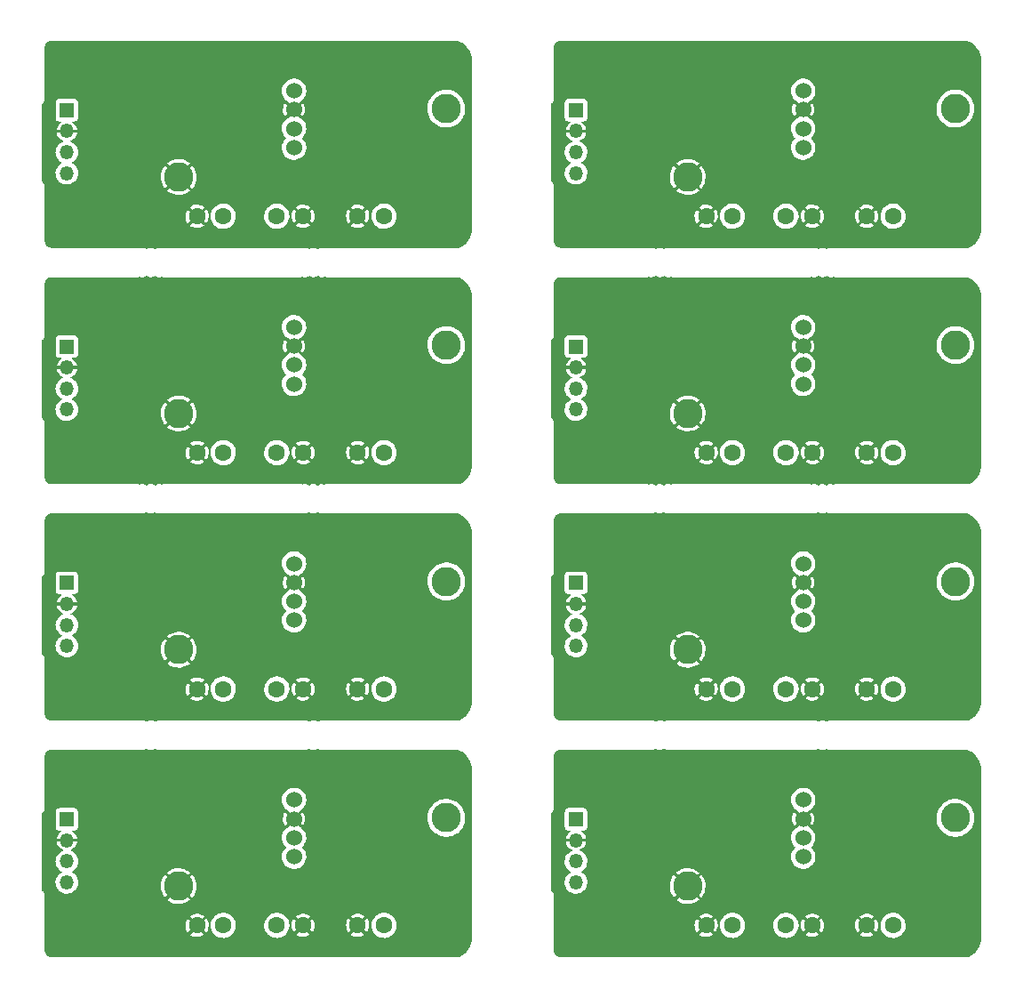
<source format=gbl>
G04 #@! TF.GenerationSoftware,KiCad,Pcbnew,(6.0.0)*
G04 #@! TF.CreationDate,2022-01-04T13:58:26+00:00*
G04 #@! TF.ProjectId,Panelized,50616e65-6c69-47a6-9564-2e6b69636164,rev?*
G04 #@! TF.SameCoordinates,Original*
G04 #@! TF.FileFunction,Copper,L2,Bot*
G04 #@! TF.FilePolarity,Positive*
%FSLAX46Y46*%
G04 Gerber Fmt 4.6, Leading zero omitted, Abs format (unit mm)*
G04 Created by KiCad (PCBNEW (6.0.0)) date 2022-01-04 13:58:26*
%MOMM*%
%LPD*%
G01*
G04 APERTURE LIST*
G04 #@! TA.AperFunction,ComponentPad*
%ADD10C,1.600000*%
G04 #@! TD*
G04 #@! TA.AperFunction,ComponentPad*
%ADD11R,1.350000X1.350000*%
G04 #@! TD*
G04 #@! TA.AperFunction,ComponentPad*
%ADD12O,1.350000X1.350000*%
G04 #@! TD*
G04 #@! TA.AperFunction,ComponentPad*
%ADD13C,1.524000*%
G04 #@! TD*
G04 #@! TA.AperFunction,ComponentPad*
%ADD14C,2.800000*%
G04 #@! TD*
G04 #@! TA.AperFunction,ViaPad*
%ADD15C,3.300000*%
G04 #@! TD*
G04 APERTURE END LIST*
D10*
G04 #@! TO.P,C2,1*
G04 #@! TO.N,Board_0-GND*
X56749990Y-56849991D03*
G04 #@! TO.P,C2,2*
G04 #@! TO.N,Board_0-Net-(C2-Pad2)*
X54249990Y-56849991D03*
G04 #@! TD*
G04 #@! TO.P,C1,1*
G04 #@! TO.N,Board_1-Net-(C1-Pad1)*
X112950010Y-56849991D03*
G04 #@! TO.P,C1,2*
G04 #@! TO.N,Board_1-GND*
X110450010Y-56849991D03*
G04 #@! TD*
D11*
G04 #@! TO.P,J2,1,Pin_1*
G04 #@! TO.N,Board_7-Net-(C1-Pad1)*
X82750010Y-114250048D03*
D12*
G04 #@! TO.P,J2,2,Pin_2*
G04 #@! TO.N,Board_7-GND*
X82750010Y-116250048D03*
G04 #@! TO.P,J2,3,Pin_3*
G04 #@! TO.N,Board_7-Net-(C2-Pad2)*
X82750010Y-118250048D03*
G04 #@! TO.P,J2,4,Pin_4*
G04 #@! TO.N,Board_7-Net-(C3-Pad2)*
X82750010Y-120250048D03*
G04 #@! TD*
D10*
G04 #@! TO.P,C2,1*
G04 #@! TO.N,Board_6-GND*
X56749990Y-124350048D03*
G04 #@! TO.P,C2,2*
G04 #@! TO.N,Board_6-Net-(C2-Pad2)*
X54249990Y-124350048D03*
G04 #@! TD*
D11*
G04 #@! TO.P,J2,1,Pin_1*
G04 #@! TO.N,Board_1-Net-(C1-Pad1)*
X82750010Y-46749991D03*
D12*
G04 #@! TO.P,J2,2,Pin_2*
G04 #@! TO.N,Board_1-GND*
X82750010Y-48749991D03*
G04 #@! TO.P,J2,3,Pin_3*
G04 #@! TO.N,Board_1-Net-(C2-Pad2)*
X82750010Y-50749991D03*
G04 #@! TO.P,J2,4,Pin_4*
G04 #@! TO.N,Board_1-Net-(C3-Pad2)*
X82750010Y-52749991D03*
G04 #@! TD*
D11*
G04 #@! TO.P,J2,1,Pin_1*
G04 #@! TO.N,Board_3-Net-(C1-Pad1)*
X82750010Y-69250010D03*
D12*
G04 #@! TO.P,J2,2,Pin_2*
G04 #@! TO.N,Board_3-GND*
X82750010Y-71250010D03*
G04 #@! TO.P,J2,3,Pin_3*
G04 #@! TO.N,Board_3-Net-(C2-Pad2)*
X82750010Y-73250010D03*
G04 #@! TO.P,J2,4,Pin_4*
G04 #@! TO.N,Board_3-Net-(C3-Pad2)*
X82750010Y-75250010D03*
G04 #@! TD*
D10*
G04 #@! TO.P,C3,1*
G04 #@! TO.N,Board_0-GND*
X46649990Y-56849991D03*
G04 #@! TO.P,C3,2*
G04 #@! TO.N,Board_0-Net-(C3-Pad2)*
X49149990Y-56849991D03*
G04 #@! TD*
G04 #@! TO.P,C2,1*
G04 #@! TO.N,Board_3-GND*
X105250010Y-79350010D03*
G04 #@! TO.P,C2,2*
G04 #@! TO.N,Board_3-Net-(C2-Pad2)*
X102750010Y-79350010D03*
G04 #@! TD*
D11*
G04 #@! TO.P,J2,1,Pin_1*
G04 #@! TO.N,Board_6-Net-(C1-Pad1)*
X34249990Y-114250048D03*
D12*
G04 #@! TO.P,J2,2,Pin_2*
G04 #@! TO.N,Board_6-GND*
X34249990Y-116250048D03*
G04 #@! TO.P,J2,3,Pin_3*
G04 #@! TO.N,Board_6-Net-(C2-Pad2)*
X34249990Y-118250048D03*
G04 #@! TO.P,J2,4,Pin_4*
G04 #@! TO.N,Board_6-Net-(C3-Pad2)*
X34249990Y-120250048D03*
G04 #@! TD*
D10*
G04 #@! TO.P,C1,1*
G04 #@! TO.N,Board_7-Net-(C1-Pad1)*
X112950010Y-124350048D03*
G04 #@! TO.P,C1,2*
G04 #@! TO.N,Board_7-GND*
X110450010Y-124350048D03*
G04 #@! TD*
G04 #@! TO.P,C2,1*
G04 #@! TO.N,Board_5-GND*
X105250010Y-101850029D03*
G04 #@! TO.P,C2,2*
G04 #@! TO.N,Board_5-Net-(C2-Pad2)*
X102750010Y-101850029D03*
G04 #@! TD*
G04 #@! TO.P,C2,1*
G04 #@! TO.N,Board_7-GND*
X105250010Y-124350048D03*
G04 #@! TO.P,C2,2*
G04 #@! TO.N,Board_7-Net-(C2-Pad2)*
X102750010Y-124350048D03*
G04 #@! TD*
G04 #@! TO.P,C1,1*
G04 #@! TO.N,Board_6-Net-(C1-Pad1)*
X64449990Y-124350048D03*
G04 #@! TO.P,C1,2*
G04 #@! TO.N,Board_6-GND*
X61949990Y-124350048D03*
G04 #@! TD*
G04 #@! TO.P,C3,1*
G04 #@! TO.N,Board_1-GND*
X95150010Y-56849991D03*
G04 #@! TO.P,C3,2*
G04 #@! TO.N,Board_1-Net-(C3-Pad2)*
X97650010Y-56849991D03*
G04 #@! TD*
G04 #@! TO.P,C1,1*
G04 #@! TO.N,Board_3-Net-(C1-Pad1)*
X112950010Y-79350010D03*
G04 #@! TO.P,C1,2*
G04 #@! TO.N,Board_3-GND*
X110450010Y-79350010D03*
G04 #@! TD*
D11*
G04 #@! TO.P,J2,1,Pin_1*
G04 #@! TO.N,Board_4-Net-(C1-Pad1)*
X34249990Y-91750029D03*
D12*
G04 #@! TO.P,J2,2,Pin_2*
G04 #@! TO.N,Board_4-GND*
X34249990Y-93750029D03*
G04 #@! TO.P,J2,3,Pin_3*
G04 #@! TO.N,Board_4-Net-(C2-Pad2)*
X34249990Y-95750029D03*
G04 #@! TO.P,J2,4,Pin_4*
G04 #@! TO.N,Board_4-Net-(C3-Pad2)*
X34249990Y-97750029D03*
G04 #@! TD*
D10*
G04 #@! TO.P,C3,1*
G04 #@! TO.N,Board_6-GND*
X46649990Y-124350048D03*
G04 #@! TO.P,C3,2*
G04 #@! TO.N,Board_6-Net-(C3-Pad2)*
X49149990Y-124350048D03*
G04 #@! TD*
G04 #@! TO.P,C3,1*
G04 #@! TO.N,Board_5-GND*
X95150010Y-101850029D03*
G04 #@! TO.P,C3,2*
G04 #@! TO.N,Board_5-Net-(C3-Pad2)*
X97650010Y-101850029D03*
G04 #@! TD*
G04 #@! TO.P,C2,1*
G04 #@! TO.N,Board_4-GND*
X56749990Y-101850029D03*
G04 #@! TO.P,C2,2*
G04 #@! TO.N,Board_4-Net-(C2-Pad2)*
X54249990Y-101850029D03*
G04 #@! TD*
G04 #@! TO.P,C1,1*
G04 #@! TO.N,Board_2-Net-(C1-Pad1)*
X64449990Y-79350010D03*
G04 #@! TO.P,C1,2*
G04 #@! TO.N,Board_2-GND*
X61949990Y-79350010D03*
G04 #@! TD*
G04 #@! TO.P,C1,1*
G04 #@! TO.N,Board_4-Net-(C1-Pad1)*
X64449990Y-101850029D03*
G04 #@! TO.P,C1,2*
G04 #@! TO.N,Board_4-GND*
X61949990Y-101850029D03*
G04 #@! TD*
G04 #@! TO.P,C3,1*
G04 #@! TO.N,Board_7-GND*
X95150010Y-124350048D03*
G04 #@! TO.P,C3,2*
G04 #@! TO.N,Board_7-Net-(C3-Pad2)*
X97650010Y-124350048D03*
G04 #@! TD*
G04 #@! TO.P,C2,1*
G04 #@! TO.N,Board_1-GND*
X105250010Y-56849991D03*
G04 #@! TO.P,C2,2*
G04 #@! TO.N,Board_1-Net-(C2-Pad2)*
X102750010Y-56849991D03*
G04 #@! TD*
G04 #@! TO.P,C3,1*
G04 #@! TO.N,Board_3-GND*
X95150010Y-79350010D03*
G04 #@! TO.P,C3,2*
G04 #@! TO.N,Board_3-Net-(C3-Pad2)*
X97650010Y-79350010D03*
G04 #@! TD*
G04 #@! TO.P,C2,1*
G04 #@! TO.N,Board_2-GND*
X56749990Y-79350010D03*
G04 #@! TO.P,C2,2*
G04 #@! TO.N,Board_2-Net-(C2-Pad2)*
X54249990Y-79350010D03*
G04 #@! TD*
G04 #@! TO.P,C1,1*
G04 #@! TO.N,Board_5-Net-(C1-Pad1)*
X112950010Y-101850029D03*
G04 #@! TO.P,C1,2*
G04 #@! TO.N,Board_5-GND*
X110450010Y-101850029D03*
G04 #@! TD*
G04 #@! TO.P,C3,1*
G04 #@! TO.N,Board_4-GND*
X46649990Y-101850029D03*
G04 #@! TO.P,C3,2*
G04 #@! TO.N,Board_4-Net-(C3-Pad2)*
X49149990Y-101850029D03*
G04 #@! TD*
D11*
G04 #@! TO.P,J2,1,Pin_1*
G04 #@! TO.N,Board_2-Net-(C1-Pad1)*
X34249990Y-69250010D03*
D12*
G04 #@! TO.P,J2,2,Pin_2*
G04 #@! TO.N,Board_2-GND*
X34249990Y-71250010D03*
G04 #@! TO.P,J2,3,Pin_3*
G04 #@! TO.N,Board_2-Net-(C2-Pad2)*
X34249990Y-73250010D03*
G04 #@! TO.P,J2,4,Pin_4*
G04 #@! TO.N,Board_2-Net-(C3-Pad2)*
X34249990Y-75250010D03*
G04 #@! TD*
D11*
G04 #@! TO.P,J2,1,Pin_1*
G04 #@! TO.N,Board_5-Net-(C1-Pad1)*
X82750010Y-91750029D03*
D12*
G04 #@! TO.P,J2,2,Pin_2*
G04 #@! TO.N,Board_5-GND*
X82750010Y-93750029D03*
G04 #@! TO.P,J2,3,Pin_3*
G04 #@! TO.N,Board_5-Net-(C2-Pad2)*
X82750010Y-95750029D03*
G04 #@! TO.P,J2,4,Pin_4*
G04 #@! TO.N,Board_5-Net-(C3-Pad2)*
X82750010Y-97750029D03*
G04 #@! TD*
D11*
G04 #@! TO.P,J2,1,Pin_1*
G04 #@! TO.N,Board_0-Net-(C1-Pad1)*
X34249990Y-46749991D03*
D12*
G04 #@! TO.P,J2,2,Pin_2*
G04 #@! TO.N,Board_0-GND*
X34249990Y-48749991D03*
G04 #@! TO.P,J2,3,Pin_3*
G04 #@! TO.N,Board_0-Net-(C2-Pad2)*
X34249990Y-50749991D03*
G04 #@! TO.P,J2,4,Pin_4*
G04 #@! TO.N,Board_0-Net-(C3-Pad2)*
X34249990Y-52749991D03*
G04 #@! TD*
D10*
G04 #@! TO.P,C1,1*
G04 #@! TO.N,Board_0-Net-(C1-Pad1)*
X64449990Y-56849991D03*
G04 #@! TO.P,C1,2*
G04 #@! TO.N,Board_0-GND*
X61949990Y-56849991D03*
G04 #@! TD*
G04 #@! TO.P,C3,1*
G04 #@! TO.N,Board_2-GND*
X46649990Y-79350010D03*
G04 #@! TO.P,C3,2*
G04 #@! TO.N,Board_2-Net-(C3-Pad2)*
X49149990Y-79350010D03*
G04 #@! TD*
D13*
G04 #@! TO.P,J1,1,Pin_1*
G04 #@! TO.N,Board_2-Net-(C1-Pad1)*
X55889989Y-67410011D03*
G04 #@! TO.P,J1,2,Pin_2*
G04 #@! TO.N,Board_2-GND*
X55889989Y-69210011D03*
G04 #@! TO.P,J1,3,Pin_3*
G04 #@! TO.N,Board_2-Net-(C2-Pad2)*
X55889989Y-71010011D03*
G04 #@! TO.P,J1,4,Pin_4*
G04 #@! TO.N,Board_2-Net-(C3-Pad2)*
X55889989Y-72810011D03*
D14*
G04 #@! TO.P,J1,5,Pin_5*
G04 #@! TO.N,Board_2-GND*
X44889989Y-75610011D03*
G04 #@! TO.P,J1,6,Pin_6*
G04 #@! TO.N,Board_2-unconnected-(J1-Pad6)*
X70389989Y-69110011D03*
G04 #@! TD*
D13*
G04 #@! TO.P,J1,1,Pin_1*
G04 #@! TO.N,Board_6-Net-(C1-Pad1)*
X55889989Y-112410049D03*
G04 #@! TO.P,J1,2,Pin_2*
G04 #@! TO.N,Board_6-GND*
X55889989Y-114210049D03*
G04 #@! TO.P,J1,3,Pin_3*
G04 #@! TO.N,Board_6-Net-(C2-Pad2)*
X55889989Y-116010049D03*
G04 #@! TO.P,J1,4,Pin_4*
G04 #@! TO.N,Board_6-Net-(C3-Pad2)*
X55889989Y-117810049D03*
D14*
G04 #@! TO.P,J1,5,Pin_5*
G04 #@! TO.N,Board_6-GND*
X44889989Y-120610049D03*
G04 #@! TO.P,J1,6,Pin_6*
G04 #@! TO.N,Board_6-unconnected-(J1-Pad6)*
X70389989Y-114110049D03*
G04 #@! TD*
D13*
G04 #@! TO.P,J1,1,Pin_1*
G04 #@! TO.N,Board_3-Net-(C1-Pad1)*
X104390009Y-67410011D03*
G04 #@! TO.P,J1,2,Pin_2*
G04 #@! TO.N,Board_3-GND*
X104390009Y-69210011D03*
G04 #@! TO.P,J1,3,Pin_3*
G04 #@! TO.N,Board_3-Net-(C2-Pad2)*
X104390009Y-71010011D03*
G04 #@! TO.P,J1,4,Pin_4*
G04 #@! TO.N,Board_3-Net-(C3-Pad2)*
X104390009Y-72810011D03*
D14*
G04 #@! TO.P,J1,5,Pin_5*
G04 #@! TO.N,Board_3-GND*
X93390009Y-75610011D03*
G04 #@! TO.P,J1,6,Pin_6*
G04 #@! TO.N,Board_3-unconnected-(J1-Pad6)*
X118890009Y-69110011D03*
G04 #@! TD*
D13*
G04 #@! TO.P,J1,1,Pin_1*
G04 #@! TO.N,Board_7-Net-(C1-Pad1)*
X104390009Y-112410049D03*
G04 #@! TO.P,J1,2,Pin_2*
G04 #@! TO.N,Board_7-GND*
X104390009Y-114210049D03*
G04 #@! TO.P,J1,3,Pin_3*
G04 #@! TO.N,Board_7-Net-(C2-Pad2)*
X104390009Y-116010049D03*
G04 #@! TO.P,J1,4,Pin_4*
G04 #@! TO.N,Board_7-Net-(C3-Pad2)*
X104390009Y-117810049D03*
D14*
G04 #@! TO.P,J1,5,Pin_5*
G04 #@! TO.N,Board_7-GND*
X93390009Y-120610049D03*
G04 #@! TO.P,J1,6,Pin_6*
G04 #@! TO.N,Board_7-unconnected-(J1-Pad6)*
X118890009Y-114110049D03*
G04 #@! TD*
D13*
G04 #@! TO.P,J1,1,Pin_1*
G04 #@! TO.N,Board_5-Net-(C1-Pad1)*
X104390009Y-89910030D03*
G04 #@! TO.P,J1,2,Pin_2*
G04 #@! TO.N,Board_5-GND*
X104390009Y-91710030D03*
G04 #@! TO.P,J1,3,Pin_3*
G04 #@! TO.N,Board_5-Net-(C2-Pad2)*
X104390009Y-93510030D03*
G04 #@! TO.P,J1,4,Pin_4*
G04 #@! TO.N,Board_5-Net-(C3-Pad2)*
X104390009Y-95310030D03*
D14*
G04 #@! TO.P,J1,5,Pin_5*
G04 #@! TO.N,Board_5-GND*
X93390009Y-98110030D03*
G04 #@! TO.P,J1,6,Pin_6*
G04 #@! TO.N,Board_5-unconnected-(J1-Pad6)*
X118890009Y-91610030D03*
G04 #@! TD*
D13*
G04 #@! TO.P,J1,1,Pin_1*
G04 #@! TO.N,Board_1-Net-(C1-Pad1)*
X104390009Y-44909992D03*
G04 #@! TO.P,J1,2,Pin_2*
G04 #@! TO.N,Board_1-GND*
X104390009Y-46709992D03*
G04 #@! TO.P,J1,3,Pin_3*
G04 #@! TO.N,Board_1-Net-(C2-Pad2)*
X104390009Y-48509992D03*
G04 #@! TO.P,J1,4,Pin_4*
G04 #@! TO.N,Board_1-Net-(C3-Pad2)*
X104390009Y-50309992D03*
D14*
G04 #@! TO.P,J1,5,Pin_5*
G04 #@! TO.N,Board_1-GND*
X93390009Y-53109992D03*
G04 #@! TO.P,J1,6,Pin_6*
G04 #@! TO.N,Board_1-unconnected-(J1-Pad6)*
X118890009Y-46609992D03*
G04 #@! TD*
D13*
G04 #@! TO.P,J1,1,Pin_1*
G04 #@! TO.N,Board_0-Net-(C1-Pad1)*
X55889989Y-44909992D03*
G04 #@! TO.P,J1,2,Pin_2*
G04 #@! TO.N,Board_0-GND*
X55889989Y-46709992D03*
G04 #@! TO.P,J1,3,Pin_3*
G04 #@! TO.N,Board_0-Net-(C2-Pad2)*
X55889989Y-48509992D03*
G04 #@! TO.P,J1,4,Pin_4*
G04 #@! TO.N,Board_0-Net-(C3-Pad2)*
X55889989Y-50309992D03*
D14*
G04 #@! TO.P,J1,5,Pin_5*
G04 #@! TO.N,Board_0-GND*
X44889989Y-53109992D03*
G04 #@! TO.P,J1,6,Pin_6*
G04 #@! TO.N,Board_0-unconnected-(J1-Pad6)*
X70389989Y-46609992D03*
G04 #@! TD*
D13*
G04 #@! TO.P,J1,1,Pin_1*
G04 #@! TO.N,Board_4-Net-(C1-Pad1)*
X55889989Y-89910030D03*
G04 #@! TO.P,J1,2,Pin_2*
G04 #@! TO.N,Board_4-GND*
X55889989Y-91710030D03*
G04 #@! TO.P,J1,3,Pin_3*
G04 #@! TO.N,Board_4-Net-(C2-Pad2)*
X55889989Y-93510030D03*
G04 #@! TO.P,J1,4,Pin_4*
G04 #@! TO.N,Board_4-Net-(C3-Pad2)*
X55889989Y-95310030D03*
D14*
G04 #@! TO.P,J1,5,Pin_5*
G04 #@! TO.N,Board_4-GND*
X44889989Y-98110030D03*
G04 #@! TO.P,J1,6,Pin_6*
G04 #@! TO.N,Board_4-unconnected-(J1-Pad6)*
X70389989Y-91610030D03*
G04 #@! TD*
D15*
G04 #@! TO.N,Board_4-GND*
X35249990Y-87250029D03*
X35249990Y-102750029D03*
X69749990Y-102750029D03*
G04 #@! TO.N,Board_1-GND*
X118250010Y-57749991D03*
X83750010Y-57749991D03*
X83750010Y-42249991D03*
G04 #@! TO.N,Board_3-GND*
X83750010Y-80250010D03*
X118250010Y-80250010D03*
X83750010Y-64750010D03*
G04 #@! TO.N,Board_7-GND*
X118250010Y-125250048D03*
X83750010Y-109750048D03*
X83750010Y-125250048D03*
G04 #@! TO.N,Board_0-GND*
X35249990Y-57749991D03*
X35249990Y-42249991D03*
X69749990Y-57749991D03*
G04 #@! TO.N,Board_6-GND*
X69749990Y-125250048D03*
X35249990Y-125250048D03*
X35249990Y-109750048D03*
G04 #@! TO.N,Board_5-GND*
X118250010Y-102750029D03*
X83750010Y-87250029D03*
X83750010Y-102750029D03*
G04 #@! TO.N,Board_2-GND*
X35249990Y-80250010D03*
X69749990Y-80250010D03*
X35249990Y-64750010D03*
G04 #@! TD*
G04 #@! TA.AperFunction,Conductor*
G04 #@! TO.N,Board_7-GND*
G36*
X90373401Y-107536109D02*
G01*
X90508968Y-107610638D01*
X90585965Y-107630407D01*
X90665174Y-107650745D01*
X90665177Y-107650745D01*
X90668159Y-107651511D01*
X90791261Y-107651511D01*
X90896735Y-107638186D01*
X90910339Y-107636468D01*
X90913394Y-107636082D01*
X91066207Y-107575579D01*
X91099773Y-107551192D01*
X91115996Y-107539406D01*
X91144797Y-107530048D01*
X91162293Y-107530048D01*
X91185899Y-107536109D01*
X91254431Y-107573785D01*
X91321468Y-107610639D01*
X91398465Y-107630408D01*
X91477674Y-107650746D01*
X91477677Y-107650746D01*
X91480659Y-107651512D01*
X91603761Y-107651512D01*
X91709235Y-107638187D01*
X91722839Y-107636469D01*
X91725894Y-107636083D01*
X91779621Y-107614811D01*
X91791439Y-107610132D01*
X91831722Y-107612031D01*
X91846358Y-107619488D01*
X91875188Y-107634178D01*
X91878993Y-107634781D01*
X91878994Y-107634781D01*
X91969076Y-107649048D01*
X91989344Y-107652258D01*
X91996529Y-107653396D01*
X92000336Y-107653999D01*
X92004143Y-107653396D01*
X92028010Y-107649616D01*
X92035675Y-107649013D01*
X98500005Y-107649021D01*
X104964333Y-107649028D01*
X104971998Y-107649631D01*
X104982783Y-107651339D01*
X104999673Y-107654014D01*
X105003480Y-107653411D01*
X105009763Y-107652416D01*
X105031154Y-107649028D01*
X105041623Y-107647370D01*
X105124821Y-107634193D01*
X105162824Y-107614830D01*
X105197254Y-107611028D01*
X105198792Y-107611423D01*
X105352011Y-107650763D01*
X105352014Y-107650763D01*
X105354996Y-107651529D01*
X105478098Y-107651529D01*
X105597168Y-107636487D01*
X105597176Y-107636486D01*
X105600231Y-107636100D01*
X105753044Y-107575597D01*
X105797890Y-107543015D01*
X105802858Y-107539406D01*
X105831659Y-107530048D01*
X105849098Y-107530048D01*
X105872703Y-107536109D01*
X106008305Y-107610657D01*
X106085302Y-107630426D01*
X106164511Y-107650764D01*
X106164514Y-107650764D01*
X106167496Y-107651530D01*
X106290598Y-107651530D01*
X106409668Y-107636488D01*
X106409676Y-107636487D01*
X106412731Y-107636101D01*
X106565544Y-107575598D01*
X106599136Y-107551192D01*
X106615359Y-107539406D01*
X106644160Y-107530048D01*
X106661596Y-107530048D01*
X106685202Y-107536109D01*
X106820805Y-107610658D01*
X106897802Y-107630427D01*
X106977011Y-107650765D01*
X106977014Y-107650765D01*
X106979996Y-107651531D01*
X107103098Y-107651531D01*
X107208572Y-107638206D01*
X107222176Y-107636488D01*
X107225231Y-107636102D01*
X107290778Y-107610150D01*
X107331060Y-107612050D01*
X107374525Y-107634196D01*
X107402768Y-107638669D01*
X107468189Y-107649031D01*
X107468192Y-107649031D01*
X107499673Y-107654017D01*
X107503480Y-107653414D01*
X107509782Y-107652416D01*
X107524872Y-107650026D01*
X107527347Y-107649634D01*
X107535012Y-107649031D01*
X120006475Y-107649047D01*
X120023598Y-107652136D01*
X120177566Y-107709563D01*
X120183917Y-107712464D01*
X120335039Y-107794983D01*
X120428215Y-107845861D01*
X120434097Y-107849641D01*
X120656927Y-108016450D01*
X120662210Y-108021028D01*
X120859030Y-108217848D01*
X120863608Y-108223131D01*
X121030417Y-108445961D01*
X121034197Y-108451843D01*
X121167592Y-108696137D01*
X121170497Y-108702496D01*
X121267773Y-108963304D01*
X121269742Y-108970012D01*
X121328908Y-109241993D01*
X121329903Y-109248913D01*
X121349885Y-109528300D01*
X121350010Y-109531796D01*
X121350010Y-125528300D01*
X121349885Y-125531796D01*
X121329903Y-125811183D01*
X121328908Y-125818103D01*
X121269742Y-126090084D01*
X121267773Y-126096792D01*
X121170497Y-126357600D01*
X121167592Y-126363959D01*
X121034197Y-126608253D01*
X121030417Y-126614135D01*
X120863608Y-126836965D01*
X120859030Y-126842248D01*
X120662210Y-127039068D01*
X120656927Y-127043646D01*
X120434097Y-127210455D01*
X120428215Y-127214235D01*
X120188724Y-127345007D01*
X120165242Y-127351001D01*
X81255683Y-127351047D01*
X81254443Y-127351031D01*
X81220835Y-127350179D01*
X81218379Y-127350056D01*
X81190456Y-127347930D01*
X81188017Y-127347682D01*
X81160226Y-127344143D01*
X81157841Y-127343778D01*
X81130291Y-127338841D01*
X81127861Y-127338341D01*
X81100582Y-127332010D01*
X81098180Y-127331388D01*
X81071308Y-127323699D01*
X81068940Y-127322956D01*
X81042489Y-127313915D01*
X81040166Y-127313055D01*
X81014171Y-127302669D01*
X81011915Y-127301700D01*
X80986549Y-127290046D01*
X80984329Y-127288957D01*
X80959477Y-127275975D01*
X80957307Y-127274771D01*
X80933215Y-127260589D01*
X80931118Y-127259282D01*
X80907797Y-127243911D01*
X80905774Y-127242503D01*
X80883199Y-127225926D01*
X80881235Y-127224406D01*
X80859566Y-127206736D01*
X80857697Y-127205132D01*
X80836945Y-127186383D01*
X80835168Y-127184693D01*
X80815369Y-127164895D01*
X80813657Y-127163094D01*
X80794936Y-127142372D01*
X80793320Y-127140490D01*
X80775651Y-127118822D01*
X80774131Y-127116858D01*
X80757554Y-127094283D01*
X80756146Y-127092260D01*
X80740775Y-127068939D01*
X80739468Y-127066842D01*
X80725286Y-127042750D01*
X80724082Y-127040580D01*
X80711100Y-127015728D01*
X80710018Y-127013524D01*
X80698357Y-126988142D01*
X80697385Y-126985876D01*
X80687004Y-126959894D01*
X80686151Y-126957593D01*
X80677092Y-126931090D01*
X80676353Y-126928733D01*
X80668651Y-126901812D01*
X80668037Y-126899443D01*
X80661716Y-126872204D01*
X80661223Y-126869802D01*
X80658097Y-126852362D01*
X80656284Y-126842247D01*
X80655911Y-126839813D01*
X80655549Y-126836965D01*
X80652377Y-126812054D01*
X80652127Y-126809587D01*
X80649999Y-126781647D01*
X80649873Y-126779174D01*
X80649016Y-126745533D01*
X80649000Y-126744285D01*
X80649003Y-125228128D01*
X94488100Y-125228128D01*
X94489645Y-125231858D01*
X94621019Y-125319641D01*
X94624952Y-125321776D01*
X94806569Y-125399804D01*
X94810828Y-125401188D01*
X95003626Y-125444815D01*
X95008061Y-125445398D01*
X95205579Y-125453159D01*
X95210050Y-125452925D01*
X95405677Y-125424560D01*
X95410025Y-125423517D01*
X95597218Y-125359973D01*
X95601292Y-125358159D01*
X95773771Y-125261566D01*
X95777451Y-125259036D01*
X95807853Y-125233751D01*
X95811327Y-125227148D01*
X95809683Y-125221853D01*
X95156903Y-124569073D01*
X95150010Y-124566218D01*
X95143117Y-124569073D01*
X94490955Y-125221235D01*
X94488100Y-125228128D01*
X80649003Y-125228128D01*
X80649004Y-124323372D01*
X94045823Y-124323372D01*
X94058751Y-124520616D01*
X94059453Y-124525046D01*
X94108110Y-124716636D01*
X94109600Y-124720845D01*
X94192357Y-124900359D01*
X94194601Y-124904244D01*
X94267270Y-125007069D01*
X94273580Y-125011051D01*
X94277839Y-125010087D01*
X94930985Y-124356941D01*
X94933840Y-124350048D01*
X95366180Y-124350048D01*
X95369035Y-124356941D01*
X96020587Y-125008493D01*
X96027480Y-125011348D01*
X96032603Y-125009227D01*
X96058998Y-124977489D01*
X96061528Y-124973809D01*
X96158121Y-124801330D01*
X96159935Y-124797256D01*
X96223479Y-124610063D01*
X96224522Y-124605715D01*
X96253002Y-124409294D01*
X96253247Y-124406418D01*
X96254685Y-124351501D01*
X96254590Y-124348599D01*
X96251823Y-124318488D01*
X96444780Y-124318488D01*
X96459210Y-124538652D01*
X96459763Y-124540831D01*
X96459764Y-124540835D01*
X96512969Y-124750327D01*
X96513521Y-124752500D01*
X96514457Y-124754530D01*
X96514459Y-124754536D01*
X96536032Y-124801330D01*
X96605893Y-124952869D01*
X96733232Y-125133050D01*
X96734844Y-125134620D01*
X96889670Y-125285447D01*
X96889673Y-125285450D01*
X96891274Y-125287009D01*
X96893136Y-125288253D01*
X96893137Y-125288254D01*
X97060084Y-125399804D01*
X97074727Y-125409588D01*
X97277446Y-125496683D01*
X97341309Y-125511134D01*
X97490452Y-125544882D01*
X97490458Y-125544883D01*
X97492642Y-125545377D01*
X97585502Y-125549025D01*
X97710861Y-125553951D01*
X97710864Y-125553951D01*
X97713108Y-125554039D01*
X97715327Y-125553717D01*
X97715332Y-125553717D01*
X97822285Y-125538209D01*
X97931462Y-125522379D01*
X97933584Y-125521659D01*
X97933587Y-125521658D01*
X98041795Y-125484926D01*
X98140389Y-125451458D01*
X98190281Y-125423517D01*
X98330932Y-125344749D01*
X98330934Y-125344748D01*
X98332894Y-125343650D01*
X98359195Y-125321776D01*
X98500805Y-125203999D01*
X98502528Y-125202566D01*
X98509064Y-125194707D01*
X98642176Y-125034659D01*
X98642178Y-125034657D01*
X98643612Y-125032932D01*
X98656888Y-125009227D01*
X98750324Y-124842384D01*
X98751420Y-124840427D01*
X98822341Y-124631500D01*
X98854001Y-124413146D01*
X98855653Y-124350048D01*
X98852753Y-124318488D01*
X101544780Y-124318488D01*
X101559210Y-124538652D01*
X101559763Y-124540831D01*
X101559764Y-124540835D01*
X101612969Y-124750327D01*
X101613521Y-124752500D01*
X101614457Y-124754530D01*
X101614459Y-124754536D01*
X101636032Y-124801330D01*
X101705893Y-124952869D01*
X101833232Y-125133050D01*
X101834844Y-125134620D01*
X101989670Y-125285447D01*
X101989673Y-125285450D01*
X101991274Y-125287009D01*
X101993136Y-125288253D01*
X101993137Y-125288254D01*
X102160084Y-125399804D01*
X102174727Y-125409588D01*
X102377446Y-125496683D01*
X102441309Y-125511134D01*
X102590452Y-125544882D01*
X102590458Y-125544883D01*
X102592642Y-125545377D01*
X102685502Y-125549025D01*
X102810861Y-125553951D01*
X102810864Y-125553951D01*
X102813108Y-125554039D01*
X102815327Y-125553717D01*
X102815332Y-125553717D01*
X102922285Y-125538209D01*
X103031462Y-125522379D01*
X103033584Y-125521659D01*
X103033587Y-125521658D01*
X103141795Y-125484926D01*
X103240389Y-125451458D01*
X103290281Y-125423517D01*
X103430932Y-125344749D01*
X103430934Y-125344748D01*
X103432894Y-125343650D01*
X103459195Y-125321776D01*
X103571793Y-125228128D01*
X104588100Y-125228128D01*
X104589645Y-125231858D01*
X104721019Y-125319641D01*
X104724952Y-125321776D01*
X104906569Y-125399804D01*
X104910828Y-125401188D01*
X105103626Y-125444815D01*
X105108061Y-125445398D01*
X105305579Y-125453159D01*
X105310050Y-125452925D01*
X105505677Y-125424560D01*
X105510025Y-125423517D01*
X105697218Y-125359973D01*
X105701292Y-125358159D01*
X105873771Y-125261566D01*
X105877451Y-125259036D01*
X105907853Y-125233751D01*
X105910811Y-125228128D01*
X109788100Y-125228128D01*
X109789645Y-125231858D01*
X109921019Y-125319641D01*
X109924952Y-125321776D01*
X110106569Y-125399804D01*
X110110828Y-125401188D01*
X110303626Y-125444815D01*
X110308061Y-125445398D01*
X110505579Y-125453159D01*
X110510050Y-125452925D01*
X110705677Y-125424560D01*
X110710025Y-125423517D01*
X110897218Y-125359973D01*
X110901292Y-125358159D01*
X111073771Y-125261566D01*
X111077451Y-125259036D01*
X111107853Y-125233751D01*
X111111327Y-125227148D01*
X111109683Y-125221853D01*
X110456903Y-124569073D01*
X110450010Y-124566218D01*
X110443117Y-124569073D01*
X109790955Y-125221235D01*
X109788100Y-125228128D01*
X105910811Y-125228128D01*
X105911327Y-125227148D01*
X105909683Y-125221853D01*
X105256903Y-124569073D01*
X105250010Y-124566218D01*
X105243117Y-124569073D01*
X104590955Y-125221235D01*
X104588100Y-125228128D01*
X103571793Y-125228128D01*
X103600805Y-125203999D01*
X103602528Y-125202566D01*
X103609064Y-125194707D01*
X103742176Y-125034659D01*
X103742178Y-125034657D01*
X103743612Y-125032932D01*
X103756888Y-125009227D01*
X103850324Y-124842384D01*
X103851420Y-124840427D01*
X103922341Y-124631500D01*
X103954001Y-124413146D01*
X103955653Y-124350048D01*
X103953202Y-124323372D01*
X104145823Y-124323372D01*
X104158751Y-124520616D01*
X104159453Y-124525046D01*
X104208110Y-124716636D01*
X104209600Y-124720845D01*
X104292357Y-124900359D01*
X104294601Y-124904244D01*
X104367270Y-125007069D01*
X104373580Y-125011051D01*
X104377839Y-125010087D01*
X105030985Y-124356941D01*
X105033840Y-124350048D01*
X105466180Y-124350048D01*
X105469035Y-124356941D01*
X106120587Y-125008493D01*
X106127480Y-125011348D01*
X106132603Y-125009227D01*
X106158998Y-124977489D01*
X106161528Y-124973809D01*
X106258121Y-124801330D01*
X106259935Y-124797256D01*
X106323479Y-124610063D01*
X106324522Y-124605715D01*
X106353002Y-124409294D01*
X106353247Y-124406418D01*
X106354685Y-124351501D01*
X106354590Y-124348599D01*
X106352272Y-124323372D01*
X109345823Y-124323372D01*
X109358751Y-124520616D01*
X109359453Y-124525046D01*
X109408110Y-124716636D01*
X109409600Y-124720845D01*
X109492357Y-124900359D01*
X109494601Y-124904244D01*
X109567270Y-125007069D01*
X109573580Y-125011051D01*
X109577839Y-125010087D01*
X110230985Y-124356941D01*
X110233840Y-124350048D01*
X110666180Y-124350048D01*
X110669035Y-124356941D01*
X111320587Y-125008493D01*
X111327480Y-125011348D01*
X111332603Y-125009227D01*
X111358998Y-124977489D01*
X111361528Y-124973809D01*
X111458121Y-124801330D01*
X111459935Y-124797256D01*
X111523479Y-124610063D01*
X111524522Y-124605715D01*
X111553002Y-124409294D01*
X111553247Y-124406418D01*
X111554685Y-124351501D01*
X111554590Y-124348599D01*
X111551823Y-124318488D01*
X111744780Y-124318488D01*
X111759210Y-124538652D01*
X111759763Y-124540831D01*
X111759764Y-124540835D01*
X111812969Y-124750327D01*
X111813521Y-124752500D01*
X111814457Y-124754530D01*
X111814459Y-124754536D01*
X111836032Y-124801330D01*
X111905893Y-124952869D01*
X112033232Y-125133050D01*
X112034844Y-125134620D01*
X112189670Y-125285447D01*
X112189673Y-125285450D01*
X112191274Y-125287009D01*
X112193136Y-125288253D01*
X112193137Y-125288254D01*
X112360084Y-125399804D01*
X112374727Y-125409588D01*
X112577446Y-125496683D01*
X112641309Y-125511134D01*
X112790452Y-125544882D01*
X112790458Y-125544883D01*
X112792642Y-125545377D01*
X112885502Y-125549025D01*
X113010861Y-125553951D01*
X113010864Y-125553951D01*
X113013108Y-125554039D01*
X113015327Y-125553717D01*
X113015332Y-125553717D01*
X113122285Y-125538209D01*
X113231462Y-125522379D01*
X113233584Y-125521659D01*
X113233587Y-125521658D01*
X113341795Y-125484926D01*
X113440389Y-125451458D01*
X113490281Y-125423517D01*
X113630932Y-125344749D01*
X113630934Y-125344748D01*
X113632894Y-125343650D01*
X113659195Y-125321776D01*
X113800805Y-125203999D01*
X113802528Y-125202566D01*
X113809064Y-125194707D01*
X113942176Y-125034659D01*
X113942178Y-125034657D01*
X113943612Y-125032932D01*
X113956888Y-125009227D01*
X114050324Y-124842384D01*
X114051420Y-124840427D01*
X114122341Y-124631500D01*
X114154001Y-124413146D01*
X114155653Y-124350048D01*
X114152548Y-124316256D01*
X114135670Y-124132574D01*
X114135669Y-124132569D01*
X114135464Y-124130337D01*
X114106906Y-124029076D01*
X114076187Y-123920153D01*
X114076186Y-123920150D01*
X114075575Y-123917984D01*
X113977990Y-123720101D01*
X113845977Y-123543315D01*
X113767145Y-123470443D01*
X113685610Y-123395073D01*
X113685609Y-123395072D01*
X113683959Y-123393547D01*
X113497360Y-123275812D01*
X113437236Y-123251825D01*
X113294515Y-123194885D01*
X113294511Y-123194884D01*
X113292431Y-123194054D01*
X113290230Y-123193616D01*
X113290226Y-123193615D01*
X113148998Y-123165523D01*
X113076034Y-123151010D01*
X112970930Y-123149634D01*
X112857664Y-123148151D01*
X112857659Y-123148151D01*
X112855416Y-123148122D01*
X112853199Y-123148503D01*
X112853198Y-123148503D01*
X112786867Y-123159901D01*
X112637967Y-123185486D01*
X112635863Y-123186262D01*
X112635860Y-123186263D01*
X112433075Y-123261074D01*
X112433072Y-123261075D01*
X112430967Y-123261852D01*
X112429039Y-123262999D01*
X112429037Y-123263000D01*
X112380866Y-123291659D01*
X112241351Y-123374662D01*
X112239663Y-123376142D01*
X112239662Y-123376143D01*
X112122519Y-123478875D01*
X112075467Y-123520138D01*
X112074082Y-123521895D01*
X112074079Y-123521898D01*
X111940262Y-123691646D01*
X111938873Y-123693408D01*
X111836141Y-123888668D01*
X111770713Y-124099381D01*
X111744780Y-124318488D01*
X111551823Y-124318488D01*
X111536430Y-124150975D01*
X111535612Y-124146561D01*
X111481957Y-123956315D01*
X111480356Y-123952142D01*
X111392927Y-123774853D01*
X111390586Y-123771034D01*
X111332537Y-123693297D01*
X111326124Y-123689482D01*
X111321546Y-123690644D01*
X110669035Y-124343155D01*
X110666180Y-124350048D01*
X110233840Y-124350048D01*
X110230985Y-124343155D01*
X109580088Y-123692258D01*
X109573195Y-123689403D01*
X109568469Y-123691360D01*
X109524909Y-123746616D01*
X109522474Y-123750366D01*
X109430438Y-123925297D01*
X109428719Y-123929446D01*
X109370106Y-124118214D01*
X109369173Y-124122604D01*
X109345940Y-124318898D01*
X109345823Y-124323372D01*
X106352272Y-124323372D01*
X106336430Y-124150975D01*
X106335612Y-124146561D01*
X106281957Y-123956315D01*
X106280356Y-123952142D01*
X106192927Y-123774853D01*
X106190586Y-123771034D01*
X106132537Y-123693297D01*
X106126124Y-123689482D01*
X106121546Y-123690644D01*
X105469035Y-124343155D01*
X105466180Y-124350048D01*
X105033840Y-124350048D01*
X105030985Y-124343155D01*
X104380088Y-123692258D01*
X104373195Y-123689403D01*
X104368469Y-123691360D01*
X104324909Y-123746616D01*
X104322474Y-123750366D01*
X104230438Y-123925297D01*
X104228719Y-123929446D01*
X104170106Y-124118214D01*
X104169173Y-124122604D01*
X104145940Y-124318898D01*
X104145823Y-124323372D01*
X103953202Y-124323372D01*
X103952548Y-124316256D01*
X103935670Y-124132574D01*
X103935669Y-124132569D01*
X103935464Y-124130337D01*
X103906906Y-124029076D01*
X103876187Y-123920153D01*
X103876186Y-123920150D01*
X103875575Y-123917984D01*
X103777990Y-123720101D01*
X103645977Y-123543315D01*
X103567539Y-123470807D01*
X104587933Y-123470807D01*
X104590969Y-123478875D01*
X105243117Y-124131023D01*
X105250010Y-124133878D01*
X105256903Y-124131023D01*
X105910590Y-123477336D01*
X105913294Y-123470807D01*
X109787933Y-123470807D01*
X109790969Y-123478875D01*
X110443117Y-124131023D01*
X110450010Y-124133878D01*
X110456903Y-124131023D01*
X111110590Y-123477336D01*
X111113445Y-123470443D01*
X111112017Y-123466994D01*
X110953440Y-123366942D01*
X110949450Y-123364909D01*
X110765851Y-123291659D01*
X110761563Y-123290389D01*
X110567686Y-123251825D01*
X110563237Y-123251358D01*
X110365583Y-123248769D01*
X110361117Y-123249121D01*
X110166302Y-123282597D01*
X110161982Y-123283754D01*
X109976527Y-123352172D01*
X109972489Y-123354098D01*
X109802605Y-123455168D01*
X109798988Y-123457796D01*
X109790813Y-123464966D01*
X109787933Y-123470807D01*
X105913294Y-123470807D01*
X105913445Y-123470443D01*
X105912017Y-123466994D01*
X105753440Y-123366942D01*
X105749450Y-123364909D01*
X105565851Y-123291659D01*
X105561563Y-123290389D01*
X105367686Y-123251825D01*
X105363237Y-123251358D01*
X105165583Y-123248769D01*
X105161117Y-123249121D01*
X104966302Y-123282597D01*
X104961982Y-123283754D01*
X104776527Y-123352172D01*
X104772489Y-123354098D01*
X104602605Y-123455168D01*
X104598988Y-123457796D01*
X104590813Y-123464966D01*
X104587933Y-123470807D01*
X103567539Y-123470807D01*
X103567145Y-123470443D01*
X103485610Y-123395073D01*
X103485609Y-123395072D01*
X103483959Y-123393547D01*
X103297360Y-123275812D01*
X103237236Y-123251825D01*
X103094515Y-123194885D01*
X103094511Y-123194884D01*
X103092431Y-123194054D01*
X103090230Y-123193616D01*
X103090226Y-123193615D01*
X102948998Y-123165523D01*
X102876034Y-123151010D01*
X102770930Y-123149634D01*
X102657664Y-123148151D01*
X102657659Y-123148151D01*
X102655416Y-123148122D01*
X102653199Y-123148503D01*
X102653198Y-123148503D01*
X102586867Y-123159901D01*
X102437967Y-123185486D01*
X102435863Y-123186262D01*
X102435860Y-123186263D01*
X102233075Y-123261074D01*
X102233072Y-123261075D01*
X102230967Y-123261852D01*
X102229039Y-123262999D01*
X102229037Y-123263000D01*
X102180866Y-123291659D01*
X102041351Y-123374662D01*
X102039663Y-123376142D01*
X102039662Y-123376143D01*
X101922519Y-123478875D01*
X101875467Y-123520138D01*
X101874082Y-123521895D01*
X101874079Y-123521898D01*
X101740262Y-123691646D01*
X101738873Y-123693408D01*
X101636141Y-123888668D01*
X101570713Y-124099381D01*
X101544780Y-124318488D01*
X98852753Y-124318488D01*
X98852548Y-124316256D01*
X98835670Y-124132574D01*
X98835669Y-124132569D01*
X98835464Y-124130337D01*
X98806906Y-124029076D01*
X98776187Y-123920153D01*
X98776186Y-123920150D01*
X98775575Y-123917984D01*
X98677990Y-123720101D01*
X98545977Y-123543315D01*
X98467145Y-123470443D01*
X98385610Y-123395073D01*
X98385609Y-123395072D01*
X98383959Y-123393547D01*
X98197360Y-123275812D01*
X98137236Y-123251825D01*
X97994515Y-123194885D01*
X97994511Y-123194884D01*
X97992431Y-123194054D01*
X97990230Y-123193616D01*
X97990226Y-123193615D01*
X97848998Y-123165523D01*
X97776034Y-123151010D01*
X97670930Y-123149634D01*
X97557664Y-123148151D01*
X97557659Y-123148151D01*
X97555416Y-123148122D01*
X97553199Y-123148503D01*
X97553198Y-123148503D01*
X97486867Y-123159901D01*
X97337967Y-123185486D01*
X97335863Y-123186262D01*
X97335860Y-123186263D01*
X97133075Y-123261074D01*
X97133072Y-123261075D01*
X97130967Y-123261852D01*
X97129039Y-123262999D01*
X97129037Y-123263000D01*
X97080866Y-123291659D01*
X96941351Y-123374662D01*
X96939663Y-123376142D01*
X96939662Y-123376143D01*
X96822519Y-123478875D01*
X96775467Y-123520138D01*
X96774082Y-123521895D01*
X96774079Y-123521898D01*
X96640262Y-123691646D01*
X96638873Y-123693408D01*
X96536141Y-123888668D01*
X96470713Y-124099381D01*
X96444780Y-124318488D01*
X96251823Y-124318488D01*
X96236430Y-124150975D01*
X96235612Y-124146561D01*
X96181957Y-123956315D01*
X96180356Y-123952142D01*
X96092927Y-123774853D01*
X96090586Y-123771034D01*
X96032537Y-123693297D01*
X96026124Y-123689482D01*
X96021546Y-123690644D01*
X95369035Y-124343155D01*
X95366180Y-124350048D01*
X94933840Y-124350048D01*
X94930985Y-124343155D01*
X94280088Y-123692258D01*
X94273195Y-123689403D01*
X94268469Y-123691360D01*
X94224909Y-123746616D01*
X94222474Y-123750366D01*
X94130438Y-123925297D01*
X94128719Y-123929446D01*
X94070106Y-124118214D01*
X94069173Y-124122604D01*
X94045940Y-124318898D01*
X94045823Y-124323372D01*
X80649004Y-124323372D01*
X80649005Y-123470807D01*
X94487933Y-123470807D01*
X94490969Y-123478875D01*
X95143117Y-124131023D01*
X95150010Y-124133878D01*
X95156903Y-124131023D01*
X95810590Y-123477336D01*
X95813445Y-123470443D01*
X95812017Y-123466994D01*
X95653440Y-123366942D01*
X95649450Y-123364909D01*
X95465851Y-123291659D01*
X95461563Y-123290389D01*
X95267686Y-123251825D01*
X95263237Y-123251358D01*
X95065583Y-123248769D01*
X95061117Y-123249121D01*
X94866302Y-123282597D01*
X94861982Y-123283754D01*
X94676527Y-123352172D01*
X94672489Y-123354098D01*
X94502605Y-123455168D01*
X94498988Y-123457796D01*
X94490813Y-123464966D01*
X94487933Y-123470807D01*
X80649005Y-123470807D01*
X80649008Y-121916083D01*
X92300145Y-121916083D01*
X92301906Y-121920335D01*
X92485156Y-122054699D01*
X92488230Y-122056620D01*
X92708615Y-122172571D01*
X92711963Y-122174026D01*
X92947062Y-122256126D01*
X92950572Y-122257067D01*
X93195239Y-122303519D01*
X93198841Y-122303929D01*
X93447690Y-122313707D01*
X93451307Y-122313581D01*
X93698872Y-122286468D01*
X93702437Y-122285807D01*
X93943265Y-122222402D01*
X93946701Y-122221219D01*
X94175506Y-122122917D01*
X94178735Y-122121235D01*
X94390500Y-121990191D01*
X94393436Y-121988057D01*
X94473971Y-121919879D01*
X94477387Y-121913248D01*
X94475650Y-121907822D01*
X93396902Y-120829074D01*
X93390009Y-120826219D01*
X93383116Y-120829074D01*
X92303000Y-121909190D01*
X92300145Y-121916083D01*
X80649008Y-121916083D01*
X80649009Y-121583977D01*
X80649044Y-121583445D01*
X80649442Y-121582101D01*
X80649207Y-121573156D01*
X80649459Y-121566756D01*
X80650108Y-121560582D01*
X80649076Y-121540874D01*
X80649009Y-121538312D01*
X80649009Y-121518581D01*
X80648035Y-121512428D01*
X80647449Y-121506051D01*
X80647023Y-121489800D01*
X80646991Y-121488587D01*
X80647076Y-121487940D01*
X80646375Y-121484155D01*
X80646353Y-121483329D01*
X80645832Y-121478929D01*
X80645826Y-121478809D01*
X80645825Y-121478805D01*
X80645725Y-121476890D01*
X80640398Y-121451823D01*
X80640149Y-121450567D01*
X80630247Y-121397145D01*
X80630026Y-121395950D01*
X80630009Y-121395302D01*
X80614339Y-121351054D01*
X80599423Y-121308933D01*
X80599422Y-121308931D01*
X80598351Y-121305907D01*
X80598134Y-121305294D01*
X80597738Y-121304778D01*
X80581240Y-121274393D01*
X80577169Y-121266895D01*
X80575608Y-121263731D01*
X80574631Y-121260082D01*
X80572531Y-121256849D01*
X80572530Y-121256846D01*
X80569918Y-121252825D01*
X80567351Y-121248379D01*
X80559896Y-121233746D01*
X80559895Y-121233744D01*
X80559021Y-121232029D01*
X80557807Y-121230358D01*
X80555439Y-121226604D01*
X80554940Y-121225954D01*
X80553100Y-121222565D01*
X80552630Y-121222119D01*
X80542246Y-121208587D01*
X80541957Y-121208154D01*
X80541456Y-121206849D01*
X80536011Y-121200124D01*
X80533013Y-121196000D01*
X80522978Y-121180548D01*
X80521694Y-121179122D01*
X80521687Y-121179113D01*
X80517668Y-121174650D01*
X80514438Y-121170662D01*
X80510903Y-121165796D01*
X80510902Y-121165795D01*
X80509771Y-121164238D01*
X80505360Y-121159827D01*
X80501133Y-121155008D01*
X80497607Y-121150413D01*
X80496853Y-121149430D01*
X80496541Y-121148855D01*
X80496066Y-121148404D01*
X80495676Y-121147896D01*
X80495148Y-121147533D01*
X80494224Y-121146656D01*
X80490040Y-121142685D01*
X80485687Y-121137976D01*
X80482987Y-121134642D01*
X80482984Y-121134639D01*
X80481776Y-121133147D01*
X80480358Y-121131870D01*
X80480353Y-121131865D01*
X80475861Y-121127821D01*
X80472235Y-121124195D01*
X80468199Y-121119713D01*
X80466909Y-121118280D01*
X80452641Y-121106726D01*
X80448841Y-121103304D01*
X80442715Y-121097178D01*
X80441461Y-121096538D01*
X80441053Y-121096200D01*
X80427749Y-121083575D01*
X80426060Y-121082414D01*
X80421037Y-121078454D01*
X80420944Y-121078370D01*
X80420936Y-121078364D01*
X80419509Y-121077079D01*
X80404065Y-121067049D01*
X80399931Y-121064045D01*
X80396205Y-121061028D01*
X80396206Y-121061028D01*
X80393208Y-121058601D01*
X80390076Y-121057399D01*
X80383264Y-121052029D01*
X80383207Y-121052103D01*
X80380148Y-121049756D01*
X80377492Y-121046957D01*
X80374100Y-121045115D01*
X80371045Y-121042771D01*
X80372024Y-121041495D01*
X80352028Y-121016802D01*
X80350010Y-121002884D01*
X80350010Y-120221774D01*
X81670272Y-120221774D01*
X81670419Y-120224016D01*
X81681553Y-120393879D01*
X81683200Y-120419014D01*
X81731855Y-120610595D01*
X81814609Y-120790102D01*
X81840134Y-120826219D01*
X81927388Y-120949682D01*
X81927392Y-120949686D01*
X81928689Y-120951522D01*
X81930297Y-120953088D01*
X81930300Y-120953092D01*
X81990844Y-121012071D01*
X82070276Y-121089450D01*
X82072138Y-121090694D01*
X82072139Y-121090695D01*
X82191819Y-121170662D01*
X82234627Y-121199265D01*
X82236688Y-121200151D01*
X82236689Y-121200151D01*
X82409490Y-121274393D01*
X82416238Y-121277292D01*
X82418427Y-121277787D01*
X82418426Y-121277787D01*
X82606838Y-121320421D01*
X82606844Y-121320422D01*
X82609028Y-121320916D01*
X82692206Y-121324184D01*
X82804291Y-121328588D01*
X82804294Y-121328588D01*
X82806538Y-121328676D01*
X82808757Y-121328354D01*
X82808762Y-121328354D01*
X82942704Y-121308933D01*
X83002156Y-121300313D01*
X83004278Y-121299593D01*
X83004281Y-121299592D01*
X83120673Y-121260082D01*
X83189330Y-121236776D01*
X83275560Y-121188484D01*
X83359835Y-121141288D01*
X83359836Y-121141287D01*
X83361790Y-121140193D01*
X83513762Y-121013800D01*
X83640155Y-120861828D01*
X83663809Y-120819592D01*
X83735643Y-120691323D01*
X83736738Y-120689368D01*
X83778196Y-120567236D01*
X91685913Y-120567236D01*
X91697862Y-120815996D01*
X91698304Y-120819592D01*
X91746889Y-121063845D01*
X91747857Y-121067334D01*
X91832013Y-121301731D01*
X91833486Y-121305039D01*
X91951367Y-121524426D01*
X91953309Y-121527474D01*
X92078781Y-121695501D01*
X92085194Y-121699316D01*
X92089772Y-121698154D01*
X93170984Y-120616942D01*
X93173839Y-120610049D01*
X93606179Y-120610049D01*
X93609034Y-120616942D01*
X94686947Y-121694855D01*
X94692967Y-121697349D01*
X94700817Y-121693792D01*
X94750294Y-121637374D01*
X94752481Y-121634472D01*
X94887204Y-121425022D01*
X94888935Y-121421834D01*
X94991218Y-121194773D01*
X94992460Y-121191364D01*
X95060059Y-120951674D01*
X95060781Y-120948123D01*
X95092285Y-120700490D01*
X95092472Y-120698040D01*
X95094744Y-120611285D01*
X95094684Y-120608815D01*
X95076186Y-120359879D01*
X95075651Y-120356300D01*
X95020689Y-120113403D01*
X95019623Y-120109918D01*
X94929365Y-119877820D01*
X94927809Y-119874557D01*
X94804225Y-119658330D01*
X94802203Y-119655332D01*
X94700083Y-119525793D01*
X94693576Y-119522149D01*
X94688652Y-119523538D01*
X93609034Y-120603156D01*
X93606179Y-120610049D01*
X93173839Y-120610049D01*
X93170984Y-120603156D01*
X92093380Y-119525552D01*
X92086487Y-119522697D01*
X92081364Y-119524818D01*
X92003294Y-119618688D01*
X92001192Y-119621635D01*
X91871994Y-119834546D01*
X91870346Y-119837779D01*
X91774043Y-120067437D01*
X91772889Y-120070887D01*
X91711590Y-120312252D01*
X91710958Y-120315835D01*
X91686008Y-120563611D01*
X91685913Y-120567236D01*
X83778196Y-120567236D01*
X83800275Y-120502194D01*
X83828638Y-120306576D01*
X83830118Y-120250048D01*
X83812031Y-120053214D01*
X83762566Y-119877820D01*
X83758990Y-119865141D01*
X83758989Y-119865138D01*
X83758378Y-119862972D01*
X83745427Y-119836709D01*
X83671947Y-119687709D01*
X83670953Y-119685693D01*
X83552687Y-119527315D01*
X83547691Y-119522697D01*
X83409189Y-119394667D01*
X83409188Y-119394666D01*
X83407538Y-119393141D01*
X83383071Y-119377703D01*
X83326568Y-119342053D01*
X83268513Y-119305423D01*
X92302411Y-119305423D01*
X92305429Y-119313337D01*
X93383116Y-120391024D01*
X93390009Y-120393879D01*
X93396902Y-120391024D01*
X94476508Y-119311418D01*
X94479195Y-119304931D01*
X94476018Y-119297580D01*
X94464176Y-119286440D01*
X94461365Y-119284163D01*
X94256738Y-119142209D01*
X94253612Y-119140367D01*
X94030262Y-119030224D01*
X94026884Y-119028859D01*
X93789710Y-118952939D01*
X93786188Y-118952093D01*
X93540388Y-118912062D01*
X93536767Y-118911745D01*
X93287748Y-118908486D01*
X93284134Y-118908707D01*
X93037372Y-118942289D01*
X93033820Y-118943045D01*
X92794731Y-119012733D01*
X92791338Y-119014001D01*
X92565173Y-119118265D01*
X92562001Y-119120023D01*
X92353733Y-119256570D01*
X92350859Y-119258775D01*
X92305296Y-119299442D01*
X92302411Y-119305423D01*
X83268513Y-119305423D01*
X83243296Y-119289512D01*
X83221651Y-119258885D01*
X83228002Y-119221924D01*
X83245500Y-119205319D01*
X83359835Y-119141288D01*
X83359836Y-119141287D01*
X83361790Y-119140193D01*
X83513762Y-119013800D01*
X83640155Y-118861828D01*
X83654592Y-118836050D01*
X83735643Y-118691323D01*
X83736738Y-118689368D01*
X83800275Y-118502194D01*
X83828638Y-118306576D01*
X83830118Y-118250048D01*
X83812031Y-118053214D01*
X83761088Y-117872580D01*
X83758990Y-117865141D01*
X83758989Y-117865138D01*
X83758378Y-117862972D01*
X83745427Y-117836709D01*
X83717208Y-117779488D01*
X103222929Y-117779488D01*
X103236903Y-117992683D01*
X103289494Y-118199762D01*
X103378942Y-118393789D01*
X103396769Y-118419014D01*
X103455555Y-118502194D01*
X103502250Y-118568267D01*
X103503854Y-118569830D01*
X103503857Y-118569833D01*
X103571351Y-118635582D01*
X103655290Y-118717351D01*
X103657152Y-118718595D01*
X103657153Y-118718596D01*
X103831068Y-118834802D01*
X103832936Y-118836050D01*
X104029238Y-118920388D01*
X104091566Y-118934492D01*
X104235432Y-118967046D01*
X104235438Y-118967047D01*
X104237622Y-118967541D01*
X104327670Y-118971079D01*
X104448863Y-118975841D01*
X104448866Y-118975841D01*
X104451110Y-118975929D01*
X104453329Y-118975607D01*
X104453334Y-118975607D01*
X104660333Y-118945593D01*
X104660336Y-118945592D01*
X104662552Y-118945271D01*
X104664671Y-118944552D01*
X104664674Y-118944551D01*
X104862743Y-118877316D01*
X104862746Y-118877315D01*
X104864866Y-118876595D01*
X104888154Y-118863553D01*
X105049315Y-118773299D01*
X105049317Y-118773298D01*
X105051277Y-118772200D01*
X105150872Y-118689368D01*
X105213819Y-118637015D01*
X105215542Y-118635582D01*
X105270225Y-118569833D01*
X105350724Y-118473044D01*
X105350726Y-118473042D01*
X105352160Y-118471317D01*
X105380233Y-118421190D01*
X105455458Y-118286865D01*
X105455458Y-118286864D01*
X105456555Y-118284906D01*
X105477225Y-118224016D01*
X105524511Y-118084714D01*
X105524512Y-118084711D01*
X105525231Y-118082592D01*
X105525553Y-118080373D01*
X105555682Y-117872580D01*
X105555682Y-117872574D01*
X105555889Y-117871150D01*
X105556735Y-117838862D01*
X105557451Y-117811502D01*
X105557451Y-117811501D01*
X105557489Y-117810049D01*
X105537939Y-117597293D01*
X105479945Y-117391662D01*
X105465946Y-117363274D01*
X105386445Y-117202061D01*
X105386443Y-117202058D01*
X105385449Y-117200042D01*
X105257616Y-117028852D01*
X105255970Y-117027330D01*
X105255966Y-117027326D01*
X105168662Y-116946623D01*
X105152961Y-116912565D01*
X105165941Y-116877380D01*
X105170591Y-116872968D01*
X105213814Y-116837020D01*
X105213819Y-116837015D01*
X105215542Y-116835582D01*
X105270225Y-116769833D01*
X105350724Y-116673044D01*
X105350726Y-116673042D01*
X105352160Y-116671317D01*
X105363751Y-116650621D01*
X105455458Y-116486865D01*
X105455458Y-116486864D01*
X105456555Y-116484906D01*
X105475463Y-116429207D01*
X105524511Y-116284714D01*
X105524512Y-116284711D01*
X105525231Y-116282592D01*
X105537952Y-116194859D01*
X105555682Y-116072580D01*
X105555682Y-116072574D01*
X105555889Y-116071150D01*
X105557489Y-116010049D01*
X105537939Y-115797293D01*
X105479945Y-115591662D01*
X105469642Y-115570769D01*
X105386445Y-115402061D01*
X105386443Y-115402058D01*
X105385449Y-115400042D01*
X105257616Y-115228852D01*
X105255970Y-115227331D01*
X105255966Y-115227326D01*
X105102377Y-115085351D01*
X105102376Y-115085350D01*
X105100726Y-115083825D01*
X105047675Y-115050352D01*
X104972382Y-115002846D01*
X104963881Y-114996053D01*
X104396902Y-114429074D01*
X104390009Y-114426219D01*
X104383116Y-114429074D01*
X103813950Y-114998240D01*
X103804355Y-115005703D01*
X103705711Y-115064389D01*
X103705705Y-115064393D01*
X103703781Y-115065538D01*
X103543149Y-115206409D01*
X103541764Y-115208165D01*
X103541760Y-115208170D01*
X103412268Y-115372430D01*
X103412265Y-115372434D01*
X103410878Y-115374194D01*
X103311398Y-115563274D01*
X103248041Y-115767316D01*
X103247777Y-115769548D01*
X103247776Y-115769552D01*
X103231864Y-115903992D01*
X103222929Y-115979488D01*
X103223076Y-115981729D01*
X103230315Y-116092166D01*
X103236903Y-116192683D01*
X103289494Y-116399762D01*
X103378942Y-116593789D01*
X103502250Y-116768267D01*
X103503854Y-116769830D01*
X103503857Y-116769833D01*
X103612303Y-116875476D01*
X103627107Y-116909934D01*
X103613210Y-116944767D01*
X103610420Y-116947414D01*
X103543149Y-117006409D01*
X103541764Y-117008165D01*
X103541760Y-117008170D01*
X103412268Y-117172430D01*
X103412265Y-117172434D01*
X103410878Y-117174194D01*
X103311398Y-117363274D01*
X103310731Y-117365422D01*
X103306918Y-117377703D01*
X103248041Y-117567316D01*
X103247777Y-117569548D01*
X103247776Y-117569552D01*
X103223193Y-117777256D01*
X103222929Y-117779488D01*
X83717208Y-117779488D01*
X83671947Y-117687709D01*
X83670953Y-117685693D01*
X83552687Y-117527315D01*
X83530225Y-117506551D01*
X83409189Y-117394667D01*
X83409188Y-117394666D01*
X83407538Y-117393141D01*
X83240369Y-117287665D01*
X83127882Y-117242787D01*
X83101018Y-117216617D01*
X83100527Y-117179118D01*
X83123946Y-117153538D01*
X83272830Y-117078331D01*
X83276858Y-117075775D01*
X83423754Y-116961008D01*
X83427208Y-116957719D01*
X83549020Y-116816599D01*
X83551765Y-116812707D01*
X83643842Y-116650621D01*
X83645784Y-116646260D01*
X83704625Y-116469375D01*
X83705681Y-116464729D01*
X83712631Y-116409716D01*
X83710663Y-116402523D01*
X83706323Y-116400048D01*
X81793879Y-116400048D01*
X81786987Y-116402903D01*
X81784812Y-116408152D01*
X81786187Y-116424520D01*
X81787047Y-116429207D01*
X81838431Y-116608405D01*
X81840186Y-116612837D01*
X81925396Y-116778637D01*
X81927980Y-116782647D01*
X82043770Y-116928737D01*
X82047087Y-116932172D01*
X82189047Y-117052990D01*
X82192964Y-117055712D01*
X82355688Y-117146655D01*
X82360062Y-117148566D01*
X82368220Y-117151217D01*
X82396738Y-117175573D01*
X82399681Y-117212960D01*
X82375325Y-117241478D01*
X82370039Y-117243790D01*
X82287120Y-117274380D01*
X82287117Y-117274381D01*
X82285012Y-117275158D01*
X82283084Y-117276305D01*
X82283082Y-117276306D01*
X82117068Y-117375073D01*
X82117062Y-117375077D01*
X82115138Y-117376222D01*
X82113450Y-117377702D01*
X82113449Y-117377703D01*
X82040832Y-117441387D01*
X81966527Y-117506551D01*
X81965142Y-117508307D01*
X81965138Y-117508312D01*
X81845545Y-117660015D01*
X81845542Y-117660020D01*
X81844155Y-117661779D01*
X81752120Y-117836709D01*
X81751453Y-117838857D01*
X81751451Y-117838862D01*
X81704384Y-117990445D01*
X81693505Y-118025481D01*
X81693240Y-118027720D01*
X81672636Y-118201804D01*
X81670272Y-118221774D01*
X81670419Y-118224016D01*
X81681667Y-118395621D01*
X81683200Y-118419014D01*
X81731855Y-118610595D01*
X81814609Y-118790102D01*
X81846200Y-118834802D01*
X81927388Y-118949682D01*
X81927392Y-118949686D01*
X81928689Y-118951522D01*
X81930297Y-118953088D01*
X81930300Y-118953092D01*
X81953653Y-118975841D01*
X82070276Y-119089450D01*
X82072138Y-119090694D01*
X82072139Y-119090695D01*
X82149236Y-119142209D01*
X82234627Y-119199265D01*
X82236687Y-119200150D01*
X82236696Y-119200155D01*
X82249597Y-119205697D01*
X82275767Y-119232559D01*
X82275277Y-119270059D01*
X82255309Y-119292829D01*
X82117069Y-119375073D01*
X82115138Y-119376222D01*
X82113450Y-119377702D01*
X82113449Y-119377703D01*
X82040832Y-119441387D01*
X81966527Y-119506551D01*
X81965142Y-119508307D01*
X81965138Y-119508312D01*
X81845545Y-119660015D01*
X81845542Y-119660020D01*
X81844155Y-119661779D01*
X81752120Y-119836709D01*
X81751453Y-119838857D01*
X81751451Y-119838862D01*
X81704050Y-119991521D01*
X81693505Y-120025481D01*
X81670272Y-120221774D01*
X80350010Y-120221774D01*
X80350010Y-113696107D01*
X80364362Y-113661459D01*
X80370209Y-113656465D01*
X80374030Y-113653689D01*
X80378331Y-113650896D01*
X80382481Y-113648500D01*
X80385822Y-113646571D01*
X80387701Y-113644484D01*
X80390589Y-113642499D01*
X80393208Y-113641494D01*
X80399931Y-113636050D01*
X80404065Y-113633046D01*
X80419509Y-113623016D01*
X80420936Y-113621731D01*
X80420944Y-113621725D01*
X80421037Y-113621641D01*
X80426061Y-113617680D01*
X80426106Y-113617649D01*
X80427749Y-113616520D01*
X80439557Y-113605315D01*
X80440823Y-113604114D01*
X80444965Y-113601046D01*
X80444751Y-113600767D01*
X80447812Y-113598419D01*
X80451202Y-113596578D01*
X80457374Y-113590073D01*
X80462077Y-113585727D01*
X80466909Y-113581815D01*
X80472235Y-113575900D01*
X80475861Y-113572274D01*
X80480353Y-113568230D01*
X80480358Y-113568225D01*
X80481776Y-113566948D01*
X80482987Y-113565453D01*
X80485687Y-113562119D01*
X80490039Y-113557410D01*
X80493746Y-113553892D01*
X80496541Y-113551240D01*
X80498380Y-113547853D01*
X80500729Y-113544792D01*
X80501044Y-113545034D01*
X80502138Y-113543529D01*
X81674510Y-113543529D01*
X81674511Y-114956566D01*
X81689364Y-115050352D01*
X81746960Y-115163390D01*
X81836668Y-115253098D01*
X81840101Y-115254847D01*
X81840102Y-115254848D01*
X81893187Y-115281896D01*
X81949706Y-115310694D01*
X81953511Y-115311297D01*
X81953512Y-115311297D01*
X81982694Y-115315919D01*
X82043491Y-115325548D01*
X82214345Y-115325548D01*
X82248993Y-115339900D01*
X82263345Y-115374548D01*
X82248993Y-115409196D01*
X82237047Y-115417972D01*
X82215669Y-115429148D01*
X82211692Y-115431751D01*
X82066402Y-115548566D01*
X82062997Y-115551901D01*
X81943172Y-115694704D01*
X81940476Y-115698641D01*
X81850669Y-115862000D01*
X81848793Y-115866378D01*
X81792425Y-116044072D01*
X81791435Y-116048728D01*
X81786764Y-116090364D01*
X81788832Y-116097529D01*
X81793396Y-116100048D01*
X83705273Y-116100048D01*
X83712165Y-116097193D01*
X83714247Y-116092166D01*
X83711303Y-116062134D01*
X83710378Y-116057465D01*
X83656496Y-115878999D01*
X83654677Y-115874587D01*
X83567166Y-115710002D01*
X83564521Y-115706020D01*
X83446702Y-115561561D01*
X83443343Y-115558178D01*
X83299708Y-115439353D01*
X83295754Y-115436686D01*
X83260548Y-115417650D01*
X83236896Y-115388546D01*
X83240751Y-115351241D01*
X83269855Y-115327589D01*
X83283853Y-115325547D01*
X83456528Y-115325547D01*
X83503706Y-115318075D01*
X83546508Y-115311297D01*
X83546509Y-115311297D01*
X83550314Y-115310694D01*
X83606833Y-115281896D01*
X83659918Y-115254848D01*
X83659919Y-115254847D01*
X83663352Y-115253098D01*
X83753060Y-115163390D01*
X83810656Y-115050352D01*
X83825510Y-114956567D01*
X83825509Y-114197534D01*
X103323174Y-114197534D01*
X103340202Y-114400301D01*
X103341062Y-114404989D01*
X103397148Y-114600588D01*
X103398903Y-114605020D01*
X103491912Y-114785995D01*
X103494496Y-114790005D01*
X103534171Y-114840062D01*
X103540689Y-114843691D01*
X103545648Y-114842278D01*
X104170984Y-114216942D01*
X104173839Y-114210049D01*
X104606179Y-114210049D01*
X104609034Y-114216942D01*
X105234395Y-114842303D01*
X105240309Y-114844753D01*
X105248269Y-114841109D01*
X105260444Y-114827003D01*
X105263204Y-114823090D01*
X105363704Y-114646180D01*
X105365646Y-114641819D01*
X105429873Y-114448744D01*
X105430929Y-114444098D01*
X105456561Y-114241199D01*
X105456751Y-114238475D01*
X105457129Y-114211420D01*
X105457014Y-114208685D01*
X105442709Y-114062785D01*
X117085079Y-114062785D01*
X117085166Y-114064597D01*
X117085166Y-114064598D01*
X117090046Y-114166201D01*
X117097918Y-114330090D01*
X117150127Y-114592561D01*
X117150742Y-114594274D01*
X117239794Y-114842303D01*
X117240558Y-114844432D01*
X117241416Y-114846029D01*
X117241417Y-114846031D01*
X117260932Y-114882350D01*
X117367224Y-115080170D01*
X117371093Y-115085351D01*
X117526251Y-115293133D01*
X117526255Y-115293137D01*
X117527344Y-115294596D01*
X117717399Y-115482999D01*
X117933214Y-115641241D01*
X117934825Y-115642088D01*
X117934824Y-115642088D01*
X118168428Y-115764994D01*
X118168432Y-115764996D01*
X118170048Y-115765846D01*
X118422699Y-115854075D01*
X118424484Y-115854414D01*
X118424488Y-115854415D01*
X118553975Y-115878999D01*
X118685615Y-115903992D01*
X118834219Y-115909830D01*
X118951207Y-115914427D01*
X118951211Y-115914427D01*
X118953022Y-115914498D01*
X118954819Y-115914301D01*
X118954824Y-115914301D01*
X119217238Y-115885562D01*
X119217241Y-115885561D01*
X119219044Y-115885364D01*
X119307787Y-115862000D01*
X119476076Y-115817693D01*
X119476077Y-115817693D01*
X119477838Y-115817229D01*
X119479512Y-115816510D01*
X119722042Y-115712312D01*
X119722048Y-115712309D01*
X119723719Y-115711591D01*
X119873602Y-115618840D01*
X119949738Y-115571726D01*
X119949741Y-115571724D01*
X119951284Y-115570769D01*
X120155535Y-115397858D01*
X120331985Y-115196656D01*
X120476756Y-114971583D01*
X120484388Y-114954642D01*
X120513215Y-114890646D01*
X120586670Y-114727583D01*
X120621237Y-114605020D01*
X120658818Y-114471767D01*
X120658819Y-114471764D01*
X120659311Y-114470018D01*
X120688421Y-114241199D01*
X120692929Y-114205764D01*
X120692929Y-114205760D01*
X120693084Y-114204544D01*
X120695558Y-114110049D01*
X120675726Y-113843172D01*
X120654428Y-113749048D01*
X120617067Y-113583938D01*
X120617066Y-113583935D01*
X120616664Y-113582158D01*
X120602320Y-113545271D01*
X120520329Y-113334432D01*
X120519671Y-113332740D01*
X120386877Y-113100399D01*
X120221199Y-112890238D01*
X120026278Y-112706874D01*
X119806394Y-112554335D01*
X119566380Y-112435973D01*
X119564643Y-112435417D01*
X119564638Y-112435415D01*
X119313237Y-112354941D01*
X119313236Y-112354941D01*
X119311506Y-112354387D01*
X119309722Y-112354097D01*
X119309716Y-112354095D01*
X119049172Y-112311664D01*
X119047373Y-112311371D01*
X119045553Y-112311347D01*
X119045551Y-112311347D01*
X118951087Y-112310111D01*
X118779783Y-112307868D01*
X118777983Y-112308113D01*
X118777982Y-112308113D01*
X118609560Y-112331034D01*
X118514614Y-112343956D01*
X118257692Y-112418841D01*
X118014661Y-112530880D01*
X117790860Y-112677611D01*
X117591206Y-112855809D01*
X117420084Y-113061561D01*
X117281253Y-113290347D01*
X117280551Y-113292021D01*
X117280549Y-113292025D01*
X117211221Y-113457355D01*
X117177764Y-113537140D01*
X117111890Y-113796519D01*
X117111707Y-113798333D01*
X117111707Y-113798335D01*
X117092305Y-113991024D01*
X117085079Y-114062785D01*
X105442709Y-114062785D01*
X105437058Y-114005155D01*
X105436135Y-114000487D01*
X105377320Y-113805687D01*
X105375501Y-113801275D01*
X105279977Y-113621619D01*
X105277340Y-113617649D01*
X105246305Y-113579596D01*
X105239739Y-113576061D01*
X105234583Y-113577607D01*
X104609034Y-114203156D01*
X104606179Y-114210049D01*
X104173839Y-114210049D01*
X104170984Y-114203156D01*
X103546267Y-113578439D01*
X103539374Y-113575584D01*
X103534181Y-113577734D01*
X103511039Y-113605315D01*
X103508343Y-113609252D01*
X103410316Y-113787562D01*
X103408440Y-113791940D01*
X103346914Y-113985897D01*
X103345924Y-113990553D01*
X103323241Y-114192773D01*
X103323174Y-114197534D01*
X83825509Y-114197534D01*
X83825509Y-113543530D01*
X83815189Y-113478369D01*
X83811259Y-113453550D01*
X83811259Y-113453549D01*
X83810656Y-113449744D01*
X83771145Y-113372200D01*
X83754810Y-113340140D01*
X83754809Y-113340139D01*
X83753060Y-113336706D01*
X83663352Y-113246998D01*
X83659919Y-113245249D01*
X83659918Y-113245248D01*
X83564957Y-113196863D01*
X83550314Y-113189402D01*
X83546509Y-113188799D01*
X83546508Y-113188799D01*
X83512229Y-113183370D01*
X83456529Y-113174548D01*
X83454605Y-113174548D01*
X82750011Y-113174549D01*
X82043492Y-113174549D01*
X82011946Y-113179545D01*
X81953512Y-113188799D01*
X81953511Y-113188799D01*
X81949706Y-113189402D01*
X81935063Y-113196863D01*
X81840102Y-113245248D01*
X81840101Y-113245249D01*
X81836668Y-113246998D01*
X81746960Y-113336706D01*
X81745211Y-113340139D01*
X81745210Y-113340140D01*
X81728875Y-113372200D01*
X81689364Y-113449744D01*
X81688761Y-113453549D01*
X81688761Y-113453550D01*
X81685111Y-113476595D01*
X81674510Y-113543529D01*
X80502138Y-113543529D01*
X80504079Y-113540857D01*
X80507606Y-113537140D01*
X80516482Y-113527787D01*
X80517643Y-113526098D01*
X80521603Y-113521075D01*
X80521686Y-113520982D01*
X80521687Y-113520981D01*
X80522978Y-113519547D01*
X80533013Y-113504095D01*
X80536011Y-113499971D01*
X80541456Y-113493246D01*
X80542463Y-113490624D01*
X80544445Y-113487740D01*
X80546533Y-113485860D01*
X80550858Y-113478369D01*
X80553651Y-113474068D01*
X80563326Y-113460751D01*
X80564461Y-113459189D01*
X80565398Y-113457350D01*
X80568671Y-113451849D01*
X80568742Y-113451746D01*
X80569830Y-113450163D01*
X80577585Y-113433905D01*
X80580369Y-113429562D01*
X80580056Y-113429370D01*
X80582070Y-113426083D01*
X80584575Y-113423150D01*
X80588009Y-113414859D01*
X80590841Y-113409118D01*
X80592990Y-113405395D01*
X80593951Y-113403731D01*
X80596802Y-113396305D01*
X80598888Y-113391620D01*
X80601623Y-113386251D01*
X80602500Y-113384530D01*
X80603094Y-113382702D01*
X80603098Y-113382692D01*
X80604422Y-113378616D01*
X80606798Y-113372660D01*
X80608997Y-113368049D01*
X80610658Y-113364567D01*
X80611162Y-113360742D01*
X80612256Y-113357049D01*
X80612620Y-113357157D01*
X80613972Y-113352180D01*
X80619974Y-113337689D01*
X80620445Y-113336553D01*
X80620786Y-113335996D01*
X80621684Y-113332247D01*
X80622001Y-113331481D01*
X80623141Y-113327809D01*
X80623291Y-113327301D01*
X80623981Y-113325505D01*
X80627806Y-113307512D01*
X80629133Y-113302561D01*
X80630613Y-113298006D01*
X80631805Y-113294337D01*
X80631805Y-113290579D01*
X80632474Y-113287213D01*
X80635417Y-113274934D01*
X80635421Y-113274915D01*
X80642396Y-113245864D01*
X80642856Y-113243948D01*
X80642863Y-113243854D01*
X80642883Y-113243772D01*
X80645226Y-113213839D01*
X80646411Y-113198784D01*
X80646863Y-113194965D01*
X80648699Y-113183370D01*
X80648699Y-113183369D01*
X80649000Y-113181469D01*
X80649000Y-113167811D01*
X80649151Y-113163966D01*
X80649995Y-113153246D01*
X80649995Y-113153245D01*
X80650297Y-113149406D01*
X80650160Y-113148834D01*
X80649153Y-113136114D01*
X80649000Y-113132248D01*
X80649001Y-112888988D01*
X80649002Y-112379488D01*
X103222929Y-112379488D01*
X103223076Y-112381729D01*
X103234337Y-112553530D01*
X103236903Y-112592683D01*
X103289494Y-112799762D01*
X103378942Y-112993789D01*
X103380237Y-112995621D01*
X103500567Y-113165885D01*
X103502250Y-113168267D01*
X103503854Y-113169830D01*
X103503857Y-113169833D01*
X103571351Y-113235582D01*
X103655290Y-113317351D01*
X103657152Y-113318595D01*
X103657153Y-113318596D01*
X103814478Y-113423717D01*
X103821903Y-113429811D01*
X104383116Y-113991024D01*
X104390009Y-113993879D01*
X104396902Y-113991024D01*
X104965683Y-113422243D01*
X104976389Y-113414139D01*
X104998187Y-113401932D01*
X105032542Y-113382692D01*
X105049315Y-113373299D01*
X105049317Y-113373298D01*
X105051277Y-113372200D01*
X105069365Y-113357157D01*
X105213819Y-113237015D01*
X105215542Y-113235582D01*
X105233608Y-113213860D01*
X105350724Y-113073044D01*
X105350726Y-113073042D01*
X105352160Y-113071317D01*
X105452767Y-112891671D01*
X105455458Y-112886865D01*
X105455458Y-112886864D01*
X105456555Y-112884906D01*
X105484765Y-112801804D01*
X105524511Y-112684714D01*
X105524512Y-112684711D01*
X105525231Y-112682592D01*
X105537952Y-112594859D01*
X105555682Y-112472580D01*
X105555682Y-112472574D01*
X105555889Y-112471150D01*
X105557489Y-112410049D01*
X105537939Y-112197293D01*
X105479945Y-111991662D01*
X105465946Y-111963274D01*
X105386445Y-111802061D01*
X105386443Y-111802058D01*
X105385449Y-111800042D01*
X105257616Y-111628852D01*
X105255970Y-111627331D01*
X105255966Y-111627326D01*
X105102377Y-111485351D01*
X105102376Y-111485350D01*
X105100726Y-111483825D01*
X104920034Y-111369817D01*
X104884201Y-111355521D01*
X104723677Y-111291478D01*
X104723675Y-111291477D01*
X104721591Y-111290646D01*
X104512044Y-111248965D01*
X104408497Y-111247609D01*
X104300658Y-111246197D01*
X104300653Y-111246197D01*
X104298410Y-111246168D01*
X104296193Y-111246549D01*
X104296192Y-111246549D01*
X104282301Y-111248936D01*
X104087843Y-111282350D01*
X104085739Y-111283126D01*
X104085736Y-111283127D01*
X103889504Y-111355521D01*
X103889501Y-111355522D01*
X103887396Y-111356299D01*
X103885468Y-111357446D01*
X103885466Y-111357447D01*
X103705711Y-111464389D01*
X103705705Y-111464393D01*
X103703781Y-111465538D01*
X103543149Y-111606409D01*
X103541764Y-111608165D01*
X103541760Y-111608170D01*
X103412268Y-111772430D01*
X103412265Y-111772434D01*
X103410878Y-111774194D01*
X103311398Y-111963274D01*
X103248041Y-112167316D01*
X103247777Y-112169548D01*
X103247776Y-112169552D01*
X103227134Y-112343956D01*
X103222929Y-112379488D01*
X80649002Y-112379488D01*
X80649010Y-108255725D01*
X80649026Y-108254484D01*
X80649877Y-108220882D01*
X80650002Y-108218403D01*
X80650045Y-108217848D01*
X80652127Y-108190496D01*
X80652379Y-108188025D01*
X80655913Y-108160277D01*
X80656289Y-108157823D01*
X80661219Y-108130319D01*
X80661718Y-108127888D01*
X80668045Y-108100622D01*
X80668668Y-108098217D01*
X80676362Y-108071334D01*
X80677101Y-108068977D01*
X80680557Y-108058866D01*
X80686147Y-108042514D01*
X80687007Y-108040192D01*
X80697385Y-108014219D01*
X80698361Y-108011945D01*
X80710005Y-107986599D01*
X80711100Y-107984367D01*
X80724082Y-107959515D01*
X80725286Y-107957345D01*
X80739468Y-107933253D01*
X80740782Y-107931145D01*
X80756146Y-107907834D01*
X80757542Y-107905828D01*
X80774123Y-107883245D01*
X80775624Y-107881306D01*
X80793300Y-107859628D01*
X80794912Y-107857750D01*
X80813652Y-107837006D01*
X80815365Y-107835204D01*
X80835168Y-107815402D01*
X80836945Y-107813712D01*
X80857691Y-107794969D01*
X80859556Y-107793368D01*
X80881243Y-107775683D01*
X80883207Y-107774163D01*
X80905734Y-107757620D01*
X80907757Y-107756211D01*
X80931118Y-107740815D01*
X80933220Y-107739505D01*
X80955009Y-107726678D01*
X80957357Y-107725295D01*
X80959530Y-107724089D01*
X80984315Y-107711144D01*
X80986534Y-107710056D01*
X81011930Y-107698388D01*
X81014171Y-107697426D01*
X81040166Y-107687040D01*
X81042478Y-107686184D01*
X81068945Y-107677137D01*
X81071292Y-107676401D01*
X81098189Y-107668704D01*
X81100572Y-107668086D01*
X81127846Y-107661756D01*
X81130276Y-107661258D01*
X81157822Y-107656321D01*
X81160276Y-107655945D01*
X81187987Y-107652416D01*
X81190458Y-107652164D01*
X81218544Y-107650026D01*
X81220973Y-107649902D01*
X81250729Y-107649118D01*
X81254583Y-107649017D01*
X81255871Y-107649000D01*
X82428608Y-107649001D01*
X89464996Y-107649010D01*
X89472661Y-107649613D01*
X89483547Y-107651337D01*
X89500336Y-107653996D01*
X89531817Y-107649010D01*
X89533396Y-107648760D01*
X89625484Y-107634175D01*
X89663489Y-107614811D01*
X89697917Y-107611009D01*
X89762353Y-107627553D01*
X89852674Y-107650744D01*
X89852677Y-107650744D01*
X89855659Y-107651510D01*
X89978761Y-107651510D01*
X90084235Y-107638185D01*
X90097839Y-107636467D01*
X90100894Y-107636081D01*
X90253707Y-107575578D01*
X90303494Y-107539406D01*
X90332295Y-107530048D01*
X90349795Y-107530048D01*
X90373401Y-107536109D01*
G37*
G04 #@! TD.AperFunction*
G04 #@! TD*
G04 #@! TA.AperFunction,Conductor*
G04 #@! TO.N,Board_6-GND*
G36*
X41873391Y-107536109D02*
G01*
X42008958Y-107610638D01*
X42085955Y-107630407D01*
X42165164Y-107650745D01*
X42165167Y-107650745D01*
X42168149Y-107651511D01*
X42291251Y-107651511D01*
X42396725Y-107638186D01*
X42410329Y-107636468D01*
X42413384Y-107636082D01*
X42566197Y-107575579D01*
X42611108Y-107542950D01*
X42615986Y-107539406D01*
X42644787Y-107530048D01*
X42662283Y-107530048D01*
X42685889Y-107536109D01*
X42754421Y-107573785D01*
X42821458Y-107610639D01*
X42898455Y-107630408D01*
X42977664Y-107650746D01*
X42977667Y-107650746D01*
X42980649Y-107651512D01*
X43103751Y-107651512D01*
X43209225Y-107638187D01*
X43222829Y-107636469D01*
X43225884Y-107636083D01*
X43279611Y-107614811D01*
X43291429Y-107610132D01*
X43331712Y-107612031D01*
X43346348Y-107619488D01*
X43375178Y-107634178D01*
X43378983Y-107634781D01*
X43378984Y-107634781D01*
X43469066Y-107649048D01*
X43489334Y-107652258D01*
X43496519Y-107653396D01*
X43500326Y-107653999D01*
X43504133Y-107653396D01*
X43528000Y-107649616D01*
X43535665Y-107649013D01*
X49999995Y-107649021D01*
X56464323Y-107649028D01*
X56471988Y-107649631D01*
X56482773Y-107651339D01*
X56499663Y-107654014D01*
X56503470Y-107653411D01*
X56511344Y-107652164D01*
X56531144Y-107649028D01*
X56537408Y-107648036D01*
X56624811Y-107634193D01*
X56662814Y-107614830D01*
X56697244Y-107611028D01*
X56698782Y-107611423D01*
X56852001Y-107650763D01*
X56852004Y-107650763D01*
X56854986Y-107651529D01*
X56978088Y-107651529D01*
X57097158Y-107636487D01*
X57097166Y-107636486D01*
X57100221Y-107636100D01*
X57253034Y-107575597D01*
X57297880Y-107543015D01*
X57302848Y-107539406D01*
X57331649Y-107530048D01*
X57349088Y-107530048D01*
X57372693Y-107536109D01*
X57508295Y-107610657D01*
X57585292Y-107630426D01*
X57664501Y-107650764D01*
X57664504Y-107650764D01*
X57667486Y-107651530D01*
X57790588Y-107651530D01*
X57909658Y-107636488D01*
X57909666Y-107636487D01*
X57912721Y-107636101D01*
X58065534Y-107575598D01*
X58115348Y-107539406D01*
X58144150Y-107530048D01*
X58161586Y-107530048D01*
X58185192Y-107536109D01*
X58320795Y-107610658D01*
X58397792Y-107630427D01*
X58477001Y-107650765D01*
X58477004Y-107650765D01*
X58479986Y-107651531D01*
X58603088Y-107651531D01*
X58708562Y-107638206D01*
X58722166Y-107636488D01*
X58725221Y-107636102D01*
X58790768Y-107610150D01*
X58831050Y-107612050D01*
X58874515Y-107634196D01*
X58902758Y-107638669D01*
X58968179Y-107649031D01*
X58968182Y-107649031D01*
X58999663Y-107654017D01*
X59003470Y-107653414D01*
X59012689Y-107651954D01*
X59020328Y-107650744D01*
X59027337Y-107649634D01*
X59035002Y-107649031D01*
X71506455Y-107649047D01*
X71523578Y-107652136D01*
X71677546Y-107709563D01*
X71683897Y-107712464D01*
X71819876Y-107786714D01*
X71928195Y-107845861D01*
X71934077Y-107849641D01*
X72156907Y-108016450D01*
X72162190Y-108021028D01*
X72359010Y-108217848D01*
X72363588Y-108223131D01*
X72530397Y-108445961D01*
X72534177Y-108451843D01*
X72667572Y-108696137D01*
X72670477Y-108702496D01*
X72767753Y-108963304D01*
X72769722Y-108970012D01*
X72828888Y-109241993D01*
X72829883Y-109248913D01*
X72849865Y-109528300D01*
X72849990Y-109531796D01*
X72849990Y-116221030D01*
X72849387Y-116228695D01*
X72846009Y-116250024D01*
X72846612Y-116253831D01*
X72849387Y-116271353D01*
X72849990Y-116279018D01*
X72849990Y-116613566D01*
X72849122Y-116622748D01*
X72844619Y-116646354D01*
X72849799Y-116728694D01*
X72849893Y-116730181D01*
X72849990Y-116733258D01*
X72849990Y-117426061D01*
X72849122Y-117435243D01*
X72844618Y-117458854D01*
X72844812Y-117461930D01*
X72849893Y-117542697D01*
X72849990Y-117545774D01*
X72849990Y-118238561D01*
X72849122Y-118247743D01*
X72844618Y-118271354D01*
X72844812Y-118274430D01*
X72849893Y-118355197D01*
X72849990Y-118358274D01*
X72849990Y-118721024D01*
X72849387Y-118728689D01*
X72846008Y-118750024D01*
X72846611Y-118753831D01*
X72849387Y-118771359D01*
X72849990Y-118779024D01*
X72849990Y-125528300D01*
X72849865Y-125531796D01*
X72829883Y-125811183D01*
X72828888Y-125818103D01*
X72769722Y-126090084D01*
X72767753Y-126096792D01*
X72670477Y-126357600D01*
X72667572Y-126363959D01*
X72534177Y-126608253D01*
X72530397Y-126614135D01*
X72363588Y-126836965D01*
X72359010Y-126842248D01*
X72162190Y-127039068D01*
X72156907Y-127043646D01*
X71934077Y-127210455D01*
X71928195Y-127214235D01*
X71688704Y-127345007D01*
X71665222Y-127351001D01*
X32755672Y-127351047D01*
X32754431Y-127351031D01*
X32753064Y-127350996D01*
X32720785Y-127350178D01*
X32718325Y-127350054D01*
X32690381Y-127347925D01*
X32687966Y-127347679D01*
X32660212Y-127344144D01*
X32657768Y-127343769D01*
X32640286Y-127340635D01*
X32630238Y-127338834D01*
X32627809Y-127338335D01*
X32600624Y-127332027D01*
X32598221Y-127331405D01*
X32571302Y-127323703D01*
X32568946Y-127322964D01*
X32542456Y-127313909D01*
X32540126Y-127313046D01*
X32514169Y-127302676D01*
X32511892Y-127301699D01*
X32486513Y-127290039D01*
X32484309Y-127288957D01*
X32459457Y-127275975D01*
X32457287Y-127274771D01*
X32433195Y-127260589D01*
X32431098Y-127259282D01*
X32407777Y-127243911D01*
X32405754Y-127242503D01*
X32383179Y-127225926D01*
X32381215Y-127224406D01*
X32359546Y-127206736D01*
X32357677Y-127205132D01*
X32336925Y-127186383D01*
X32335148Y-127184693D01*
X32315345Y-127164891D01*
X32313632Y-127163089D01*
X32294901Y-127142355D01*
X32293285Y-127140473D01*
X32275630Y-127118821D01*
X32274110Y-127116857D01*
X32257548Y-127094302D01*
X32256130Y-127092265D01*
X32240735Y-127068905D01*
X32239422Y-127066798D01*
X32225240Y-127042705D01*
X32224035Y-127040534D01*
X32211083Y-127015736D01*
X32209997Y-127013522D01*
X32208989Y-127011326D01*
X32198337Y-126988142D01*
X32197363Y-126985875D01*
X32196357Y-126983355D01*
X32186981Y-126959888D01*
X32186121Y-126957565D01*
X32177087Y-126931134D01*
X32176344Y-126928767D01*
X32174679Y-126922947D01*
X32168629Y-126901806D01*
X32168010Y-126899416D01*
X32166236Y-126891768D01*
X32161699Y-126872218D01*
X32161200Y-126869787D01*
X32161067Y-126869042D01*
X32156264Y-126842248D01*
X32155893Y-126839823D01*
X32152360Y-126812081D01*
X32152109Y-126809615D01*
X32149990Y-126781814D01*
X32149863Y-126779320D01*
X32149015Y-126745560D01*
X32149000Y-126744330D01*
X32148997Y-125228128D01*
X45988080Y-125228128D01*
X45989625Y-125231858D01*
X46120999Y-125319641D01*
X46124932Y-125321776D01*
X46306549Y-125399804D01*
X46310808Y-125401188D01*
X46503606Y-125444815D01*
X46508041Y-125445398D01*
X46705559Y-125453159D01*
X46710030Y-125452925D01*
X46905657Y-125424560D01*
X46910005Y-125423517D01*
X47097198Y-125359973D01*
X47101272Y-125358159D01*
X47273751Y-125261566D01*
X47277431Y-125259036D01*
X47307833Y-125233751D01*
X47311307Y-125227148D01*
X47309663Y-125221853D01*
X46656883Y-124569073D01*
X46649990Y-124566218D01*
X46643097Y-124569073D01*
X45990935Y-125221235D01*
X45988080Y-125228128D01*
X32148997Y-125228128D01*
X32148995Y-124323372D01*
X45545803Y-124323372D01*
X45558731Y-124520616D01*
X45559433Y-124525046D01*
X45608090Y-124716636D01*
X45609580Y-124720845D01*
X45692337Y-124900359D01*
X45694581Y-124904244D01*
X45767250Y-125007069D01*
X45773560Y-125011051D01*
X45777819Y-125010087D01*
X46430965Y-124356941D01*
X46433820Y-124350048D01*
X46866160Y-124350048D01*
X46869015Y-124356941D01*
X47520567Y-125008493D01*
X47527460Y-125011348D01*
X47532583Y-125009227D01*
X47558978Y-124977489D01*
X47561508Y-124973809D01*
X47658101Y-124801330D01*
X47659915Y-124797256D01*
X47723459Y-124610063D01*
X47724502Y-124605715D01*
X47752982Y-124409294D01*
X47753227Y-124406418D01*
X47754665Y-124351501D01*
X47754570Y-124348599D01*
X47751803Y-124318488D01*
X47944760Y-124318488D01*
X47959190Y-124538652D01*
X47959743Y-124540831D01*
X47959744Y-124540835D01*
X48012949Y-124750327D01*
X48013501Y-124752500D01*
X48014437Y-124754530D01*
X48014439Y-124754536D01*
X48036012Y-124801330D01*
X48105873Y-124952869D01*
X48233212Y-125133050D01*
X48234824Y-125134620D01*
X48389650Y-125285447D01*
X48389653Y-125285450D01*
X48391254Y-125287009D01*
X48393116Y-125288253D01*
X48393117Y-125288254D01*
X48560064Y-125399804D01*
X48574707Y-125409588D01*
X48777426Y-125496683D01*
X48841289Y-125511134D01*
X48990432Y-125544882D01*
X48990438Y-125544883D01*
X48992622Y-125545377D01*
X49085482Y-125549025D01*
X49210841Y-125553951D01*
X49210844Y-125553951D01*
X49213088Y-125554039D01*
X49215307Y-125553717D01*
X49215312Y-125553717D01*
X49322265Y-125538209D01*
X49431442Y-125522379D01*
X49433564Y-125521659D01*
X49433567Y-125521658D01*
X49541775Y-125484926D01*
X49640369Y-125451458D01*
X49690261Y-125423517D01*
X49830912Y-125344749D01*
X49830914Y-125344748D01*
X49832874Y-125343650D01*
X49859175Y-125321776D01*
X50000785Y-125203999D01*
X50002508Y-125202566D01*
X50009044Y-125194707D01*
X50142156Y-125034659D01*
X50142158Y-125034657D01*
X50143592Y-125032932D01*
X50156868Y-125009227D01*
X50250304Y-124842384D01*
X50251400Y-124840427D01*
X50322321Y-124631500D01*
X50353981Y-124413146D01*
X50355633Y-124350048D01*
X50352733Y-124318488D01*
X53044760Y-124318488D01*
X53059190Y-124538652D01*
X53059743Y-124540831D01*
X53059744Y-124540835D01*
X53112949Y-124750327D01*
X53113501Y-124752500D01*
X53114437Y-124754530D01*
X53114439Y-124754536D01*
X53136012Y-124801330D01*
X53205873Y-124952869D01*
X53333212Y-125133050D01*
X53334824Y-125134620D01*
X53489650Y-125285447D01*
X53489653Y-125285450D01*
X53491254Y-125287009D01*
X53493116Y-125288253D01*
X53493117Y-125288254D01*
X53660064Y-125399804D01*
X53674707Y-125409588D01*
X53877426Y-125496683D01*
X53941289Y-125511134D01*
X54090432Y-125544882D01*
X54090438Y-125544883D01*
X54092622Y-125545377D01*
X54185482Y-125549025D01*
X54310841Y-125553951D01*
X54310844Y-125553951D01*
X54313088Y-125554039D01*
X54315307Y-125553717D01*
X54315312Y-125553717D01*
X54422265Y-125538209D01*
X54531442Y-125522379D01*
X54533564Y-125521659D01*
X54533567Y-125521658D01*
X54641775Y-125484926D01*
X54740369Y-125451458D01*
X54790261Y-125423517D01*
X54930912Y-125344749D01*
X54930914Y-125344748D01*
X54932874Y-125343650D01*
X54959175Y-125321776D01*
X55071773Y-125228128D01*
X56088080Y-125228128D01*
X56089625Y-125231858D01*
X56220999Y-125319641D01*
X56224932Y-125321776D01*
X56406549Y-125399804D01*
X56410808Y-125401188D01*
X56603606Y-125444815D01*
X56608041Y-125445398D01*
X56805559Y-125453159D01*
X56810030Y-125452925D01*
X57005657Y-125424560D01*
X57010005Y-125423517D01*
X57197198Y-125359973D01*
X57201272Y-125358159D01*
X57373751Y-125261566D01*
X57377431Y-125259036D01*
X57407833Y-125233751D01*
X57410791Y-125228128D01*
X61288080Y-125228128D01*
X61289625Y-125231858D01*
X61420999Y-125319641D01*
X61424932Y-125321776D01*
X61606549Y-125399804D01*
X61610808Y-125401188D01*
X61803606Y-125444815D01*
X61808041Y-125445398D01*
X62005559Y-125453159D01*
X62010030Y-125452925D01*
X62205657Y-125424560D01*
X62210005Y-125423517D01*
X62397198Y-125359973D01*
X62401272Y-125358159D01*
X62573751Y-125261566D01*
X62577431Y-125259036D01*
X62607833Y-125233751D01*
X62611307Y-125227148D01*
X62609663Y-125221853D01*
X61956883Y-124569073D01*
X61949990Y-124566218D01*
X61943097Y-124569073D01*
X61290935Y-125221235D01*
X61288080Y-125228128D01*
X57410791Y-125228128D01*
X57411307Y-125227148D01*
X57409663Y-125221853D01*
X56756883Y-124569073D01*
X56749990Y-124566218D01*
X56743097Y-124569073D01*
X56090935Y-125221235D01*
X56088080Y-125228128D01*
X55071773Y-125228128D01*
X55100785Y-125203999D01*
X55102508Y-125202566D01*
X55109044Y-125194707D01*
X55242156Y-125034659D01*
X55242158Y-125034657D01*
X55243592Y-125032932D01*
X55256868Y-125009227D01*
X55350304Y-124842384D01*
X55351400Y-124840427D01*
X55422321Y-124631500D01*
X55453981Y-124413146D01*
X55455633Y-124350048D01*
X55453182Y-124323372D01*
X55645803Y-124323372D01*
X55658731Y-124520616D01*
X55659433Y-124525046D01*
X55708090Y-124716636D01*
X55709580Y-124720845D01*
X55792337Y-124900359D01*
X55794581Y-124904244D01*
X55867250Y-125007069D01*
X55873560Y-125011051D01*
X55877819Y-125010087D01*
X56530965Y-124356941D01*
X56533820Y-124350048D01*
X56966160Y-124350048D01*
X56969015Y-124356941D01*
X57620567Y-125008493D01*
X57627460Y-125011348D01*
X57632583Y-125009227D01*
X57658978Y-124977489D01*
X57661508Y-124973809D01*
X57758101Y-124801330D01*
X57759915Y-124797256D01*
X57823459Y-124610063D01*
X57824502Y-124605715D01*
X57852982Y-124409294D01*
X57853227Y-124406418D01*
X57854665Y-124351501D01*
X57854570Y-124348599D01*
X57852252Y-124323372D01*
X60845803Y-124323372D01*
X60858731Y-124520616D01*
X60859433Y-124525046D01*
X60908090Y-124716636D01*
X60909580Y-124720845D01*
X60992337Y-124900359D01*
X60994581Y-124904244D01*
X61067250Y-125007069D01*
X61073560Y-125011051D01*
X61077819Y-125010087D01*
X61730965Y-124356941D01*
X61733820Y-124350048D01*
X62166160Y-124350048D01*
X62169015Y-124356941D01*
X62820567Y-125008493D01*
X62827460Y-125011348D01*
X62832583Y-125009227D01*
X62858978Y-124977489D01*
X62861508Y-124973809D01*
X62958101Y-124801330D01*
X62959915Y-124797256D01*
X63023459Y-124610063D01*
X63024502Y-124605715D01*
X63052982Y-124409294D01*
X63053227Y-124406418D01*
X63054665Y-124351501D01*
X63054570Y-124348599D01*
X63051803Y-124318488D01*
X63244760Y-124318488D01*
X63259190Y-124538652D01*
X63259743Y-124540831D01*
X63259744Y-124540835D01*
X63312949Y-124750327D01*
X63313501Y-124752500D01*
X63314437Y-124754530D01*
X63314439Y-124754536D01*
X63336012Y-124801330D01*
X63405873Y-124952869D01*
X63533212Y-125133050D01*
X63534824Y-125134620D01*
X63689650Y-125285447D01*
X63689653Y-125285450D01*
X63691254Y-125287009D01*
X63693116Y-125288253D01*
X63693117Y-125288254D01*
X63860064Y-125399804D01*
X63874707Y-125409588D01*
X64077426Y-125496683D01*
X64141289Y-125511134D01*
X64290432Y-125544882D01*
X64290438Y-125544883D01*
X64292622Y-125545377D01*
X64385482Y-125549025D01*
X64510841Y-125553951D01*
X64510844Y-125553951D01*
X64513088Y-125554039D01*
X64515307Y-125553717D01*
X64515312Y-125553717D01*
X64622265Y-125538209D01*
X64731442Y-125522379D01*
X64733564Y-125521659D01*
X64733567Y-125521658D01*
X64841775Y-125484926D01*
X64940369Y-125451458D01*
X64990261Y-125423517D01*
X65130912Y-125344749D01*
X65130914Y-125344748D01*
X65132874Y-125343650D01*
X65159175Y-125321776D01*
X65300785Y-125203999D01*
X65302508Y-125202566D01*
X65309044Y-125194707D01*
X65442156Y-125034659D01*
X65442158Y-125034657D01*
X65443592Y-125032932D01*
X65456868Y-125009227D01*
X65550304Y-124842384D01*
X65551400Y-124840427D01*
X65622321Y-124631500D01*
X65653981Y-124413146D01*
X65655633Y-124350048D01*
X65652528Y-124316256D01*
X65635650Y-124132574D01*
X65635649Y-124132569D01*
X65635444Y-124130337D01*
X65606886Y-124029076D01*
X65576167Y-123920153D01*
X65576166Y-123920150D01*
X65575555Y-123917984D01*
X65477970Y-123720101D01*
X65345957Y-123543315D01*
X65267125Y-123470443D01*
X65185590Y-123395073D01*
X65185589Y-123395072D01*
X65183939Y-123393547D01*
X64997340Y-123275812D01*
X64937216Y-123251825D01*
X64794495Y-123194885D01*
X64794491Y-123194884D01*
X64792411Y-123194054D01*
X64790210Y-123193616D01*
X64790206Y-123193615D01*
X64648978Y-123165523D01*
X64576014Y-123151010D01*
X64470910Y-123149634D01*
X64357644Y-123148151D01*
X64357639Y-123148151D01*
X64355396Y-123148122D01*
X64353179Y-123148503D01*
X64353178Y-123148503D01*
X64286847Y-123159901D01*
X64137947Y-123185486D01*
X64135843Y-123186262D01*
X64135840Y-123186263D01*
X63933055Y-123261074D01*
X63933052Y-123261075D01*
X63930947Y-123261852D01*
X63929019Y-123262999D01*
X63929017Y-123263000D01*
X63880846Y-123291659D01*
X63741331Y-123374662D01*
X63739643Y-123376142D01*
X63739642Y-123376143D01*
X63622499Y-123478875D01*
X63575447Y-123520138D01*
X63574062Y-123521895D01*
X63574059Y-123521898D01*
X63440242Y-123691646D01*
X63438853Y-123693408D01*
X63336121Y-123888668D01*
X63270693Y-124099381D01*
X63244760Y-124318488D01*
X63051803Y-124318488D01*
X63036410Y-124150975D01*
X63035592Y-124146561D01*
X62981937Y-123956315D01*
X62980336Y-123952142D01*
X62892907Y-123774853D01*
X62890566Y-123771034D01*
X62832517Y-123693297D01*
X62826104Y-123689482D01*
X62821526Y-123690644D01*
X62169015Y-124343155D01*
X62166160Y-124350048D01*
X61733820Y-124350048D01*
X61730965Y-124343155D01*
X61080068Y-123692258D01*
X61073175Y-123689403D01*
X61068449Y-123691360D01*
X61024889Y-123746616D01*
X61022454Y-123750366D01*
X60930418Y-123925297D01*
X60928699Y-123929446D01*
X60870086Y-124118214D01*
X60869153Y-124122604D01*
X60845920Y-124318898D01*
X60845803Y-124323372D01*
X57852252Y-124323372D01*
X57836410Y-124150975D01*
X57835592Y-124146561D01*
X57781937Y-123956315D01*
X57780336Y-123952142D01*
X57692907Y-123774853D01*
X57690566Y-123771034D01*
X57632517Y-123693297D01*
X57626104Y-123689482D01*
X57621526Y-123690644D01*
X56969015Y-124343155D01*
X56966160Y-124350048D01*
X56533820Y-124350048D01*
X56530965Y-124343155D01*
X55880068Y-123692258D01*
X55873175Y-123689403D01*
X55868449Y-123691360D01*
X55824889Y-123746616D01*
X55822454Y-123750366D01*
X55730418Y-123925297D01*
X55728699Y-123929446D01*
X55670086Y-124118214D01*
X55669153Y-124122604D01*
X55645920Y-124318898D01*
X55645803Y-124323372D01*
X55453182Y-124323372D01*
X55452528Y-124316256D01*
X55435650Y-124132574D01*
X55435649Y-124132569D01*
X55435444Y-124130337D01*
X55406886Y-124029076D01*
X55376167Y-123920153D01*
X55376166Y-123920150D01*
X55375555Y-123917984D01*
X55277970Y-123720101D01*
X55145957Y-123543315D01*
X55067519Y-123470807D01*
X56087913Y-123470807D01*
X56090949Y-123478875D01*
X56743097Y-124131023D01*
X56749990Y-124133878D01*
X56756883Y-124131023D01*
X57410570Y-123477336D01*
X57413274Y-123470807D01*
X61287913Y-123470807D01*
X61290949Y-123478875D01*
X61943097Y-124131023D01*
X61949990Y-124133878D01*
X61956883Y-124131023D01*
X62610570Y-123477336D01*
X62613425Y-123470443D01*
X62611997Y-123466994D01*
X62453420Y-123366942D01*
X62449430Y-123364909D01*
X62265831Y-123291659D01*
X62261543Y-123290389D01*
X62067666Y-123251825D01*
X62063217Y-123251358D01*
X61865563Y-123248769D01*
X61861097Y-123249121D01*
X61666282Y-123282597D01*
X61661962Y-123283754D01*
X61476507Y-123352172D01*
X61472469Y-123354098D01*
X61302585Y-123455168D01*
X61298968Y-123457796D01*
X61290793Y-123464966D01*
X61287913Y-123470807D01*
X57413274Y-123470807D01*
X57413425Y-123470443D01*
X57411997Y-123466994D01*
X57253420Y-123366942D01*
X57249430Y-123364909D01*
X57065831Y-123291659D01*
X57061543Y-123290389D01*
X56867666Y-123251825D01*
X56863217Y-123251358D01*
X56665563Y-123248769D01*
X56661097Y-123249121D01*
X56466282Y-123282597D01*
X56461962Y-123283754D01*
X56276507Y-123352172D01*
X56272469Y-123354098D01*
X56102585Y-123455168D01*
X56098968Y-123457796D01*
X56090793Y-123464966D01*
X56087913Y-123470807D01*
X55067519Y-123470807D01*
X55067125Y-123470443D01*
X54985590Y-123395073D01*
X54985589Y-123395072D01*
X54983939Y-123393547D01*
X54797340Y-123275812D01*
X54737216Y-123251825D01*
X54594495Y-123194885D01*
X54594491Y-123194884D01*
X54592411Y-123194054D01*
X54590210Y-123193616D01*
X54590206Y-123193615D01*
X54448978Y-123165523D01*
X54376014Y-123151010D01*
X54270910Y-123149634D01*
X54157644Y-123148151D01*
X54157639Y-123148151D01*
X54155396Y-123148122D01*
X54153179Y-123148503D01*
X54153178Y-123148503D01*
X54086847Y-123159901D01*
X53937947Y-123185486D01*
X53935843Y-123186262D01*
X53935840Y-123186263D01*
X53733055Y-123261074D01*
X53733052Y-123261075D01*
X53730947Y-123261852D01*
X53729019Y-123262999D01*
X53729017Y-123263000D01*
X53680846Y-123291659D01*
X53541331Y-123374662D01*
X53539643Y-123376142D01*
X53539642Y-123376143D01*
X53422499Y-123478875D01*
X53375447Y-123520138D01*
X53374062Y-123521895D01*
X53374059Y-123521898D01*
X53240242Y-123691646D01*
X53238853Y-123693408D01*
X53136121Y-123888668D01*
X53070693Y-124099381D01*
X53044760Y-124318488D01*
X50352733Y-124318488D01*
X50352528Y-124316256D01*
X50335650Y-124132574D01*
X50335649Y-124132569D01*
X50335444Y-124130337D01*
X50306886Y-124029076D01*
X50276167Y-123920153D01*
X50276166Y-123920150D01*
X50275555Y-123917984D01*
X50177970Y-123720101D01*
X50045957Y-123543315D01*
X49967125Y-123470443D01*
X49885590Y-123395073D01*
X49885589Y-123395072D01*
X49883939Y-123393547D01*
X49697340Y-123275812D01*
X49637216Y-123251825D01*
X49494495Y-123194885D01*
X49494491Y-123194884D01*
X49492411Y-123194054D01*
X49490210Y-123193616D01*
X49490206Y-123193615D01*
X49348978Y-123165523D01*
X49276014Y-123151010D01*
X49170910Y-123149634D01*
X49057644Y-123148151D01*
X49057639Y-123148151D01*
X49055396Y-123148122D01*
X49053179Y-123148503D01*
X49053178Y-123148503D01*
X48986847Y-123159901D01*
X48837947Y-123185486D01*
X48835843Y-123186262D01*
X48835840Y-123186263D01*
X48633055Y-123261074D01*
X48633052Y-123261075D01*
X48630947Y-123261852D01*
X48629019Y-123262999D01*
X48629017Y-123263000D01*
X48580846Y-123291659D01*
X48441331Y-123374662D01*
X48439643Y-123376142D01*
X48439642Y-123376143D01*
X48322499Y-123478875D01*
X48275447Y-123520138D01*
X48274062Y-123521895D01*
X48274059Y-123521898D01*
X48140242Y-123691646D01*
X48138853Y-123693408D01*
X48036121Y-123888668D01*
X47970693Y-124099381D01*
X47944760Y-124318488D01*
X47751803Y-124318488D01*
X47736410Y-124150975D01*
X47735592Y-124146561D01*
X47681937Y-123956315D01*
X47680336Y-123952142D01*
X47592907Y-123774853D01*
X47590566Y-123771034D01*
X47532517Y-123693297D01*
X47526104Y-123689482D01*
X47521526Y-123690644D01*
X46869015Y-124343155D01*
X46866160Y-124350048D01*
X46433820Y-124350048D01*
X46430965Y-124343155D01*
X45780068Y-123692258D01*
X45773175Y-123689403D01*
X45768449Y-123691360D01*
X45724889Y-123746616D01*
X45722454Y-123750366D01*
X45630418Y-123925297D01*
X45628699Y-123929446D01*
X45570086Y-124118214D01*
X45569153Y-124122604D01*
X45545920Y-124318898D01*
X45545803Y-124323372D01*
X32148995Y-124323372D01*
X32148994Y-123470807D01*
X45987913Y-123470807D01*
X45990949Y-123478875D01*
X46643097Y-124131023D01*
X46649990Y-124133878D01*
X46656883Y-124131023D01*
X47310570Y-123477336D01*
X47313425Y-123470443D01*
X47311997Y-123466994D01*
X47153420Y-123366942D01*
X47149430Y-123364909D01*
X46965831Y-123291659D01*
X46961543Y-123290389D01*
X46767666Y-123251825D01*
X46763217Y-123251358D01*
X46565563Y-123248769D01*
X46561097Y-123249121D01*
X46366282Y-123282597D01*
X46361962Y-123283754D01*
X46176507Y-123352172D01*
X46172469Y-123354098D01*
X46002585Y-123455168D01*
X45998968Y-123457796D01*
X45990793Y-123464966D01*
X45987913Y-123470807D01*
X32148994Y-123470807D01*
X32148991Y-121916083D01*
X43800125Y-121916083D01*
X43801886Y-121920335D01*
X43985136Y-122054699D01*
X43988210Y-122056620D01*
X44208595Y-122172571D01*
X44211943Y-122174026D01*
X44447042Y-122256126D01*
X44450552Y-122257067D01*
X44695219Y-122303519D01*
X44698821Y-122303929D01*
X44947670Y-122313707D01*
X44951287Y-122313581D01*
X45198852Y-122286468D01*
X45202417Y-122285807D01*
X45443245Y-122222402D01*
X45446681Y-122221219D01*
X45675486Y-122122917D01*
X45678715Y-122121235D01*
X45890480Y-121990191D01*
X45893416Y-121988057D01*
X45973951Y-121919879D01*
X45977367Y-121913248D01*
X45975630Y-121907822D01*
X44896882Y-120829074D01*
X44889989Y-120826219D01*
X44883096Y-120829074D01*
X43802980Y-121909190D01*
X43800125Y-121916083D01*
X32148991Y-121916083D01*
X32148990Y-121573591D01*
X32149258Y-121568469D01*
X32149889Y-121562469D01*
X32149889Y-121562464D01*
X32150089Y-121560562D01*
X32149057Y-121540870D01*
X32148990Y-121538306D01*
X32148990Y-121530253D01*
X32149577Y-121530253D01*
X32149135Y-121529101D01*
X32148990Y-121529101D01*
X32148990Y-121518579D01*
X32148502Y-121515499D01*
X32147898Y-121507831D01*
X32147898Y-121497756D01*
X32146656Y-121489915D01*
X32146119Y-121484812D01*
X32145804Y-121478799D01*
X32145703Y-121476871D01*
X32143680Y-121467353D01*
X32143680Y-121467350D01*
X32141882Y-121458891D01*
X32141079Y-121453825D01*
X32139360Y-121437467D01*
X32139360Y-121437465D01*
X32139159Y-121435556D01*
X32137100Y-121427872D01*
X32136033Y-121422855D01*
X32135088Y-121416892D01*
X32134788Y-121414995D01*
X32134116Y-121412927D01*
X32131678Y-121405423D01*
X32130099Y-121399207D01*
X32130090Y-121399157D01*
X32129989Y-121395302D01*
X32128702Y-121391666D01*
X32126995Y-121386845D01*
X32125258Y-121380686D01*
X32124361Y-121376471D01*
X32124361Y-121376470D01*
X32123961Y-121374590D01*
X32123275Y-121372804D01*
X32123271Y-121372789D01*
X32121114Y-121367170D01*
X32119531Y-121362299D01*
X32117974Y-121356489D01*
X32117970Y-121356479D01*
X32117472Y-121354619D01*
X32109994Y-121337822D01*
X32108157Y-121333036D01*
X32106525Y-121328013D01*
X32106521Y-121328004D01*
X32105481Y-121324803D01*
X32104660Y-121323673D01*
X32104449Y-121323183D01*
X32103471Y-121320421D01*
X32098331Y-121305907D01*
X32097353Y-121304106D01*
X32094663Y-121298270D01*
X32093931Y-121296364D01*
X32092971Y-121294701D01*
X32092968Y-121294695D01*
X32084754Y-121280468D01*
X32082425Y-121275898D01*
X32080471Y-121271510D01*
X32078901Y-121267983D01*
X32077018Y-121265892D01*
X32075339Y-121262799D01*
X32074611Y-121260082D01*
X32072513Y-121256852D01*
X32072512Y-121256849D01*
X32069898Y-121252825D01*
X32067331Y-121248379D01*
X32061786Y-121237495D01*
X32059001Y-121232029D01*
X32057867Y-121230468D01*
X32057792Y-121230364D01*
X32054370Y-121224941D01*
X32054308Y-121224826D01*
X32054302Y-121224817D01*
X32053388Y-121223133D01*
X32042226Y-121208587D01*
X32041937Y-121208154D01*
X32041436Y-121206849D01*
X32035991Y-121200124D01*
X32032993Y-121196000D01*
X32022958Y-121180548D01*
X32021674Y-121179122D01*
X32021667Y-121179113D01*
X32017648Y-121174650D01*
X32014418Y-121170662D01*
X32010883Y-121165796D01*
X32010882Y-121165795D01*
X32009751Y-121164238D01*
X32005340Y-121159827D01*
X32001113Y-121155008D01*
X31997587Y-121150413D01*
X31996833Y-121149430D01*
X31996521Y-121148855D01*
X31996046Y-121148404D01*
X31995656Y-121147896D01*
X31995128Y-121147533D01*
X31994204Y-121146656D01*
X31990020Y-121142685D01*
X31985667Y-121137976D01*
X31982967Y-121134642D01*
X31982964Y-121134639D01*
X31981756Y-121133147D01*
X31980338Y-121131870D01*
X31980333Y-121131865D01*
X31975841Y-121127821D01*
X31972215Y-121124195D01*
X31968179Y-121119713D01*
X31966889Y-121118280D01*
X31952621Y-121106726D01*
X31948821Y-121103304D01*
X31942695Y-121097178D01*
X31941442Y-121096539D01*
X31941027Y-121096194D01*
X31929529Y-121085283D01*
X31928654Y-121084453D01*
X31928259Y-121083938D01*
X31925082Y-121081754D01*
X31924478Y-121081181D01*
X31921003Y-121078442D01*
X31920927Y-121078373D01*
X31920922Y-121078369D01*
X31919489Y-121077079D01*
X31904045Y-121067049D01*
X31899911Y-121064045D01*
X31896185Y-121061028D01*
X31896186Y-121061028D01*
X31893188Y-121058601D01*
X31889669Y-121057250D01*
X31886709Y-121055382D01*
X31871238Y-121044750D01*
X31850811Y-121013298D01*
X31849990Y-121004367D01*
X31849990Y-120221774D01*
X33170252Y-120221774D01*
X33170399Y-120224016D01*
X33181533Y-120393879D01*
X33183180Y-120419014D01*
X33231835Y-120610595D01*
X33314589Y-120790102D01*
X33340114Y-120826219D01*
X33427368Y-120949682D01*
X33427372Y-120949686D01*
X33428669Y-120951522D01*
X33430277Y-120953088D01*
X33430280Y-120953092D01*
X33482916Y-121004367D01*
X33570256Y-121089450D01*
X33572118Y-121090694D01*
X33572119Y-121090695D01*
X33691799Y-121170662D01*
X33734607Y-121199265D01*
X33736668Y-121200151D01*
X33736669Y-121200151D01*
X33885990Y-121264305D01*
X33916218Y-121277292D01*
X33930254Y-121280468D01*
X34106818Y-121320421D01*
X34106824Y-121320422D01*
X34109008Y-121320916D01*
X34192186Y-121324184D01*
X34304271Y-121328588D01*
X34304274Y-121328588D01*
X34306518Y-121328676D01*
X34308737Y-121328354D01*
X34308742Y-121328354D01*
X34422132Y-121311913D01*
X34502136Y-121300313D01*
X34504258Y-121299593D01*
X34504261Y-121299592D01*
X34642031Y-121252825D01*
X34689310Y-121236776D01*
X34775540Y-121188484D01*
X34859815Y-121141288D01*
X34859816Y-121141287D01*
X34861770Y-121140193D01*
X35013742Y-121013800D01*
X35140135Y-120861828D01*
X35163789Y-120819592D01*
X35235623Y-120691323D01*
X35236718Y-120689368D01*
X35278176Y-120567236D01*
X43185893Y-120567236D01*
X43197842Y-120815996D01*
X43198284Y-120819592D01*
X43246869Y-121063845D01*
X43247837Y-121067334D01*
X43331993Y-121301731D01*
X43333466Y-121305039D01*
X43451347Y-121524426D01*
X43453289Y-121527474D01*
X43578761Y-121695501D01*
X43585174Y-121699316D01*
X43589752Y-121698154D01*
X44670964Y-120616942D01*
X44673819Y-120610049D01*
X45106159Y-120610049D01*
X45109014Y-120616942D01*
X46186927Y-121694855D01*
X46192947Y-121697349D01*
X46200797Y-121693792D01*
X46250274Y-121637374D01*
X46252461Y-121634472D01*
X46387184Y-121425022D01*
X46388915Y-121421834D01*
X46491198Y-121194773D01*
X46492440Y-121191364D01*
X46560039Y-120951674D01*
X46560761Y-120948123D01*
X46592265Y-120700490D01*
X46592452Y-120698040D01*
X46594724Y-120611285D01*
X46594664Y-120608815D01*
X46576166Y-120359879D01*
X46575631Y-120356300D01*
X46520669Y-120113403D01*
X46519603Y-120109918D01*
X46429345Y-119877820D01*
X46427789Y-119874557D01*
X46304205Y-119658330D01*
X46302183Y-119655332D01*
X46200063Y-119525793D01*
X46193556Y-119522149D01*
X46188632Y-119523538D01*
X45109014Y-120603156D01*
X45106159Y-120610049D01*
X44673819Y-120610049D01*
X44670964Y-120603156D01*
X43593360Y-119525552D01*
X43586467Y-119522697D01*
X43581344Y-119524818D01*
X43503274Y-119618688D01*
X43501172Y-119621635D01*
X43371974Y-119834546D01*
X43370326Y-119837779D01*
X43274023Y-120067437D01*
X43272869Y-120070887D01*
X43211570Y-120312252D01*
X43210938Y-120315835D01*
X43185988Y-120563611D01*
X43185893Y-120567236D01*
X35278176Y-120567236D01*
X35300255Y-120502194D01*
X35328618Y-120306576D01*
X35330098Y-120250048D01*
X35312011Y-120053214D01*
X35262546Y-119877820D01*
X35258970Y-119865141D01*
X35258969Y-119865138D01*
X35258358Y-119862972D01*
X35245407Y-119836709D01*
X35171927Y-119687709D01*
X35170933Y-119685693D01*
X35052667Y-119527315D01*
X35047671Y-119522697D01*
X34909169Y-119394667D01*
X34909168Y-119394666D01*
X34907518Y-119393141D01*
X34883051Y-119377703D01*
X34826548Y-119342053D01*
X34768493Y-119305423D01*
X43802391Y-119305423D01*
X43805409Y-119313337D01*
X44883096Y-120391024D01*
X44889989Y-120393879D01*
X44896882Y-120391024D01*
X45976488Y-119311418D01*
X45979175Y-119304931D01*
X45975998Y-119297580D01*
X45964156Y-119286440D01*
X45961345Y-119284163D01*
X45756718Y-119142209D01*
X45753592Y-119140367D01*
X45530242Y-119030224D01*
X45526864Y-119028859D01*
X45289690Y-118952939D01*
X45286168Y-118952093D01*
X45040368Y-118912062D01*
X45036747Y-118911745D01*
X44787728Y-118908486D01*
X44784114Y-118908707D01*
X44537352Y-118942289D01*
X44533800Y-118943045D01*
X44294711Y-119012733D01*
X44291318Y-119014001D01*
X44065153Y-119118265D01*
X44061981Y-119120023D01*
X43853713Y-119256570D01*
X43850839Y-119258775D01*
X43805276Y-119299442D01*
X43802391Y-119305423D01*
X34768493Y-119305423D01*
X34743276Y-119289512D01*
X34721631Y-119258885D01*
X34727982Y-119221924D01*
X34745480Y-119205319D01*
X34859815Y-119141288D01*
X34859816Y-119141287D01*
X34861770Y-119140193D01*
X35013742Y-119013800D01*
X35140135Y-118861828D01*
X35154572Y-118836050D01*
X35235623Y-118691323D01*
X35236718Y-118689368D01*
X35279226Y-118564143D01*
X35299534Y-118504319D01*
X35299535Y-118504316D01*
X35300255Y-118502194D01*
X35328618Y-118306576D01*
X35330098Y-118250048D01*
X35329886Y-118247743D01*
X35312217Y-118055451D01*
X35312216Y-118055446D01*
X35312011Y-118053214D01*
X35271430Y-117909323D01*
X35258970Y-117865141D01*
X35258969Y-117865138D01*
X35258358Y-117862972D01*
X35245407Y-117836709D01*
X35217188Y-117779488D01*
X54722909Y-117779488D01*
X54736883Y-117992683D01*
X54789474Y-118199762D01*
X54878922Y-118393789D01*
X54896749Y-118419014D01*
X54955535Y-118502194D01*
X55002230Y-118568267D01*
X55003834Y-118569830D01*
X55003837Y-118569833D01*
X55071331Y-118635582D01*
X55155270Y-118717351D01*
X55157132Y-118718595D01*
X55157133Y-118718596D01*
X55331048Y-118834802D01*
X55332916Y-118836050D01*
X55529218Y-118920388D01*
X55591546Y-118934492D01*
X55735412Y-118967046D01*
X55735418Y-118967047D01*
X55737602Y-118967541D01*
X55827650Y-118971079D01*
X55948843Y-118975841D01*
X55948846Y-118975841D01*
X55951090Y-118975929D01*
X55953309Y-118975607D01*
X55953314Y-118975607D01*
X56160313Y-118945593D01*
X56160316Y-118945592D01*
X56162532Y-118945271D01*
X56164651Y-118944552D01*
X56164654Y-118944551D01*
X56362723Y-118877316D01*
X56362726Y-118877315D01*
X56364846Y-118876595D01*
X56388134Y-118863553D01*
X56549295Y-118773299D01*
X56549297Y-118773298D01*
X56551257Y-118772200D01*
X56573344Y-118753831D01*
X56713799Y-118637015D01*
X56715522Y-118635582D01*
X56770205Y-118569833D01*
X56850704Y-118473044D01*
X56850706Y-118473042D01*
X56852140Y-118471317D01*
X56872264Y-118435384D01*
X56955438Y-118286865D01*
X56955438Y-118286864D01*
X56956535Y-118284906D01*
X56961136Y-118271354D01*
X57024491Y-118084714D01*
X57024492Y-118084711D01*
X57025211Y-118082592D01*
X57025533Y-118080373D01*
X57055662Y-117872580D01*
X57055662Y-117872574D01*
X57055869Y-117871150D01*
X57056388Y-117851350D01*
X57057431Y-117811502D01*
X57057431Y-117811501D01*
X57057469Y-117810049D01*
X57037919Y-117597293D01*
X56979925Y-117391662D01*
X56973041Y-117377703D01*
X56886425Y-117202061D01*
X56886423Y-117202058D01*
X56885429Y-117200042D01*
X56757596Y-117028852D01*
X56755950Y-117027330D01*
X56755946Y-117027326D01*
X56668642Y-116946623D01*
X56652941Y-116912565D01*
X56665921Y-116877380D01*
X56670571Y-116872968D01*
X56713794Y-116837020D01*
X56713799Y-116837015D01*
X56715522Y-116835582D01*
X56770205Y-116769833D01*
X56850704Y-116673044D01*
X56850706Y-116673042D01*
X56852140Y-116671317D01*
X56863731Y-116650621D01*
X56955438Y-116486865D01*
X56955438Y-116486864D01*
X56956535Y-116484906D01*
X56972580Y-116437641D01*
X57024491Y-116284714D01*
X57024492Y-116284711D01*
X57025211Y-116282592D01*
X57037932Y-116194859D01*
X57055662Y-116072580D01*
X57055662Y-116072574D01*
X57055869Y-116071150D01*
X57057419Y-116011979D01*
X57057431Y-116011502D01*
X57057431Y-116011501D01*
X57057469Y-116010049D01*
X57037919Y-115797293D01*
X56979925Y-115591662D01*
X56969622Y-115570769D01*
X56886425Y-115402061D01*
X56886423Y-115402058D01*
X56885429Y-115400042D01*
X56757596Y-115228852D01*
X56755950Y-115227331D01*
X56755946Y-115227326D01*
X56602357Y-115085351D01*
X56602356Y-115085350D01*
X56600706Y-115083825D01*
X56547655Y-115050352D01*
X56472362Y-115002846D01*
X56463861Y-114996053D01*
X55896882Y-114429074D01*
X55889989Y-114426219D01*
X55883096Y-114429074D01*
X55313930Y-114998240D01*
X55304335Y-115005703D01*
X55205691Y-115064389D01*
X55205685Y-115064393D01*
X55203761Y-115065538D01*
X55043129Y-115206409D01*
X55041744Y-115208165D01*
X55041740Y-115208170D01*
X54912248Y-115372430D01*
X54912245Y-115372434D01*
X54910858Y-115374194D01*
X54811378Y-115563274D01*
X54748021Y-115767316D01*
X54747757Y-115769548D01*
X54747756Y-115769552D01*
X54731844Y-115903992D01*
X54722909Y-115979488D01*
X54723056Y-115981729D01*
X54732439Y-116124876D01*
X54736883Y-116192683D01*
X54789474Y-116399762D01*
X54878922Y-116593789D01*
X55002230Y-116768267D01*
X55003834Y-116769830D01*
X55003837Y-116769833D01*
X55112283Y-116875476D01*
X55127087Y-116909934D01*
X55113190Y-116944767D01*
X55110400Y-116947414D01*
X55043129Y-117006409D01*
X55041744Y-117008165D01*
X55041740Y-117008170D01*
X54912248Y-117172430D01*
X54912245Y-117172434D01*
X54910858Y-117174194D01*
X54811378Y-117363274D01*
X54810711Y-117365422D01*
X54807065Y-117377164D01*
X54748021Y-117567316D01*
X54747757Y-117569548D01*
X54747756Y-117569552D01*
X54732005Y-117702637D01*
X54722909Y-117779488D01*
X35217188Y-117779488D01*
X35171927Y-117687709D01*
X35170933Y-117685693D01*
X35052667Y-117527315D01*
X35030205Y-117506551D01*
X34909169Y-117394667D01*
X34909168Y-117394666D01*
X34907518Y-117393141D01*
X34740349Y-117287665D01*
X34627862Y-117242787D01*
X34600998Y-117216617D01*
X34600507Y-117179118D01*
X34623926Y-117153538D01*
X34772810Y-117078331D01*
X34776838Y-117075775D01*
X34923734Y-116961008D01*
X34927188Y-116957719D01*
X35049000Y-116816599D01*
X35051745Y-116812707D01*
X35143822Y-116650621D01*
X35145764Y-116646260D01*
X35204605Y-116469375D01*
X35205661Y-116464729D01*
X35212611Y-116409716D01*
X35210643Y-116402523D01*
X35206303Y-116400048D01*
X33293859Y-116400048D01*
X33286967Y-116402903D01*
X33284792Y-116408152D01*
X33286167Y-116424520D01*
X33287027Y-116429207D01*
X33338411Y-116608405D01*
X33340166Y-116612837D01*
X33425376Y-116778637D01*
X33427960Y-116782647D01*
X33543750Y-116928737D01*
X33547067Y-116932172D01*
X33689027Y-117052990D01*
X33692944Y-117055712D01*
X33855668Y-117146655D01*
X33860042Y-117148566D01*
X33868200Y-117151217D01*
X33896718Y-117175573D01*
X33899661Y-117212960D01*
X33875305Y-117241478D01*
X33870019Y-117243790D01*
X33787100Y-117274380D01*
X33787097Y-117274381D01*
X33784992Y-117275158D01*
X33783064Y-117276305D01*
X33783062Y-117276306D01*
X33617048Y-117375073D01*
X33617042Y-117375077D01*
X33615118Y-117376222D01*
X33613430Y-117377702D01*
X33613429Y-117377703D01*
X33558288Y-117426061D01*
X33466507Y-117506551D01*
X33465122Y-117508307D01*
X33465118Y-117508312D01*
X33345525Y-117660015D01*
X33345522Y-117660020D01*
X33344135Y-117661779D01*
X33343087Y-117663771D01*
X33282360Y-117779195D01*
X33252100Y-117836709D01*
X33251433Y-117838857D01*
X33251431Y-117838862D01*
X33231446Y-117903225D01*
X33193485Y-118025481D01*
X33193220Y-118027720D01*
X33172616Y-118201804D01*
X33170252Y-118221774D01*
X33170399Y-118224016D01*
X33181647Y-118395621D01*
X33183180Y-118419014D01*
X33231835Y-118610595D01*
X33314589Y-118790102D01*
X33346180Y-118834802D01*
X33427368Y-118949682D01*
X33427372Y-118949686D01*
X33428669Y-118951522D01*
X33430277Y-118953088D01*
X33430280Y-118953092D01*
X33490824Y-119012071D01*
X33570256Y-119089450D01*
X33572118Y-119090694D01*
X33572119Y-119090695D01*
X33649216Y-119142209D01*
X33734607Y-119199265D01*
X33736667Y-119200150D01*
X33736676Y-119200155D01*
X33749577Y-119205697D01*
X33775747Y-119232559D01*
X33775257Y-119270059D01*
X33755289Y-119292829D01*
X33617049Y-119375073D01*
X33615118Y-119376222D01*
X33613430Y-119377702D01*
X33613429Y-119377703D01*
X33540812Y-119441387D01*
X33466507Y-119506551D01*
X33465122Y-119508307D01*
X33465118Y-119508312D01*
X33345525Y-119660015D01*
X33345522Y-119660020D01*
X33344135Y-119661779D01*
X33252100Y-119836709D01*
X33251433Y-119838857D01*
X33251431Y-119838862D01*
X33204030Y-119991521D01*
X33193485Y-120025481D01*
X33170252Y-120221774D01*
X31849990Y-120221774D01*
X31849990Y-113697210D01*
X31864342Y-113662562D01*
X31873703Y-113655574D01*
X31873598Y-113655412D01*
X31875211Y-113654365D01*
X31876903Y-113653446D01*
X31897221Y-113637856D01*
X31898226Y-113637106D01*
X31905588Y-113631757D01*
X31906618Y-113631028D01*
X31926681Y-113617240D01*
X31927268Y-113616960D01*
X31930063Y-113614308D01*
X31930751Y-113613835D01*
X31934148Y-113611009D01*
X31934233Y-113610947D01*
X31934234Y-113610946D01*
X31935799Y-113609809D01*
X31940210Y-113605398D01*
X31945029Y-113601171D01*
X31949083Y-113598061D01*
X31949085Y-113598059D01*
X31952141Y-113595714D01*
X31954325Y-113592537D01*
X31955391Y-113591413D01*
X31960534Y-113585390D01*
X31982284Y-113564749D01*
X31995124Y-113552565D01*
X31995656Y-113552199D01*
X31996049Y-113551687D01*
X31996053Y-113551683D01*
X31997147Y-113550257D01*
X31997148Y-113550257D01*
X32002311Y-113543529D01*
X33174490Y-113543529D01*
X33174491Y-114956566D01*
X33189344Y-115050352D01*
X33246940Y-115163390D01*
X33336648Y-115253098D01*
X33340081Y-115254847D01*
X33340082Y-115254848D01*
X33393167Y-115281896D01*
X33449686Y-115310694D01*
X33453491Y-115311297D01*
X33453492Y-115311297D01*
X33482674Y-115315919D01*
X33543471Y-115325548D01*
X33714325Y-115325548D01*
X33748973Y-115339900D01*
X33763325Y-115374548D01*
X33748973Y-115409196D01*
X33737027Y-115417972D01*
X33715649Y-115429148D01*
X33711672Y-115431751D01*
X33566382Y-115548566D01*
X33562977Y-115551901D01*
X33443152Y-115694704D01*
X33440456Y-115698641D01*
X33350649Y-115862000D01*
X33348773Y-115866378D01*
X33292405Y-116044072D01*
X33291415Y-116048728D01*
X33286744Y-116090364D01*
X33288812Y-116097529D01*
X33293376Y-116100048D01*
X35205253Y-116100048D01*
X35212145Y-116097193D01*
X35214227Y-116092166D01*
X35211283Y-116062134D01*
X35210358Y-116057465D01*
X35156476Y-115878999D01*
X35154657Y-115874587D01*
X35067146Y-115710002D01*
X35064501Y-115706020D01*
X34946682Y-115561561D01*
X34943323Y-115558178D01*
X34799688Y-115439353D01*
X34795734Y-115436686D01*
X34760528Y-115417650D01*
X34736876Y-115388546D01*
X34740731Y-115351241D01*
X34769835Y-115327589D01*
X34783833Y-115325547D01*
X34956508Y-115325547D01*
X35003686Y-115318075D01*
X35046488Y-115311297D01*
X35046489Y-115311297D01*
X35050294Y-115310694D01*
X35106813Y-115281896D01*
X35159898Y-115254848D01*
X35159899Y-115254847D01*
X35163332Y-115253098D01*
X35253040Y-115163390D01*
X35310636Y-115050352D01*
X35325490Y-114956567D01*
X35325489Y-114197534D01*
X54823154Y-114197534D01*
X54840182Y-114400301D01*
X54841042Y-114404989D01*
X54897128Y-114600588D01*
X54898883Y-114605020D01*
X54991892Y-114785995D01*
X54994476Y-114790005D01*
X55034151Y-114840062D01*
X55040669Y-114843691D01*
X55045628Y-114842278D01*
X55670964Y-114216942D01*
X55673819Y-114210049D01*
X56106159Y-114210049D01*
X56109014Y-114216942D01*
X56734375Y-114842303D01*
X56740289Y-114844753D01*
X56748249Y-114841109D01*
X56760424Y-114827003D01*
X56763184Y-114823090D01*
X56863684Y-114646180D01*
X56865626Y-114641819D01*
X56929853Y-114448744D01*
X56930909Y-114444098D01*
X56956541Y-114241199D01*
X56956731Y-114238475D01*
X56957109Y-114211420D01*
X56956994Y-114208685D01*
X56942689Y-114062785D01*
X68585059Y-114062785D01*
X68585146Y-114064597D01*
X68585146Y-114064598D01*
X68590026Y-114166201D01*
X68597898Y-114330090D01*
X68650107Y-114592561D01*
X68650722Y-114594274D01*
X68739774Y-114842303D01*
X68740538Y-114844432D01*
X68741396Y-114846029D01*
X68741397Y-114846031D01*
X68760912Y-114882350D01*
X68867204Y-115080170D01*
X68871073Y-115085351D01*
X69026231Y-115293133D01*
X69026235Y-115293137D01*
X69027324Y-115294596D01*
X69217379Y-115482999D01*
X69433194Y-115641241D01*
X69434805Y-115642088D01*
X69434804Y-115642088D01*
X69668408Y-115764994D01*
X69668412Y-115764996D01*
X69670028Y-115765846D01*
X69922679Y-115854075D01*
X69924464Y-115854414D01*
X69924468Y-115854415D01*
X70053955Y-115878999D01*
X70185595Y-115903992D01*
X70334199Y-115909830D01*
X70451187Y-115914427D01*
X70451191Y-115914427D01*
X70453002Y-115914498D01*
X70454799Y-115914301D01*
X70454804Y-115914301D01*
X70717218Y-115885562D01*
X70717221Y-115885561D01*
X70719024Y-115885364D01*
X70796908Y-115864859D01*
X70976056Y-115817693D01*
X70976057Y-115817693D01*
X70977818Y-115817229D01*
X70979492Y-115816510D01*
X71222022Y-115712312D01*
X71222028Y-115712309D01*
X71223699Y-115711591D01*
X71373582Y-115618840D01*
X71449718Y-115571726D01*
X71449721Y-115571724D01*
X71451264Y-115570769D01*
X71655515Y-115397858D01*
X71831965Y-115196656D01*
X71976736Y-114971583D01*
X71984368Y-114954642D01*
X72013195Y-114890646D01*
X72086650Y-114727583D01*
X72121217Y-114605020D01*
X72158798Y-114471767D01*
X72158799Y-114471764D01*
X72159291Y-114470018D01*
X72188401Y-114241199D01*
X72192909Y-114205764D01*
X72192909Y-114205760D01*
X72193064Y-114204544D01*
X72195538Y-114110049D01*
X72175706Y-113843172D01*
X72154408Y-113749048D01*
X72117047Y-113583938D01*
X72117046Y-113583935D01*
X72116644Y-113582158D01*
X72102300Y-113545271D01*
X72020309Y-113334432D01*
X72019651Y-113332740D01*
X71916333Y-113151972D01*
X71887755Y-113101970D01*
X71887754Y-113101969D01*
X71886857Y-113100399D01*
X71721179Y-112890238D01*
X71526258Y-112706874D01*
X71306374Y-112554335D01*
X71066360Y-112435973D01*
X71064623Y-112435417D01*
X71064618Y-112435415D01*
X70813217Y-112354941D01*
X70813216Y-112354941D01*
X70811486Y-112354387D01*
X70809702Y-112354097D01*
X70809696Y-112354095D01*
X70549152Y-112311664D01*
X70547353Y-112311371D01*
X70545533Y-112311347D01*
X70545531Y-112311347D01*
X70451067Y-112310111D01*
X70279763Y-112307868D01*
X70277963Y-112308113D01*
X70277962Y-112308113D01*
X70109540Y-112331034D01*
X70014594Y-112343956D01*
X69757672Y-112418841D01*
X69514641Y-112530880D01*
X69290840Y-112677611D01*
X69091186Y-112855809D01*
X68920064Y-113061561D01*
X68781233Y-113290347D01*
X68780531Y-113292021D01*
X68780529Y-113292025D01*
X68722731Y-113429858D01*
X68677744Y-113537140D01*
X68611870Y-113796519D01*
X68611687Y-113798333D01*
X68611687Y-113798335D01*
X68592285Y-113991024D01*
X68585059Y-114062785D01*
X56942689Y-114062785D01*
X56937038Y-114005155D01*
X56936115Y-114000487D01*
X56877300Y-113805687D01*
X56875481Y-113801275D01*
X56779957Y-113621619D01*
X56777320Y-113617649D01*
X56746285Y-113579596D01*
X56739719Y-113576061D01*
X56734563Y-113577607D01*
X56109014Y-114203156D01*
X56106159Y-114210049D01*
X55673819Y-114210049D01*
X55670964Y-114203156D01*
X55046247Y-113578439D01*
X55039354Y-113575584D01*
X55034161Y-113577734D01*
X55011019Y-113605315D01*
X55008323Y-113609252D01*
X54910296Y-113787562D01*
X54908420Y-113791940D01*
X54846894Y-113985897D01*
X54845904Y-113990553D01*
X54823221Y-114192773D01*
X54823154Y-114197534D01*
X35325489Y-114197534D01*
X35325489Y-113543530D01*
X35314906Y-113476708D01*
X35311239Y-113453550D01*
X35311239Y-113453549D01*
X35310636Y-113449744D01*
X35271125Y-113372200D01*
X35254790Y-113340140D01*
X35254789Y-113340139D01*
X35253040Y-113336706D01*
X35163332Y-113246998D01*
X35159899Y-113245249D01*
X35159898Y-113245248D01*
X35065337Y-113197067D01*
X35050294Y-113189402D01*
X35046489Y-113188799D01*
X35046488Y-113188799D01*
X35012171Y-113183364D01*
X34956509Y-113174548D01*
X34954585Y-113174548D01*
X34249991Y-113174549D01*
X33543472Y-113174549D01*
X33511945Y-113179542D01*
X33453492Y-113188799D01*
X33453491Y-113188799D01*
X33449686Y-113189402D01*
X33434643Y-113197067D01*
X33340082Y-113245248D01*
X33340081Y-113245249D01*
X33336648Y-113246998D01*
X33246940Y-113336706D01*
X33245191Y-113340139D01*
X33245190Y-113340140D01*
X33228855Y-113372200D01*
X33189344Y-113449744D01*
X33174490Y-113543529D01*
X32002311Y-113543529D01*
X32051850Y-113478969D01*
X32051851Y-113478967D01*
X32052614Y-113477973D01*
X32053080Y-113477530D01*
X32053387Y-113476965D01*
X32053785Y-113476446D01*
X32054002Y-113475833D01*
X32075602Y-113436050D01*
X32078964Y-113429858D01*
X32096817Y-113396978D01*
X32096819Y-113396973D01*
X32098331Y-113394188D01*
X32098333Y-113394184D01*
X32098644Y-113393610D01*
X32098763Y-113392968D01*
X32111498Y-113357007D01*
X32111499Y-113357005D01*
X32114659Y-113348083D01*
X32118036Y-113341005D01*
X32118655Y-113339510D01*
X32120672Y-113336221D01*
X32122766Y-113327505D01*
X32124665Y-113321390D01*
X32124672Y-113321373D01*
X32126920Y-113315516D01*
X32127348Y-113313504D01*
X32128552Y-113309235D01*
X32128701Y-113308430D01*
X32129989Y-113304793D01*
X32130006Y-113304145D01*
X32134444Y-113280204D01*
X32134680Y-113279010D01*
X32136577Y-113270084D01*
X32136848Y-113268891D01*
X32142377Y-113245881D01*
X32142378Y-113245875D01*
X32142826Y-113244010D01*
X32142990Y-113241931D01*
X32143912Y-113235579D01*
X32143941Y-113235442D01*
X32144342Y-113233557D01*
X32144668Y-113227336D01*
X32145422Y-113220970D01*
X32146353Y-113215947D01*
X32147056Y-113212155D01*
X32146553Y-113208332D01*
X32146654Y-113204476D01*
X32146720Y-113204478D01*
X32146843Y-113195079D01*
X32147742Y-113189402D01*
X32148999Y-113181466D01*
X32148999Y-113167662D01*
X32149151Y-113163810D01*
X32149213Y-113163018D01*
X32150236Y-113150051D01*
X32149149Y-113136209D01*
X32148999Y-113132373D01*
X32148998Y-112379488D01*
X54722909Y-112379488D01*
X54723056Y-112381729D01*
X54734317Y-112553530D01*
X54736883Y-112592683D01*
X54789474Y-112799762D01*
X54878922Y-112993789D01*
X54880217Y-112995621D01*
X54988002Y-113148134D01*
X55002230Y-113168267D01*
X55003834Y-113169830D01*
X55003837Y-113169833D01*
X55083050Y-113246998D01*
X55155270Y-113317351D01*
X55157132Y-113318595D01*
X55157133Y-113318596D01*
X55314458Y-113423717D01*
X55321883Y-113429811D01*
X55883096Y-113991024D01*
X55889989Y-113993879D01*
X55896882Y-113991024D01*
X56465663Y-113422243D01*
X56476369Y-113414139D01*
X56549295Y-113373299D01*
X56549297Y-113373298D01*
X56551257Y-113372200D01*
X56579161Y-113348993D01*
X56713799Y-113237015D01*
X56715522Y-113235582D01*
X56770205Y-113169833D01*
X56850704Y-113073044D01*
X56850706Y-113073042D01*
X56852140Y-113071317D01*
X56952747Y-112891671D01*
X56955438Y-112886865D01*
X56955438Y-112886864D01*
X56956535Y-112884906D01*
X56984745Y-112801804D01*
X57024491Y-112684714D01*
X57024492Y-112684711D01*
X57025211Y-112682592D01*
X57037932Y-112594859D01*
X57055662Y-112472580D01*
X57055662Y-112472574D01*
X57055869Y-112471150D01*
X57057469Y-112410049D01*
X57037919Y-112197293D01*
X56979925Y-111991662D01*
X56965926Y-111963274D01*
X56886425Y-111802061D01*
X56886423Y-111802058D01*
X56885429Y-111800042D01*
X56757596Y-111628852D01*
X56755950Y-111627331D01*
X56755946Y-111627326D01*
X56602357Y-111485351D01*
X56602356Y-111485350D01*
X56600706Y-111483825D01*
X56420014Y-111369817D01*
X56384181Y-111355521D01*
X56223657Y-111291478D01*
X56223655Y-111291477D01*
X56221571Y-111290646D01*
X56012024Y-111248965D01*
X55908477Y-111247609D01*
X55800638Y-111246197D01*
X55800633Y-111246197D01*
X55798390Y-111246168D01*
X55796173Y-111246549D01*
X55796172Y-111246549D01*
X55782281Y-111248936D01*
X55587823Y-111282350D01*
X55585719Y-111283126D01*
X55585716Y-111283127D01*
X55389484Y-111355521D01*
X55389481Y-111355522D01*
X55387376Y-111356299D01*
X55385448Y-111357446D01*
X55385446Y-111357447D01*
X55205691Y-111464389D01*
X55205685Y-111464393D01*
X55203761Y-111465538D01*
X55043129Y-111606409D01*
X55041744Y-111608165D01*
X55041740Y-111608170D01*
X54912248Y-111772430D01*
X54912245Y-111772434D01*
X54910858Y-111774194D01*
X54811378Y-111963274D01*
X54748021Y-112167316D01*
X54747757Y-112169548D01*
X54747756Y-112169552D01*
X54727114Y-112343956D01*
X54722909Y-112379488D01*
X32148998Y-112379488D01*
X32148990Y-108255720D01*
X32149006Y-108254479D01*
X32149857Y-108220883D01*
X32149982Y-108218404D01*
X32150025Y-108217848D01*
X32152107Y-108190496D01*
X32152359Y-108188025D01*
X32155893Y-108160277D01*
X32156269Y-108157823D01*
X32161199Y-108130319D01*
X32161698Y-108127888D01*
X32168025Y-108100622D01*
X32168648Y-108098217D01*
X32176342Y-108071334D01*
X32177074Y-108068998D01*
X32186124Y-108042522D01*
X32186987Y-108040193D01*
X32197359Y-108014231D01*
X32198337Y-108011952D01*
X32210015Y-107986536D01*
X32211109Y-107984306D01*
X32224052Y-107959529D01*
X32225258Y-107957357D01*
X32239441Y-107933267D01*
X32240753Y-107931162D01*
X32256149Y-107907802D01*
X32257568Y-107905764D01*
X32274106Y-107883244D01*
X32275624Y-107881282D01*
X32293285Y-107859622D01*
X32294901Y-107857739D01*
X32313654Y-107836982D01*
X32315346Y-107835203D01*
X32335122Y-107815426D01*
X32336899Y-107813735D01*
X32357676Y-107794964D01*
X32359544Y-107793361D01*
X32381242Y-107775667D01*
X32383210Y-107774144D01*
X32405747Y-107757597D01*
X32407781Y-107756181D01*
X32431106Y-107740808D01*
X32433208Y-107739498D01*
X32442215Y-107734196D01*
X32457293Y-107725320D01*
X32459444Y-107724124D01*
X32484281Y-107711150D01*
X32486447Y-107710088D01*
X32511921Y-107698384D01*
X32514193Y-107697409D01*
X32540165Y-107687035D01*
X32542459Y-107686185D01*
X32568956Y-107677127D01*
X32571314Y-107676388D01*
X32575833Y-107675095D01*
X32598223Y-107668689D01*
X32600613Y-107668070D01*
X32627828Y-107661755D01*
X32630222Y-107661264D01*
X32657803Y-107656320D01*
X32660225Y-107655949D01*
X32675563Y-107653996D01*
X32687983Y-107652415D01*
X32690450Y-107652164D01*
X32718551Y-107650024D01*
X32720986Y-107649900D01*
X32754613Y-107649017D01*
X32755899Y-107649000D01*
X33920782Y-107649001D01*
X40964986Y-107649010D01*
X40972651Y-107649613D01*
X40983537Y-107651337D01*
X41000326Y-107653996D01*
X41031807Y-107649010D01*
X41033386Y-107648760D01*
X41125474Y-107634175D01*
X41163479Y-107614811D01*
X41197907Y-107611009D01*
X41262343Y-107627553D01*
X41352664Y-107650744D01*
X41352667Y-107650744D01*
X41355649Y-107651510D01*
X41478751Y-107651510D01*
X41584225Y-107638185D01*
X41597829Y-107636467D01*
X41600884Y-107636081D01*
X41753697Y-107575578D01*
X41803484Y-107539406D01*
X41832285Y-107530048D01*
X41849785Y-107530048D01*
X41873391Y-107536109D01*
G37*
G04 #@! TD.AperFunction*
G04 #@! TD*
G04 #@! TA.AperFunction,Conductor*
G04 #@! TO.N,Board_1-GND*
G36*
X120023601Y-40152080D02*
G01*
X120177566Y-40209506D01*
X120183917Y-40212407D01*
X120319896Y-40286657D01*
X120428215Y-40345804D01*
X120434097Y-40349584D01*
X120656927Y-40516393D01*
X120662210Y-40520971D01*
X120859030Y-40717791D01*
X120863608Y-40723074D01*
X121030417Y-40945904D01*
X121034197Y-40951786D01*
X121167592Y-41196080D01*
X121170497Y-41202439D01*
X121267773Y-41463247D01*
X121269742Y-41469955D01*
X121328908Y-41741936D01*
X121329903Y-41748856D01*
X121349885Y-42028243D01*
X121350010Y-42031739D01*
X121350010Y-58028243D01*
X121349885Y-58031739D01*
X121329903Y-58311126D01*
X121328908Y-58318046D01*
X121269742Y-58590027D01*
X121267773Y-58596735D01*
X121170497Y-58857543D01*
X121167592Y-58863902D01*
X121034197Y-59108196D01*
X121030417Y-59114078D01*
X120863608Y-59336908D01*
X120859030Y-59342191D01*
X120662210Y-59539011D01*
X120656927Y-59543589D01*
X120434097Y-59710398D01*
X120428215Y-59714178D01*
X120188621Y-59845006D01*
X120165139Y-59851000D01*
X107618504Y-59850996D01*
X107535012Y-59850996D01*
X107527347Y-59850393D01*
X107503480Y-59846613D01*
X107499673Y-59846010D01*
X107407092Y-59860673D01*
X107374525Y-59865831D01*
X107336520Y-59885195D01*
X107302092Y-59888997D01*
X107211866Y-59865831D01*
X107147335Y-59849262D01*
X107147332Y-59849262D01*
X107144350Y-59848496D01*
X107021248Y-59848496D01*
X106915774Y-59861821D01*
X106902170Y-59863539D01*
X106899115Y-59863925D01*
X106746302Y-59924428D01*
X106743807Y-59926241D01*
X106688793Y-59966210D01*
X106652326Y-59974965D01*
X106635394Y-59967951D01*
X106635066Y-59968548D01*
X106558103Y-59926237D01*
X106491041Y-59889369D01*
X106399354Y-59865828D01*
X106334835Y-59849262D01*
X106334832Y-59849262D01*
X106331850Y-59848496D01*
X106208748Y-59848496D01*
X106103274Y-59861821D01*
X106089670Y-59863539D01*
X106086615Y-59863925D01*
X105933802Y-59924428D01*
X105931307Y-59926241D01*
X105876293Y-59966210D01*
X105839826Y-59974965D01*
X105822894Y-59967951D01*
X105822566Y-59968548D01*
X105745603Y-59926237D01*
X105678541Y-59889369D01*
X105586854Y-59865828D01*
X105522335Y-59849262D01*
X105522332Y-59849262D01*
X105519350Y-59848496D01*
X105396248Y-59848496D01*
X105290774Y-59861821D01*
X105277170Y-59863539D01*
X105274115Y-59863925D01*
X105208568Y-59889877D01*
X105168286Y-59887977D01*
X105124821Y-59865831D01*
X105092254Y-59860673D01*
X104999673Y-59846010D01*
X104995866Y-59846613D01*
X104971999Y-59850393D01*
X104964334Y-59850996D01*
X98500005Y-59850995D01*
X92035675Y-59850993D01*
X92028010Y-59850390D01*
X92016026Y-59848492D01*
X92000336Y-59846007D01*
X91968855Y-59850993D01*
X91875188Y-59865828D01*
X91837183Y-59885192D01*
X91802755Y-59888994D01*
X91738319Y-59872450D01*
X91647998Y-59849259D01*
X91647995Y-59849259D01*
X91645013Y-59848493D01*
X91521911Y-59848493D01*
X91416437Y-59861818D01*
X91402833Y-59863536D01*
X91399778Y-59863922D01*
X91246965Y-59924425D01*
X91239303Y-59929992D01*
X91189456Y-59966207D01*
X91152989Y-59974962D01*
X91136057Y-59967948D01*
X91135729Y-59968545D01*
X91058773Y-59926238D01*
X90991704Y-59889366D01*
X90906845Y-59867578D01*
X90835498Y-59849259D01*
X90835495Y-59849259D01*
X90832513Y-59848493D01*
X90709411Y-59848493D01*
X90603937Y-59861818D01*
X90590333Y-59863536D01*
X90587278Y-59863922D01*
X90434465Y-59924425D01*
X90431974Y-59926235D01*
X90431970Y-59926237D01*
X90400758Y-59948914D01*
X90376956Y-59966207D01*
X90340491Y-59974962D01*
X90323558Y-59967946D01*
X90323229Y-59968544D01*
X90322141Y-59967946D01*
X90179204Y-59889365D01*
X90092362Y-59867068D01*
X90022998Y-59849258D01*
X90022995Y-59849258D01*
X90020013Y-59848492D01*
X89896911Y-59848492D01*
X89800489Y-59860673D01*
X89777833Y-59863535D01*
X89774778Y-59863921D01*
X89709231Y-59889873D01*
X89668949Y-59887973D01*
X89625484Y-59865827D01*
X89568362Y-59856780D01*
X89500336Y-59846006D01*
X89489129Y-59847781D01*
X89472662Y-59850389D01*
X89464997Y-59850992D01*
X82381216Y-59850990D01*
X81255670Y-59850990D01*
X81254427Y-59850974D01*
X81252976Y-59850937D01*
X81220796Y-59850120D01*
X81218342Y-59849997D01*
X81201151Y-59848688D01*
X81190461Y-59847874D01*
X81187990Y-59847622D01*
X81160273Y-59844092D01*
X81157822Y-59843717D01*
X81130297Y-59838785D01*
X81127861Y-59838284D01*
X81100582Y-59831953D01*
X81098180Y-59831331D01*
X81071308Y-59823642D01*
X81068940Y-59822899D01*
X81042489Y-59813858D01*
X81040166Y-59812998D01*
X81014171Y-59802612D01*
X81011915Y-59801643D01*
X80986521Y-59789976D01*
X80984321Y-59788897D01*
X80959503Y-59775934D01*
X80957375Y-59774754D01*
X80933237Y-59760545D01*
X80931160Y-59759250D01*
X80907792Y-59743850D01*
X80905781Y-59742451D01*
X80897859Y-59736634D01*
X80883189Y-59725862D01*
X80881229Y-59724344D01*
X80871933Y-59716764D01*
X80859565Y-59706679D01*
X80857687Y-59705066D01*
X80836932Y-59686313D01*
X80835133Y-59684603D01*
X80815379Y-59664848D01*
X80813669Y-59663050D01*
X80794926Y-59642304D01*
X80793310Y-59640421D01*
X80775628Y-59618737D01*
X80774106Y-59616770D01*
X80757559Y-59594233D01*
X80756143Y-59592199D01*
X80748521Y-59580634D01*
X80740770Y-59568874D01*
X80739460Y-59566772D01*
X80725282Y-59542688D01*
X80724077Y-59540518D01*
X80711129Y-59515732D01*
X80710035Y-59513502D01*
X80698358Y-59488088D01*
X80697382Y-59485813D01*
X80686998Y-59459816D01*
X80686136Y-59457489D01*
X80677092Y-59431030D01*
X80676348Y-59428659D01*
X80674701Y-59422900D01*
X80668651Y-59401755D01*
X80668037Y-59399386D01*
X80661718Y-59372157D01*
X80661223Y-59369745D01*
X80656311Y-59342340D01*
X80656287Y-59342206D01*
X80655913Y-59339764D01*
X80652379Y-59312014D01*
X80652127Y-59309545D01*
X80649998Y-59281591D01*
X80649873Y-59279119D01*
X80649016Y-59245515D01*
X80649000Y-59244266D01*
X80649003Y-57728071D01*
X94488100Y-57728071D01*
X94489645Y-57731801D01*
X94621019Y-57819584D01*
X94624952Y-57821719D01*
X94806569Y-57899747D01*
X94810828Y-57901131D01*
X95003626Y-57944758D01*
X95008061Y-57945341D01*
X95205579Y-57953102D01*
X95210050Y-57952868D01*
X95405677Y-57924503D01*
X95410025Y-57923460D01*
X95597218Y-57859916D01*
X95601292Y-57858102D01*
X95773771Y-57761509D01*
X95777451Y-57758979D01*
X95807853Y-57733694D01*
X95811327Y-57727091D01*
X95809683Y-57721796D01*
X95156903Y-57069016D01*
X95150010Y-57066161D01*
X95143117Y-57069016D01*
X94490955Y-57721178D01*
X94488100Y-57728071D01*
X80649003Y-57728071D01*
X80649004Y-56823315D01*
X94045823Y-56823315D01*
X94058751Y-57020559D01*
X94059453Y-57024989D01*
X94108110Y-57216579D01*
X94109600Y-57220788D01*
X94192357Y-57400302D01*
X94194601Y-57404187D01*
X94267270Y-57507012D01*
X94273580Y-57510994D01*
X94277839Y-57510030D01*
X94930985Y-56856884D01*
X94933840Y-56849991D01*
X95366180Y-56849991D01*
X95369035Y-56856884D01*
X96020587Y-57508436D01*
X96027480Y-57511291D01*
X96032603Y-57509170D01*
X96058998Y-57477432D01*
X96061528Y-57473752D01*
X96158121Y-57301273D01*
X96159935Y-57297199D01*
X96223479Y-57110006D01*
X96224522Y-57105658D01*
X96253002Y-56909237D01*
X96253247Y-56906361D01*
X96254685Y-56851444D01*
X96254590Y-56848542D01*
X96251823Y-56818431D01*
X96444780Y-56818431D01*
X96459210Y-57038595D01*
X96459763Y-57040774D01*
X96459764Y-57040778D01*
X96512969Y-57250270D01*
X96513521Y-57252443D01*
X96514457Y-57254473D01*
X96514459Y-57254479D01*
X96536032Y-57301273D01*
X96605893Y-57452812D01*
X96733232Y-57632993D01*
X96734844Y-57634563D01*
X96889670Y-57785390D01*
X96889673Y-57785393D01*
X96891274Y-57786952D01*
X96893136Y-57788196D01*
X96893137Y-57788197D01*
X97060084Y-57899747D01*
X97074727Y-57909531D01*
X97277446Y-57996626D01*
X97341309Y-58011077D01*
X97490452Y-58044825D01*
X97490458Y-58044826D01*
X97492642Y-58045320D01*
X97585502Y-58048968D01*
X97710861Y-58053894D01*
X97710864Y-58053894D01*
X97713108Y-58053982D01*
X97715327Y-58053660D01*
X97715332Y-58053660D01*
X97822285Y-58038152D01*
X97931462Y-58022322D01*
X97933584Y-58021602D01*
X97933587Y-58021601D01*
X98041795Y-57984869D01*
X98140389Y-57951401D01*
X98190281Y-57923460D01*
X98330932Y-57844692D01*
X98330934Y-57844691D01*
X98332894Y-57843593D01*
X98359195Y-57821719D01*
X98500805Y-57703942D01*
X98502528Y-57702509D01*
X98509064Y-57694650D01*
X98642176Y-57534602D01*
X98642178Y-57534600D01*
X98643612Y-57532875D01*
X98656888Y-57509170D01*
X98750324Y-57342327D01*
X98751420Y-57340370D01*
X98822341Y-57131443D01*
X98854001Y-56913089D01*
X98855653Y-56849991D01*
X98852753Y-56818431D01*
X101544780Y-56818431D01*
X101559210Y-57038595D01*
X101559763Y-57040774D01*
X101559764Y-57040778D01*
X101612969Y-57250270D01*
X101613521Y-57252443D01*
X101614457Y-57254473D01*
X101614459Y-57254479D01*
X101636032Y-57301273D01*
X101705893Y-57452812D01*
X101833232Y-57632993D01*
X101834844Y-57634563D01*
X101989670Y-57785390D01*
X101989673Y-57785393D01*
X101991274Y-57786952D01*
X101993136Y-57788196D01*
X101993137Y-57788197D01*
X102160084Y-57899747D01*
X102174727Y-57909531D01*
X102377446Y-57996626D01*
X102441309Y-58011077D01*
X102590452Y-58044825D01*
X102590458Y-58044826D01*
X102592642Y-58045320D01*
X102685502Y-58048968D01*
X102810861Y-58053894D01*
X102810864Y-58053894D01*
X102813108Y-58053982D01*
X102815327Y-58053660D01*
X102815332Y-58053660D01*
X102922285Y-58038152D01*
X103031462Y-58022322D01*
X103033584Y-58021602D01*
X103033587Y-58021601D01*
X103141795Y-57984869D01*
X103240389Y-57951401D01*
X103290281Y-57923460D01*
X103430932Y-57844692D01*
X103430934Y-57844691D01*
X103432894Y-57843593D01*
X103459195Y-57821719D01*
X103571793Y-57728071D01*
X104588100Y-57728071D01*
X104589645Y-57731801D01*
X104721019Y-57819584D01*
X104724952Y-57821719D01*
X104906569Y-57899747D01*
X104910828Y-57901131D01*
X105103626Y-57944758D01*
X105108061Y-57945341D01*
X105305579Y-57953102D01*
X105310050Y-57952868D01*
X105505677Y-57924503D01*
X105510025Y-57923460D01*
X105697218Y-57859916D01*
X105701292Y-57858102D01*
X105873771Y-57761509D01*
X105877451Y-57758979D01*
X105907853Y-57733694D01*
X105910811Y-57728071D01*
X109788100Y-57728071D01*
X109789645Y-57731801D01*
X109921019Y-57819584D01*
X109924952Y-57821719D01*
X110106569Y-57899747D01*
X110110828Y-57901131D01*
X110303626Y-57944758D01*
X110308061Y-57945341D01*
X110505579Y-57953102D01*
X110510050Y-57952868D01*
X110705677Y-57924503D01*
X110710025Y-57923460D01*
X110897218Y-57859916D01*
X110901292Y-57858102D01*
X111073771Y-57761509D01*
X111077451Y-57758979D01*
X111107853Y-57733694D01*
X111111327Y-57727091D01*
X111109683Y-57721796D01*
X110456903Y-57069016D01*
X110450010Y-57066161D01*
X110443117Y-57069016D01*
X109790955Y-57721178D01*
X109788100Y-57728071D01*
X105910811Y-57728071D01*
X105911327Y-57727091D01*
X105909683Y-57721796D01*
X105256903Y-57069016D01*
X105250010Y-57066161D01*
X105243117Y-57069016D01*
X104590955Y-57721178D01*
X104588100Y-57728071D01*
X103571793Y-57728071D01*
X103600805Y-57703942D01*
X103602528Y-57702509D01*
X103609064Y-57694650D01*
X103742176Y-57534602D01*
X103742178Y-57534600D01*
X103743612Y-57532875D01*
X103756888Y-57509170D01*
X103850324Y-57342327D01*
X103851420Y-57340370D01*
X103922341Y-57131443D01*
X103954001Y-56913089D01*
X103955653Y-56849991D01*
X103953202Y-56823315D01*
X104145823Y-56823315D01*
X104158751Y-57020559D01*
X104159453Y-57024989D01*
X104208110Y-57216579D01*
X104209600Y-57220788D01*
X104292357Y-57400302D01*
X104294601Y-57404187D01*
X104367270Y-57507012D01*
X104373580Y-57510994D01*
X104377839Y-57510030D01*
X105030985Y-56856884D01*
X105033840Y-56849991D01*
X105466180Y-56849991D01*
X105469035Y-56856884D01*
X106120587Y-57508436D01*
X106127480Y-57511291D01*
X106132603Y-57509170D01*
X106158998Y-57477432D01*
X106161528Y-57473752D01*
X106258121Y-57301273D01*
X106259935Y-57297199D01*
X106323479Y-57110006D01*
X106324522Y-57105658D01*
X106353002Y-56909237D01*
X106353247Y-56906361D01*
X106354685Y-56851444D01*
X106354590Y-56848542D01*
X106352272Y-56823315D01*
X109345823Y-56823315D01*
X109358751Y-57020559D01*
X109359453Y-57024989D01*
X109408110Y-57216579D01*
X109409600Y-57220788D01*
X109492357Y-57400302D01*
X109494601Y-57404187D01*
X109567270Y-57507012D01*
X109573580Y-57510994D01*
X109577839Y-57510030D01*
X110230985Y-56856884D01*
X110233840Y-56849991D01*
X110666180Y-56849991D01*
X110669035Y-56856884D01*
X111320587Y-57508436D01*
X111327480Y-57511291D01*
X111332603Y-57509170D01*
X111358998Y-57477432D01*
X111361528Y-57473752D01*
X111458121Y-57301273D01*
X111459935Y-57297199D01*
X111523479Y-57110006D01*
X111524522Y-57105658D01*
X111553002Y-56909237D01*
X111553247Y-56906361D01*
X111554685Y-56851444D01*
X111554590Y-56848542D01*
X111551823Y-56818431D01*
X111744780Y-56818431D01*
X111759210Y-57038595D01*
X111759763Y-57040774D01*
X111759764Y-57040778D01*
X111812969Y-57250270D01*
X111813521Y-57252443D01*
X111814457Y-57254473D01*
X111814459Y-57254479D01*
X111836032Y-57301273D01*
X111905893Y-57452812D01*
X112033232Y-57632993D01*
X112034844Y-57634563D01*
X112189670Y-57785390D01*
X112189673Y-57785393D01*
X112191274Y-57786952D01*
X112193136Y-57788196D01*
X112193137Y-57788197D01*
X112360084Y-57899747D01*
X112374727Y-57909531D01*
X112577446Y-57996626D01*
X112641309Y-58011077D01*
X112790452Y-58044825D01*
X112790458Y-58044826D01*
X112792642Y-58045320D01*
X112885502Y-58048968D01*
X113010861Y-58053894D01*
X113010864Y-58053894D01*
X113013108Y-58053982D01*
X113015327Y-58053660D01*
X113015332Y-58053660D01*
X113122285Y-58038152D01*
X113231462Y-58022322D01*
X113233584Y-58021602D01*
X113233587Y-58021601D01*
X113341795Y-57984869D01*
X113440389Y-57951401D01*
X113490281Y-57923460D01*
X113630932Y-57844692D01*
X113630934Y-57844691D01*
X113632894Y-57843593D01*
X113659195Y-57821719D01*
X113800805Y-57703942D01*
X113802528Y-57702509D01*
X113809064Y-57694650D01*
X113942176Y-57534602D01*
X113942178Y-57534600D01*
X113943612Y-57532875D01*
X113956888Y-57509170D01*
X114050324Y-57342327D01*
X114051420Y-57340370D01*
X114122341Y-57131443D01*
X114154001Y-56913089D01*
X114155653Y-56849991D01*
X114152548Y-56816199D01*
X114135670Y-56632517D01*
X114135669Y-56632512D01*
X114135464Y-56630280D01*
X114106906Y-56529019D01*
X114076187Y-56420096D01*
X114076186Y-56420093D01*
X114075575Y-56417927D01*
X113977990Y-56220044D01*
X113845977Y-56043258D01*
X113767145Y-55970386D01*
X113685610Y-55895016D01*
X113685609Y-55895015D01*
X113683959Y-55893490D01*
X113497360Y-55775755D01*
X113437236Y-55751768D01*
X113294515Y-55694828D01*
X113294511Y-55694827D01*
X113292431Y-55693997D01*
X113290230Y-55693559D01*
X113290226Y-55693558D01*
X113148998Y-55665466D01*
X113076034Y-55650953D01*
X112970930Y-55649577D01*
X112857664Y-55648094D01*
X112857659Y-55648094D01*
X112855416Y-55648065D01*
X112853199Y-55648446D01*
X112853198Y-55648446D01*
X112786867Y-55659844D01*
X112637967Y-55685429D01*
X112635863Y-55686205D01*
X112635860Y-55686206D01*
X112433075Y-55761017D01*
X112433072Y-55761018D01*
X112430967Y-55761795D01*
X112429039Y-55762942D01*
X112429037Y-55762943D01*
X112380866Y-55791602D01*
X112241351Y-55874605D01*
X112239663Y-55876085D01*
X112239662Y-55876086D01*
X112122519Y-55978818D01*
X112075467Y-56020081D01*
X112074082Y-56021838D01*
X112074079Y-56021841D01*
X111940262Y-56191589D01*
X111938873Y-56193351D01*
X111836141Y-56388611D01*
X111770713Y-56599324D01*
X111744780Y-56818431D01*
X111551823Y-56818431D01*
X111536430Y-56650918D01*
X111535612Y-56646504D01*
X111481957Y-56456258D01*
X111480356Y-56452085D01*
X111392927Y-56274796D01*
X111390586Y-56270977D01*
X111332537Y-56193240D01*
X111326124Y-56189425D01*
X111321546Y-56190587D01*
X110669035Y-56843098D01*
X110666180Y-56849991D01*
X110233840Y-56849991D01*
X110230985Y-56843098D01*
X109580088Y-56192201D01*
X109573195Y-56189346D01*
X109568469Y-56191303D01*
X109524909Y-56246559D01*
X109522474Y-56250309D01*
X109430438Y-56425240D01*
X109428719Y-56429389D01*
X109370106Y-56618157D01*
X109369173Y-56622547D01*
X109345940Y-56818841D01*
X109345823Y-56823315D01*
X106352272Y-56823315D01*
X106336430Y-56650918D01*
X106335612Y-56646504D01*
X106281957Y-56456258D01*
X106280356Y-56452085D01*
X106192927Y-56274796D01*
X106190586Y-56270977D01*
X106132537Y-56193240D01*
X106126124Y-56189425D01*
X106121546Y-56190587D01*
X105469035Y-56843098D01*
X105466180Y-56849991D01*
X105033840Y-56849991D01*
X105030985Y-56843098D01*
X104380088Y-56192201D01*
X104373195Y-56189346D01*
X104368469Y-56191303D01*
X104324909Y-56246559D01*
X104322474Y-56250309D01*
X104230438Y-56425240D01*
X104228719Y-56429389D01*
X104170106Y-56618157D01*
X104169173Y-56622547D01*
X104145940Y-56818841D01*
X104145823Y-56823315D01*
X103953202Y-56823315D01*
X103952548Y-56816199D01*
X103935670Y-56632517D01*
X103935669Y-56632512D01*
X103935464Y-56630280D01*
X103906906Y-56529019D01*
X103876187Y-56420096D01*
X103876186Y-56420093D01*
X103875575Y-56417927D01*
X103777990Y-56220044D01*
X103645977Y-56043258D01*
X103567539Y-55970750D01*
X104587933Y-55970750D01*
X104590969Y-55978818D01*
X105243117Y-56630966D01*
X105250010Y-56633821D01*
X105256903Y-56630966D01*
X105910590Y-55977279D01*
X105913294Y-55970750D01*
X109787933Y-55970750D01*
X109790969Y-55978818D01*
X110443117Y-56630966D01*
X110450010Y-56633821D01*
X110456903Y-56630966D01*
X111110590Y-55977279D01*
X111113445Y-55970386D01*
X111112017Y-55966937D01*
X110953440Y-55866885D01*
X110949450Y-55864852D01*
X110765851Y-55791602D01*
X110761563Y-55790332D01*
X110567686Y-55751768D01*
X110563237Y-55751301D01*
X110365583Y-55748712D01*
X110361117Y-55749064D01*
X110166302Y-55782540D01*
X110161982Y-55783697D01*
X109976527Y-55852115D01*
X109972489Y-55854041D01*
X109802605Y-55955111D01*
X109798988Y-55957739D01*
X109790813Y-55964909D01*
X109787933Y-55970750D01*
X105913294Y-55970750D01*
X105913445Y-55970386D01*
X105912017Y-55966937D01*
X105753440Y-55866885D01*
X105749450Y-55864852D01*
X105565851Y-55791602D01*
X105561563Y-55790332D01*
X105367686Y-55751768D01*
X105363237Y-55751301D01*
X105165583Y-55748712D01*
X105161117Y-55749064D01*
X104966302Y-55782540D01*
X104961982Y-55783697D01*
X104776527Y-55852115D01*
X104772489Y-55854041D01*
X104602605Y-55955111D01*
X104598988Y-55957739D01*
X104590813Y-55964909D01*
X104587933Y-55970750D01*
X103567539Y-55970750D01*
X103567145Y-55970386D01*
X103485610Y-55895016D01*
X103485609Y-55895015D01*
X103483959Y-55893490D01*
X103297360Y-55775755D01*
X103237236Y-55751768D01*
X103094515Y-55694828D01*
X103094511Y-55694827D01*
X103092431Y-55693997D01*
X103090230Y-55693559D01*
X103090226Y-55693558D01*
X102948998Y-55665466D01*
X102876034Y-55650953D01*
X102770930Y-55649577D01*
X102657664Y-55648094D01*
X102657659Y-55648094D01*
X102655416Y-55648065D01*
X102653199Y-55648446D01*
X102653198Y-55648446D01*
X102586867Y-55659844D01*
X102437967Y-55685429D01*
X102435863Y-55686205D01*
X102435860Y-55686206D01*
X102233075Y-55761017D01*
X102233072Y-55761018D01*
X102230967Y-55761795D01*
X102229039Y-55762942D01*
X102229037Y-55762943D01*
X102180866Y-55791602D01*
X102041351Y-55874605D01*
X102039663Y-55876085D01*
X102039662Y-55876086D01*
X101922519Y-55978818D01*
X101875467Y-56020081D01*
X101874082Y-56021838D01*
X101874079Y-56021841D01*
X101740262Y-56191589D01*
X101738873Y-56193351D01*
X101636141Y-56388611D01*
X101570713Y-56599324D01*
X101544780Y-56818431D01*
X98852753Y-56818431D01*
X98852548Y-56816199D01*
X98835670Y-56632517D01*
X98835669Y-56632512D01*
X98835464Y-56630280D01*
X98806906Y-56529019D01*
X98776187Y-56420096D01*
X98776186Y-56420093D01*
X98775575Y-56417927D01*
X98677990Y-56220044D01*
X98545977Y-56043258D01*
X98467145Y-55970386D01*
X98385610Y-55895016D01*
X98385609Y-55895015D01*
X98383959Y-55893490D01*
X98197360Y-55775755D01*
X98137236Y-55751768D01*
X97994515Y-55694828D01*
X97994511Y-55694827D01*
X97992431Y-55693997D01*
X97990230Y-55693559D01*
X97990226Y-55693558D01*
X97848998Y-55665466D01*
X97776034Y-55650953D01*
X97670930Y-55649577D01*
X97557664Y-55648094D01*
X97557659Y-55648094D01*
X97555416Y-55648065D01*
X97553199Y-55648446D01*
X97553198Y-55648446D01*
X97486867Y-55659844D01*
X97337967Y-55685429D01*
X97335863Y-55686205D01*
X97335860Y-55686206D01*
X97133075Y-55761017D01*
X97133072Y-55761018D01*
X97130967Y-55761795D01*
X97129039Y-55762942D01*
X97129037Y-55762943D01*
X97080866Y-55791602D01*
X96941351Y-55874605D01*
X96939663Y-55876085D01*
X96939662Y-55876086D01*
X96822519Y-55978818D01*
X96775467Y-56020081D01*
X96774082Y-56021838D01*
X96774079Y-56021841D01*
X96640262Y-56191589D01*
X96638873Y-56193351D01*
X96536141Y-56388611D01*
X96470713Y-56599324D01*
X96444780Y-56818431D01*
X96251823Y-56818431D01*
X96236430Y-56650918D01*
X96235612Y-56646504D01*
X96181957Y-56456258D01*
X96180356Y-56452085D01*
X96092927Y-56274796D01*
X96090586Y-56270977D01*
X96032537Y-56193240D01*
X96026124Y-56189425D01*
X96021546Y-56190587D01*
X95369035Y-56843098D01*
X95366180Y-56849991D01*
X94933840Y-56849991D01*
X94930985Y-56843098D01*
X94280088Y-56192201D01*
X94273195Y-56189346D01*
X94268469Y-56191303D01*
X94224909Y-56246559D01*
X94222474Y-56250309D01*
X94130438Y-56425240D01*
X94128719Y-56429389D01*
X94070106Y-56618157D01*
X94069173Y-56622547D01*
X94045940Y-56818841D01*
X94045823Y-56823315D01*
X80649004Y-56823315D01*
X80649005Y-55970750D01*
X94487933Y-55970750D01*
X94490969Y-55978818D01*
X95143117Y-56630966D01*
X95150010Y-56633821D01*
X95156903Y-56630966D01*
X95810590Y-55977279D01*
X95813445Y-55970386D01*
X95812017Y-55966937D01*
X95653440Y-55866885D01*
X95649450Y-55864852D01*
X95465851Y-55791602D01*
X95461563Y-55790332D01*
X95267686Y-55751768D01*
X95263237Y-55751301D01*
X95065583Y-55748712D01*
X95061117Y-55749064D01*
X94866302Y-55782540D01*
X94861982Y-55783697D01*
X94676527Y-55852115D01*
X94672489Y-55854041D01*
X94502605Y-55955111D01*
X94498988Y-55957739D01*
X94490813Y-55964909D01*
X94487933Y-55970750D01*
X80649005Y-55970750D01*
X80649008Y-54416026D01*
X92300145Y-54416026D01*
X92301906Y-54420278D01*
X92485156Y-54554642D01*
X92488230Y-54556563D01*
X92708615Y-54672514D01*
X92711963Y-54673969D01*
X92947062Y-54756069D01*
X92950572Y-54757010D01*
X93195239Y-54803462D01*
X93198841Y-54803872D01*
X93447690Y-54813650D01*
X93451307Y-54813524D01*
X93698872Y-54786411D01*
X93702437Y-54785750D01*
X93943265Y-54722345D01*
X93946701Y-54721162D01*
X94175506Y-54622860D01*
X94178735Y-54621178D01*
X94390500Y-54490134D01*
X94393436Y-54488000D01*
X94473971Y-54419822D01*
X94477387Y-54413191D01*
X94475650Y-54407765D01*
X93396902Y-53329017D01*
X93390009Y-53326162D01*
X93383116Y-53329017D01*
X92303000Y-54409133D01*
X92300145Y-54416026D01*
X80649008Y-54416026D01*
X80649009Y-54067657D01*
X80649160Y-54063811D01*
X80650053Y-54052463D01*
X80650149Y-54051248D01*
X80650297Y-54050632D01*
X80649160Y-54036185D01*
X80649009Y-54032341D01*
X80649009Y-54018524D01*
X80646847Y-54004871D01*
X80646395Y-54001052D01*
X80644434Y-53976138D01*
X80644434Y-53976135D01*
X80643053Y-53958582D01*
X80642957Y-53957358D01*
X80643007Y-53956717D01*
X80633093Y-53915425D01*
X80620723Y-53863891D01*
X80620385Y-53863339D01*
X80603869Y-53823468D01*
X80602663Y-53820195D01*
X80602073Y-53816471D01*
X80600323Y-53813036D01*
X80600322Y-53813033D01*
X80598145Y-53808759D01*
X80596060Y-53804077D01*
X80590160Y-53788708D01*
X80589469Y-53786908D01*
X80588443Y-53785130D01*
X80586480Y-53781151D01*
X80586052Y-53780452D01*
X80584575Y-53776888D01*
X80584154Y-53776395D01*
X80575248Y-53761863D01*
X80574993Y-53761379D01*
X80574631Y-53760025D01*
X80569918Y-53752768D01*
X80567351Y-53748322D01*
X80559898Y-53733692D01*
X80559894Y-53733686D01*
X80559021Y-53731972D01*
X80557889Y-53730414D01*
X80557886Y-53730409D01*
X80554343Y-53725533D01*
X80551550Y-53721232D01*
X80548534Y-53716008D01*
X80548533Y-53716007D01*
X80547572Y-53714342D01*
X80546368Y-53712856D01*
X80546363Y-53712848D01*
X80543653Y-53709503D01*
X80539949Y-53704262D01*
X80537285Y-53699913D01*
X80537282Y-53699910D01*
X80535270Y-53696626D01*
X80532338Y-53694122D01*
X80532306Y-53694085D01*
X80528473Y-53688952D01*
X80522978Y-53680491D01*
X80521695Y-53679066D01*
X80521688Y-53679057D01*
X80517668Y-53674593D01*
X80514438Y-53670605D01*
X80510900Y-53665735D01*
X80509771Y-53664181D01*
X80508420Y-53662829D01*
X80502883Y-53657292D01*
X80502879Y-53657285D01*
X80496754Y-53651161D01*
X80493331Y-53647360D01*
X80481776Y-53633090D01*
X80475861Y-53627764D01*
X80472235Y-53624138D01*
X80468193Y-53619649D01*
X80466909Y-53618223D01*
X80459081Y-53611884D01*
X80454379Y-53607538D01*
X80454346Y-53607503D01*
X80452161Y-53604324D01*
X80445049Y-53598867D01*
X80440230Y-53594640D01*
X80435819Y-53590229D01*
X80429395Y-53585562D01*
X80425407Y-53582332D01*
X80420945Y-53578314D01*
X80420937Y-53578308D01*
X80419509Y-53577022D01*
X80404065Y-53566992D01*
X80399931Y-53563988D01*
X80395826Y-53560664D01*
X80393208Y-53558544D01*
X80391906Y-53558045D01*
X80391464Y-53557749D01*
X80378459Y-53547770D01*
X80378454Y-53547767D01*
X80376923Y-53546592D01*
X80375228Y-53545672D01*
X80373616Y-53544625D01*
X80374059Y-53543943D01*
X80352032Y-53516759D01*
X80350010Y-53502828D01*
X80350010Y-52721717D01*
X81670272Y-52721717D01*
X81670419Y-52723959D01*
X81681553Y-52893822D01*
X81683200Y-52918957D01*
X81731855Y-53110538D01*
X81814609Y-53290045D01*
X81840134Y-53326162D01*
X81927388Y-53449625D01*
X81927392Y-53449629D01*
X81928689Y-53451465D01*
X81930297Y-53453031D01*
X81930300Y-53453035D01*
X82010828Y-53531481D01*
X82070276Y-53589393D01*
X82072138Y-53590637D01*
X82072139Y-53590638D01*
X82222802Y-53691307D01*
X82234627Y-53699208D01*
X82236688Y-53700094D01*
X82236689Y-53700094D01*
X82414178Y-53776350D01*
X82416238Y-53777235D01*
X82418427Y-53777730D01*
X82418426Y-53777730D01*
X82606838Y-53820364D01*
X82606844Y-53820365D01*
X82609028Y-53820859D01*
X82692206Y-53824127D01*
X82804291Y-53828531D01*
X82804294Y-53828531D01*
X82806538Y-53828619D01*
X82808757Y-53828297D01*
X82808762Y-53828297D01*
X82943511Y-53808759D01*
X83002156Y-53800256D01*
X83004278Y-53799536D01*
X83004281Y-53799535D01*
X83115258Y-53761863D01*
X83189330Y-53736719D01*
X83275560Y-53688427D01*
X83359835Y-53641231D01*
X83359836Y-53641230D01*
X83361790Y-53640136D01*
X83513762Y-53513743D01*
X83640155Y-53361771D01*
X83663809Y-53319535D01*
X83735643Y-53191266D01*
X83736738Y-53189311D01*
X83778196Y-53067179D01*
X91685913Y-53067179D01*
X91697862Y-53315939D01*
X91698304Y-53319535D01*
X91746889Y-53563788D01*
X91747857Y-53567277D01*
X91832013Y-53801674D01*
X91833486Y-53804982D01*
X91951367Y-54024369D01*
X91953309Y-54027417D01*
X92078781Y-54195444D01*
X92085194Y-54199259D01*
X92089772Y-54198097D01*
X93170984Y-53116885D01*
X93173839Y-53109992D01*
X93606179Y-53109992D01*
X93609034Y-53116885D01*
X94686947Y-54194798D01*
X94692967Y-54197292D01*
X94700817Y-54193735D01*
X94750294Y-54137317D01*
X94752481Y-54134415D01*
X94887204Y-53924965D01*
X94888935Y-53921777D01*
X94991218Y-53694716D01*
X94992460Y-53691307D01*
X95060059Y-53451617D01*
X95060781Y-53448066D01*
X95092285Y-53200433D01*
X95092472Y-53197983D01*
X95094744Y-53111228D01*
X95094684Y-53108758D01*
X95076186Y-52859822D01*
X95075651Y-52856243D01*
X95020689Y-52613346D01*
X95019623Y-52609861D01*
X94929365Y-52377763D01*
X94927809Y-52374500D01*
X94804225Y-52158273D01*
X94802203Y-52155275D01*
X94700083Y-52025736D01*
X94693576Y-52022092D01*
X94688652Y-52023481D01*
X93609034Y-53103099D01*
X93606179Y-53109992D01*
X93173839Y-53109992D01*
X93170984Y-53103099D01*
X92093380Y-52025495D01*
X92086487Y-52022640D01*
X92081364Y-52024761D01*
X92003294Y-52118631D01*
X92001192Y-52121578D01*
X91871994Y-52334489D01*
X91870346Y-52337722D01*
X91774043Y-52567380D01*
X91772889Y-52570830D01*
X91711590Y-52812195D01*
X91710958Y-52815778D01*
X91686008Y-53063554D01*
X91685913Y-53067179D01*
X83778196Y-53067179D01*
X83800275Y-53002137D01*
X83828638Y-52806519D01*
X83830118Y-52749991D01*
X83812031Y-52553157D01*
X83762566Y-52377763D01*
X83758990Y-52365084D01*
X83758989Y-52365081D01*
X83758378Y-52362915D01*
X83745427Y-52336652D01*
X83671947Y-52187652D01*
X83670953Y-52185636D01*
X83552687Y-52027258D01*
X83547691Y-52022640D01*
X83409189Y-51894610D01*
X83409188Y-51894609D01*
X83407538Y-51893084D01*
X83383071Y-51877646D01*
X83326568Y-51841996D01*
X83268513Y-51805366D01*
X92302411Y-51805366D01*
X92305429Y-51813280D01*
X93383116Y-52890967D01*
X93390009Y-52893822D01*
X93396902Y-52890967D01*
X94476508Y-51811361D01*
X94479195Y-51804874D01*
X94476018Y-51797523D01*
X94464176Y-51786383D01*
X94461365Y-51784106D01*
X94256738Y-51642152D01*
X94253612Y-51640310D01*
X94030262Y-51530167D01*
X94026884Y-51528802D01*
X93789710Y-51452882D01*
X93786188Y-51452036D01*
X93540388Y-51412005D01*
X93536767Y-51411688D01*
X93287748Y-51408429D01*
X93284134Y-51408650D01*
X93037372Y-51442232D01*
X93033820Y-51442988D01*
X92794731Y-51512676D01*
X92791338Y-51513944D01*
X92565173Y-51618208D01*
X92562001Y-51619966D01*
X92353733Y-51756513D01*
X92350859Y-51758718D01*
X92305296Y-51799385D01*
X92302411Y-51805366D01*
X83268513Y-51805366D01*
X83243296Y-51789455D01*
X83221651Y-51758828D01*
X83228002Y-51721867D01*
X83245500Y-51705262D01*
X83359835Y-51641231D01*
X83359836Y-51641230D01*
X83361790Y-51640136D01*
X83513762Y-51513743D01*
X83640155Y-51361771D01*
X83654592Y-51335993D01*
X83735643Y-51191266D01*
X83736738Y-51189311D01*
X83800275Y-51002137D01*
X83828638Y-50806519D01*
X83830118Y-50749991D01*
X83812031Y-50553157D01*
X83761088Y-50372523D01*
X83758990Y-50365084D01*
X83758989Y-50365081D01*
X83758378Y-50362915D01*
X83745427Y-50336652D01*
X83717208Y-50279431D01*
X103222929Y-50279431D01*
X103236903Y-50492626D01*
X103289494Y-50699705D01*
X103378942Y-50893732D01*
X103396769Y-50918957D01*
X103455555Y-51002137D01*
X103502250Y-51068210D01*
X103503854Y-51069773D01*
X103503857Y-51069776D01*
X103571351Y-51135525D01*
X103655290Y-51217294D01*
X103657152Y-51218538D01*
X103657153Y-51218539D01*
X103831068Y-51334745D01*
X103832936Y-51335993D01*
X104029238Y-51420331D01*
X104091566Y-51434435D01*
X104235432Y-51466989D01*
X104235438Y-51466990D01*
X104237622Y-51467484D01*
X104327670Y-51471022D01*
X104448863Y-51475784D01*
X104448866Y-51475784D01*
X104451110Y-51475872D01*
X104453329Y-51475550D01*
X104453334Y-51475550D01*
X104660333Y-51445536D01*
X104660336Y-51445535D01*
X104662552Y-51445214D01*
X104664671Y-51444495D01*
X104664674Y-51444494D01*
X104862743Y-51377259D01*
X104862746Y-51377258D01*
X104864866Y-51376538D01*
X104888154Y-51363496D01*
X105049315Y-51273242D01*
X105049317Y-51273241D01*
X105051277Y-51272143D01*
X105150872Y-51189311D01*
X105213819Y-51136958D01*
X105215542Y-51135525D01*
X105270225Y-51069776D01*
X105350724Y-50972987D01*
X105350726Y-50972985D01*
X105352160Y-50971260D01*
X105380233Y-50921133D01*
X105455458Y-50786808D01*
X105455458Y-50786807D01*
X105456555Y-50784849D01*
X105477225Y-50723959D01*
X105524511Y-50584657D01*
X105524512Y-50584654D01*
X105525231Y-50582535D01*
X105525553Y-50580316D01*
X105555682Y-50372523D01*
X105555682Y-50372517D01*
X105555889Y-50371093D01*
X105556735Y-50338805D01*
X105557451Y-50311445D01*
X105557451Y-50311444D01*
X105557489Y-50309992D01*
X105537939Y-50097236D01*
X105479945Y-49891605D01*
X105465946Y-49863217D01*
X105386445Y-49702004D01*
X105386443Y-49702001D01*
X105385449Y-49699985D01*
X105257616Y-49528795D01*
X105255970Y-49527273D01*
X105255966Y-49527269D01*
X105168662Y-49446566D01*
X105152961Y-49412508D01*
X105165941Y-49377323D01*
X105170591Y-49372911D01*
X105213814Y-49336963D01*
X105213819Y-49336958D01*
X105215542Y-49335525D01*
X105270225Y-49269776D01*
X105350724Y-49172987D01*
X105350726Y-49172985D01*
X105352160Y-49171260D01*
X105363751Y-49150564D01*
X105455458Y-48986808D01*
X105455458Y-48986807D01*
X105456555Y-48984849D01*
X105475463Y-48929150D01*
X105524511Y-48784657D01*
X105524512Y-48784654D01*
X105525231Y-48782535D01*
X105537952Y-48694802D01*
X105555682Y-48572523D01*
X105555682Y-48572517D01*
X105555889Y-48571093D01*
X105557489Y-48509992D01*
X105537939Y-48297236D01*
X105479945Y-48091605D01*
X105469642Y-48070712D01*
X105386445Y-47902004D01*
X105386443Y-47902001D01*
X105385449Y-47899985D01*
X105257616Y-47728795D01*
X105255970Y-47727274D01*
X105255966Y-47727269D01*
X105102377Y-47585294D01*
X105102376Y-47585293D01*
X105100726Y-47583768D01*
X105047675Y-47550295D01*
X104972382Y-47502789D01*
X104963881Y-47495996D01*
X104396902Y-46929017D01*
X104390009Y-46926162D01*
X104383116Y-46929017D01*
X103813950Y-47498183D01*
X103804355Y-47505646D01*
X103705711Y-47564332D01*
X103705705Y-47564336D01*
X103703781Y-47565481D01*
X103543149Y-47706352D01*
X103541764Y-47708108D01*
X103541760Y-47708113D01*
X103412268Y-47872373D01*
X103412265Y-47872377D01*
X103410878Y-47874137D01*
X103311398Y-48063217D01*
X103248041Y-48267259D01*
X103247777Y-48269491D01*
X103247776Y-48269495D01*
X103231864Y-48403935D01*
X103222929Y-48479431D01*
X103223076Y-48481672D01*
X103230315Y-48592109D01*
X103236903Y-48692626D01*
X103289494Y-48899705D01*
X103378942Y-49093732D01*
X103502250Y-49268210D01*
X103503854Y-49269773D01*
X103503857Y-49269776D01*
X103612303Y-49375419D01*
X103627107Y-49409877D01*
X103613210Y-49444710D01*
X103610420Y-49447357D01*
X103543149Y-49506352D01*
X103541764Y-49508108D01*
X103541760Y-49508113D01*
X103412268Y-49672373D01*
X103412265Y-49672377D01*
X103410878Y-49674137D01*
X103311398Y-49863217D01*
X103310731Y-49865365D01*
X103306918Y-49877646D01*
X103248041Y-50067259D01*
X103247777Y-50069491D01*
X103247776Y-50069495D01*
X103223193Y-50277199D01*
X103222929Y-50279431D01*
X83717208Y-50279431D01*
X83671947Y-50187652D01*
X83670953Y-50185636D01*
X83552687Y-50027258D01*
X83530225Y-50006494D01*
X83409189Y-49894610D01*
X83409188Y-49894609D01*
X83407538Y-49893084D01*
X83240369Y-49787608D01*
X83127882Y-49742730D01*
X83101018Y-49716560D01*
X83100527Y-49679061D01*
X83123946Y-49653481D01*
X83272830Y-49578274D01*
X83276858Y-49575718D01*
X83423754Y-49460951D01*
X83427208Y-49457662D01*
X83549020Y-49316542D01*
X83551765Y-49312650D01*
X83643842Y-49150564D01*
X83645784Y-49146203D01*
X83704625Y-48969318D01*
X83705681Y-48964672D01*
X83712631Y-48909659D01*
X83710663Y-48902466D01*
X83706323Y-48899991D01*
X81793879Y-48899991D01*
X81786987Y-48902846D01*
X81784812Y-48908095D01*
X81786187Y-48924463D01*
X81787047Y-48929150D01*
X81838431Y-49108348D01*
X81840186Y-49112780D01*
X81925396Y-49278580D01*
X81927980Y-49282590D01*
X82043770Y-49428680D01*
X82047087Y-49432115D01*
X82189047Y-49552933D01*
X82192964Y-49555655D01*
X82355688Y-49646598D01*
X82360062Y-49648509D01*
X82368220Y-49651160D01*
X82396738Y-49675516D01*
X82399681Y-49712903D01*
X82375325Y-49741421D01*
X82370039Y-49743733D01*
X82287120Y-49774323D01*
X82287117Y-49774324D01*
X82285012Y-49775101D01*
X82283084Y-49776248D01*
X82283082Y-49776249D01*
X82117068Y-49875016D01*
X82117062Y-49875020D01*
X82115138Y-49876165D01*
X82113450Y-49877645D01*
X82113449Y-49877646D01*
X82040832Y-49941330D01*
X81966527Y-50006494D01*
X81965142Y-50008250D01*
X81965138Y-50008255D01*
X81845545Y-50159958D01*
X81845542Y-50159963D01*
X81844155Y-50161722D01*
X81752120Y-50336652D01*
X81751453Y-50338800D01*
X81751451Y-50338805D01*
X81704384Y-50490388D01*
X81693505Y-50525424D01*
X81693240Y-50527663D01*
X81672636Y-50701747D01*
X81670272Y-50721717D01*
X81670419Y-50723959D01*
X81681667Y-50895564D01*
X81683200Y-50918957D01*
X81731855Y-51110538D01*
X81814609Y-51290045D01*
X81846200Y-51334745D01*
X81927388Y-51449625D01*
X81927392Y-51449629D01*
X81928689Y-51451465D01*
X81930297Y-51453031D01*
X81930300Y-51453035D01*
X81953653Y-51475784D01*
X82070276Y-51589393D01*
X82072138Y-51590637D01*
X82072139Y-51590638D01*
X82149236Y-51642152D01*
X82234627Y-51699208D01*
X82236687Y-51700093D01*
X82236696Y-51700098D01*
X82249597Y-51705640D01*
X82275767Y-51732502D01*
X82275277Y-51770002D01*
X82255309Y-51792772D01*
X82117069Y-51875016D01*
X82115138Y-51876165D01*
X82113450Y-51877645D01*
X82113449Y-51877646D01*
X82040832Y-51941330D01*
X81966527Y-52006494D01*
X81965142Y-52008250D01*
X81965138Y-52008255D01*
X81845545Y-52159958D01*
X81845542Y-52159963D01*
X81844155Y-52161722D01*
X81752120Y-52336652D01*
X81751453Y-52338800D01*
X81751451Y-52338805D01*
X81704050Y-52491464D01*
X81693505Y-52525424D01*
X81670272Y-52721717D01*
X80350010Y-52721717D01*
X80350010Y-46197154D01*
X80364362Y-46162506D01*
X80371164Y-46157426D01*
X80371044Y-46157269D01*
X80374105Y-46154920D01*
X80377492Y-46153081D01*
X80380146Y-46150284D01*
X80380183Y-46150256D01*
X80385507Y-46146698D01*
X80394231Y-46141661D01*
X80400427Y-46136644D01*
X80404574Y-46133632D01*
X80409617Y-46130357D01*
X80409622Y-46130353D01*
X80411242Y-46129301D01*
X80418722Y-46122566D01*
X80423744Y-46118607D01*
X80423807Y-46118564D01*
X80427288Y-46116903D01*
X80433792Y-46110730D01*
X80438717Y-46106634D01*
X80443748Y-46102979D01*
X80449358Y-46097369D01*
X80453170Y-46093936D01*
X80457855Y-46090143D01*
X80457860Y-46090139D01*
X80459351Y-46088931D01*
X80471664Y-46075257D01*
X80475289Y-46071632D01*
X80479217Y-46068096D01*
X80479222Y-46068090D01*
X80481717Y-46065844D01*
X80482413Y-46064638D01*
X80482774Y-46064248D01*
X80494266Y-46053340D01*
X80494266Y-46053339D01*
X80495139Y-46052511D01*
X80495676Y-46052142D01*
X80496073Y-46051625D01*
X80496077Y-46051621D01*
X80497328Y-46049991D01*
X80501554Y-46045173D01*
X80502998Y-46043729D01*
X80503185Y-46043472D01*
X81674510Y-46043472D01*
X81674511Y-47456509D01*
X81689364Y-47550295D01*
X81746960Y-47663333D01*
X81836668Y-47753041D01*
X81840101Y-47754790D01*
X81840102Y-47754791D01*
X81893187Y-47781839D01*
X81949706Y-47810637D01*
X81953511Y-47811240D01*
X81953512Y-47811240D01*
X81982694Y-47815862D01*
X82043491Y-47825491D01*
X82214345Y-47825491D01*
X82248993Y-47839843D01*
X82263345Y-47874491D01*
X82248993Y-47909139D01*
X82237047Y-47917915D01*
X82215669Y-47929091D01*
X82211692Y-47931694D01*
X82066402Y-48048509D01*
X82062997Y-48051844D01*
X81943172Y-48194647D01*
X81940476Y-48198584D01*
X81850669Y-48361943D01*
X81848793Y-48366321D01*
X81792425Y-48544015D01*
X81791435Y-48548671D01*
X81786764Y-48590307D01*
X81788832Y-48597472D01*
X81793396Y-48599991D01*
X83705273Y-48599991D01*
X83712165Y-48597136D01*
X83714247Y-48592109D01*
X83711303Y-48562077D01*
X83710378Y-48557408D01*
X83656496Y-48378942D01*
X83654677Y-48374530D01*
X83567166Y-48209945D01*
X83564521Y-48205963D01*
X83446702Y-48061504D01*
X83443343Y-48058121D01*
X83299708Y-47939296D01*
X83295754Y-47936629D01*
X83260548Y-47917593D01*
X83236896Y-47888489D01*
X83240751Y-47851184D01*
X83269855Y-47827532D01*
X83283853Y-47825490D01*
X83456528Y-47825490D01*
X83503706Y-47818018D01*
X83546508Y-47811240D01*
X83546509Y-47811240D01*
X83550314Y-47810637D01*
X83606833Y-47781839D01*
X83659918Y-47754791D01*
X83659919Y-47754790D01*
X83663352Y-47753041D01*
X83753060Y-47663333D01*
X83810656Y-47550295D01*
X83825510Y-47456510D01*
X83825509Y-46697477D01*
X103323174Y-46697477D01*
X103340202Y-46900244D01*
X103341062Y-46904932D01*
X103397148Y-47100531D01*
X103398903Y-47104963D01*
X103491912Y-47285938D01*
X103494496Y-47289948D01*
X103534171Y-47340005D01*
X103540689Y-47343634D01*
X103545648Y-47342221D01*
X104170984Y-46716885D01*
X104173839Y-46709992D01*
X104606179Y-46709992D01*
X104609034Y-46716885D01*
X105234395Y-47342246D01*
X105240309Y-47344696D01*
X105248269Y-47341052D01*
X105260444Y-47326946D01*
X105263204Y-47323033D01*
X105363704Y-47146123D01*
X105365646Y-47141762D01*
X105429873Y-46948687D01*
X105430929Y-46944041D01*
X105456561Y-46741142D01*
X105456751Y-46738418D01*
X105457129Y-46711363D01*
X105457014Y-46708628D01*
X105442709Y-46562728D01*
X117085079Y-46562728D01*
X117085166Y-46564540D01*
X117085166Y-46564541D01*
X117090046Y-46666144D01*
X117097918Y-46830033D01*
X117150127Y-47092504D01*
X117150742Y-47094217D01*
X117239794Y-47342246D01*
X117240558Y-47344375D01*
X117241416Y-47345972D01*
X117241417Y-47345974D01*
X117260932Y-47382293D01*
X117367224Y-47580113D01*
X117371093Y-47585294D01*
X117526251Y-47793076D01*
X117526255Y-47793080D01*
X117527344Y-47794539D01*
X117717399Y-47982942D01*
X117933214Y-48141184D01*
X117934825Y-48142031D01*
X117934824Y-48142031D01*
X118168428Y-48264937D01*
X118168432Y-48264939D01*
X118170048Y-48265789D01*
X118422699Y-48354018D01*
X118424484Y-48354357D01*
X118424488Y-48354358D01*
X118553975Y-48378942D01*
X118685615Y-48403935D01*
X118834219Y-48409773D01*
X118951207Y-48414370D01*
X118951211Y-48414370D01*
X118953022Y-48414441D01*
X118954819Y-48414244D01*
X118954824Y-48414244D01*
X119217238Y-48385505D01*
X119217241Y-48385504D01*
X119219044Y-48385307D01*
X119307787Y-48361943D01*
X119476076Y-48317636D01*
X119476077Y-48317636D01*
X119477838Y-48317172D01*
X119479512Y-48316453D01*
X119722042Y-48212255D01*
X119722048Y-48212252D01*
X119723719Y-48211534D01*
X119873602Y-48118783D01*
X119949738Y-48071669D01*
X119949741Y-48071667D01*
X119951284Y-48070712D01*
X120155535Y-47897801D01*
X120331985Y-47696599D01*
X120476756Y-47471526D01*
X120484388Y-47454585D01*
X120513215Y-47390589D01*
X120586670Y-47227526D01*
X120621237Y-47104963D01*
X120658818Y-46971710D01*
X120658819Y-46971707D01*
X120659311Y-46969961D01*
X120688421Y-46741142D01*
X120692929Y-46705707D01*
X120692929Y-46705703D01*
X120693084Y-46704487D01*
X120695558Y-46609992D01*
X120675726Y-46343115D01*
X120654367Y-46248721D01*
X120617067Y-46083881D01*
X120617066Y-46083878D01*
X120616664Y-46082101D01*
X120605480Y-46053340D01*
X120520329Y-45834375D01*
X120519671Y-45832683D01*
X120386877Y-45600342D01*
X120221199Y-45390181D01*
X120026278Y-45206817D01*
X119806394Y-45054278D01*
X119566380Y-44935916D01*
X119564643Y-44935360D01*
X119564638Y-44935358D01*
X119313237Y-44854884D01*
X119313236Y-44854884D01*
X119311506Y-44854330D01*
X119309722Y-44854040D01*
X119309716Y-44854038D01*
X119049172Y-44811607D01*
X119047373Y-44811314D01*
X119045553Y-44811290D01*
X119045551Y-44811290D01*
X118951087Y-44810054D01*
X118779783Y-44807811D01*
X118777983Y-44808056D01*
X118777982Y-44808056D01*
X118609560Y-44830977D01*
X118514614Y-44843899D01*
X118257692Y-44918784D01*
X118014661Y-45030823D01*
X117790860Y-45177554D01*
X117591206Y-45355752D01*
X117420084Y-45561504D01*
X117281253Y-45790290D01*
X117280551Y-45791964D01*
X117280549Y-45791968D01*
X117261813Y-45836649D01*
X117177764Y-46037083D01*
X117111890Y-46296462D01*
X117111707Y-46298276D01*
X117111707Y-46298278D01*
X117092305Y-46490967D01*
X117085079Y-46562728D01*
X105442709Y-46562728D01*
X105437058Y-46505098D01*
X105436135Y-46500430D01*
X105377320Y-46305630D01*
X105375501Y-46301218D01*
X105279977Y-46121562D01*
X105277340Y-46117592D01*
X105246305Y-46079539D01*
X105239739Y-46076004D01*
X105234583Y-46077550D01*
X104609034Y-46703099D01*
X104606179Y-46709992D01*
X104173839Y-46709992D01*
X104170984Y-46703099D01*
X103546267Y-46078382D01*
X103539374Y-46075527D01*
X103534181Y-46077677D01*
X103511039Y-46105258D01*
X103508343Y-46109195D01*
X103410316Y-46287505D01*
X103408440Y-46291883D01*
X103346914Y-46485840D01*
X103345924Y-46490496D01*
X103323241Y-46692716D01*
X103323174Y-46697477D01*
X83825509Y-46697477D01*
X83825509Y-46043473D01*
X83815127Y-45977919D01*
X83811259Y-45953493D01*
X83811259Y-45953492D01*
X83810656Y-45949687D01*
X83771145Y-45872143D01*
X83754810Y-45840083D01*
X83754809Y-45840082D01*
X83753060Y-45836649D01*
X83663352Y-45746941D01*
X83659919Y-45745192D01*
X83659918Y-45745191D01*
X83559328Y-45693938D01*
X83550314Y-45689345D01*
X83546509Y-45688742D01*
X83546508Y-45688742D01*
X83512602Y-45683372D01*
X83456529Y-45674491D01*
X83454605Y-45674491D01*
X82750011Y-45674492D01*
X82043492Y-45674492D01*
X82011586Y-45679545D01*
X81953512Y-45688742D01*
X81953511Y-45688742D01*
X81949706Y-45689345D01*
X81940692Y-45693938D01*
X81840102Y-45745191D01*
X81840101Y-45745192D01*
X81836668Y-45746941D01*
X81746960Y-45836649D01*
X81745211Y-45840082D01*
X81745210Y-45840083D01*
X81728875Y-45872143D01*
X81689364Y-45949687D01*
X81688761Y-45953492D01*
X81688761Y-45953493D01*
X81684742Y-45978871D01*
X81674510Y-46043472D01*
X80503185Y-46043472D01*
X80506542Y-46038852D01*
X80513791Y-46028874D01*
X80517020Y-46024887D01*
X80520230Y-46021322D01*
X80522810Y-46018457D01*
X80524346Y-46015006D01*
X80526385Y-46012122D01*
X80530374Y-46006924D01*
X80551900Y-45978871D01*
X80551900Y-45978870D01*
X80552630Y-45977919D01*
X80553100Y-45977473D01*
X80553412Y-45976899D01*
X80553414Y-45976896D01*
X80577398Y-45932722D01*
X80597140Y-45896362D01*
X80597141Y-45896359D01*
X80597738Y-45895260D01*
X80598134Y-45894744D01*
X80598353Y-45894126D01*
X80598664Y-45893553D01*
X80598783Y-45892912D01*
X80602516Y-45882371D01*
X80630009Y-45804736D01*
X80630026Y-45804088D01*
X80640167Y-45749375D01*
X80640409Y-45748154D01*
X80641038Y-45745191D01*
X80645747Y-45722986D01*
X80645848Y-45721035D01*
X80646350Y-45716793D01*
X80646374Y-45715885D01*
X80647076Y-45712098D01*
X80646991Y-45711451D01*
X80647450Y-45693938D01*
X80648036Y-45687559D01*
X80648699Y-45683372D01*
X80648699Y-45683367D01*
X80649000Y-45681469D01*
X80649000Y-45661651D01*
X80649066Y-45659108D01*
X80649995Y-45641233D01*
X80649995Y-45641230D01*
X80650095Y-45639304D01*
X80649892Y-45637377D01*
X80649462Y-45633302D01*
X80649208Y-45626878D01*
X80649352Y-45621368D01*
X80649442Y-45617937D01*
X80649038Y-45616573D01*
X80649000Y-45615993D01*
X80649002Y-44879431D01*
X103222929Y-44879431D01*
X103223076Y-44881672D01*
X103234337Y-45053473D01*
X103236903Y-45092626D01*
X103289494Y-45299705D01*
X103378942Y-45493732D01*
X103425851Y-45560107D01*
X103497615Y-45661651D01*
X103502250Y-45668210D01*
X103503854Y-45669773D01*
X103503857Y-45669776D01*
X103571351Y-45735525D01*
X103655290Y-45817294D01*
X103657152Y-45818538D01*
X103657153Y-45818539D01*
X103814478Y-45923660D01*
X103821903Y-45929754D01*
X104383116Y-46490967D01*
X104390009Y-46493822D01*
X104396902Y-46490967D01*
X104965683Y-45922186D01*
X104976389Y-45914082D01*
X105049315Y-45873242D01*
X105049317Y-45873241D01*
X105051277Y-45872143D01*
X105097232Y-45833923D01*
X105213819Y-45736958D01*
X105215542Y-45735525D01*
X105270225Y-45669776D01*
X105350724Y-45572987D01*
X105350726Y-45572985D01*
X105352160Y-45571260D01*
X105420775Y-45448740D01*
X105455458Y-45386808D01*
X105455458Y-45386807D01*
X105456555Y-45384849D01*
X105484765Y-45301747D01*
X105524511Y-45184657D01*
X105524512Y-45184654D01*
X105525231Y-45182535D01*
X105537952Y-45094802D01*
X105555682Y-44972523D01*
X105555682Y-44972517D01*
X105555889Y-44971093D01*
X105557489Y-44909992D01*
X105537939Y-44697236D01*
X105479945Y-44491605D01*
X105465946Y-44463217D01*
X105386445Y-44302004D01*
X105386443Y-44302001D01*
X105385449Y-44299985D01*
X105257616Y-44128795D01*
X105255970Y-44127274D01*
X105255966Y-44127269D01*
X105102377Y-43985294D01*
X105102376Y-43985293D01*
X105100726Y-43983768D01*
X104920034Y-43869760D01*
X104884201Y-43855464D01*
X104723677Y-43791421D01*
X104723675Y-43791420D01*
X104721591Y-43790589D01*
X104512044Y-43748908D01*
X104408497Y-43747552D01*
X104300658Y-43746140D01*
X104300653Y-43746140D01*
X104298410Y-43746111D01*
X104296193Y-43746492D01*
X104296192Y-43746492D01*
X104282301Y-43748879D01*
X104087843Y-43782293D01*
X104085739Y-43783069D01*
X104085736Y-43783070D01*
X103889504Y-43855464D01*
X103889501Y-43855465D01*
X103887396Y-43856242D01*
X103885468Y-43857389D01*
X103885466Y-43857390D01*
X103705711Y-43964332D01*
X103705705Y-43964336D01*
X103703781Y-43965481D01*
X103543149Y-44106352D01*
X103541764Y-44108108D01*
X103541760Y-44108113D01*
X103412268Y-44272373D01*
X103412265Y-44272377D01*
X103410878Y-44274137D01*
X103311398Y-44463217D01*
X103248041Y-44667259D01*
X103247777Y-44669491D01*
X103247776Y-44669495D01*
X103227134Y-44843899D01*
X103222929Y-44879431D01*
X80649002Y-44879431D01*
X80649010Y-40755676D01*
X80649026Y-40754435D01*
X80649878Y-40720796D01*
X80650003Y-40718316D01*
X80650043Y-40717791D01*
X80652127Y-40690430D01*
X80652378Y-40687968D01*
X80655909Y-40660240D01*
X80656282Y-40657806D01*
X80661223Y-40630236D01*
X80661716Y-40627834D01*
X80668037Y-40600595D01*
X80668651Y-40598226D01*
X80676353Y-40571305D01*
X80677096Y-40568936D01*
X80680541Y-40558857D01*
X80686151Y-40542445D01*
X80687004Y-40540144D01*
X80697385Y-40514162D01*
X80698361Y-40511886D01*
X80710018Y-40486514D01*
X80711100Y-40484310D01*
X80724082Y-40459458D01*
X80725286Y-40457288D01*
X80739468Y-40433196D01*
X80740782Y-40431088D01*
X80748520Y-40419348D01*
X80756146Y-40407778D01*
X80757554Y-40405755D01*
X80774131Y-40383180D01*
X80775651Y-40381216D01*
X80793320Y-40359548D01*
X80794936Y-40357666D01*
X80813657Y-40336944D01*
X80815369Y-40335143D01*
X80835167Y-40315346D01*
X80836947Y-40313653D01*
X80857740Y-40294868D01*
X80859570Y-40293298D01*
X80881243Y-40275624D01*
X80883193Y-40274115D01*
X80905750Y-40257551D01*
X80907757Y-40256154D01*
X80931118Y-40240758D01*
X80933220Y-40239448D01*
X80957356Y-40225239D01*
X80959531Y-40224032D01*
X80984309Y-40211091D01*
X80986535Y-40209999D01*
X81011908Y-40198341D01*
X81014188Y-40197363D01*
X81031985Y-40190253D01*
X81040176Y-40186982D01*
X81042496Y-40186122D01*
X81069000Y-40177064D01*
X81071366Y-40176322D01*
X81098171Y-40168652D01*
X81100573Y-40168030D01*
X81127860Y-40161697D01*
X81130283Y-40161198D01*
X81157841Y-40156260D01*
X81160226Y-40155895D01*
X81188021Y-40152355D01*
X81190455Y-40152108D01*
X81218319Y-40149987D01*
X81220805Y-40149862D01*
X81254425Y-40149016D01*
X81255658Y-40149000D01*
X81289003Y-40149000D01*
X120006479Y-40148991D01*
X120023601Y-40152080D01*
G37*
G04 #@! TD.AperFunction*
G04 #@! TD*
G04 #@! TA.AperFunction,Conductor*
G04 #@! TO.N,Board_3-GND*
G36*
X90373348Y-62536071D02*
G01*
X90508968Y-62610629D01*
X90585965Y-62630398D01*
X90665174Y-62650736D01*
X90665177Y-62650736D01*
X90668159Y-62651502D01*
X90791261Y-62651502D01*
X90910307Y-62636463D01*
X90910339Y-62636459D01*
X90913394Y-62636073D01*
X91066207Y-62575570D01*
X91116035Y-62539368D01*
X91144836Y-62530010D01*
X91162243Y-62530010D01*
X91185848Y-62536071D01*
X91321468Y-62610629D01*
X91398465Y-62630398D01*
X91477674Y-62650736D01*
X91477677Y-62650736D01*
X91480659Y-62651502D01*
X91603761Y-62651502D01*
X91722807Y-62636463D01*
X91722839Y-62636459D01*
X91725894Y-62636073D01*
X91791441Y-62610121D01*
X91831723Y-62612021D01*
X91875188Y-62634167D01*
X92000336Y-62653988D01*
X92004143Y-62653385D01*
X92028010Y-62649605D01*
X92035675Y-62649002D01*
X98500005Y-62649004D01*
X104964334Y-62649006D01*
X104971999Y-62649609D01*
X104979115Y-62650736D01*
X104999673Y-62653992D01*
X105003480Y-62653389D01*
X105003506Y-62653385D01*
X105031154Y-62649006D01*
X105036976Y-62648084D01*
X105124821Y-62634171D01*
X105162826Y-62614807D01*
X105197254Y-62611005D01*
X105261690Y-62627549D01*
X105352011Y-62650740D01*
X105352014Y-62650740D01*
X105354996Y-62651506D01*
X105478098Y-62651506D01*
X105583572Y-62638181D01*
X105597176Y-62636463D01*
X105600231Y-62636077D01*
X105753044Y-62575574D01*
X105786733Y-62551098D01*
X105802878Y-62539368D01*
X105831679Y-62530010D01*
X105849072Y-62530010D01*
X105872678Y-62536071D01*
X106008305Y-62610633D01*
X106085302Y-62630402D01*
X106164511Y-62650740D01*
X106164514Y-62650740D01*
X106167496Y-62651506D01*
X106290598Y-62651506D01*
X106396072Y-62638181D01*
X106409676Y-62636463D01*
X106412731Y-62636077D01*
X106565544Y-62575574D01*
X106599233Y-62551098D01*
X106615378Y-62539368D01*
X106644179Y-62530010D01*
X106661572Y-62530010D01*
X106685178Y-62536071D01*
X106820805Y-62610633D01*
X106897802Y-62630402D01*
X106977011Y-62650740D01*
X106977014Y-62650740D01*
X106979996Y-62651506D01*
X107103098Y-62651506D01*
X107208572Y-62638181D01*
X107222176Y-62636463D01*
X107225231Y-62636077D01*
X107290778Y-62610125D01*
X107331060Y-62612025D01*
X107374525Y-62634171D01*
X107499673Y-62653992D01*
X107503480Y-62653389D01*
X107503506Y-62653385D01*
X107520231Y-62650736D01*
X107527347Y-62649609D01*
X107535012Y-62649006D01*
X107599829Y-62649006D01*
X120006477Y-62649010D01*
X120023601Y-62652099D01*
X120027049Y-62653385D01*
X120177566Y-62709525D01*
X120183917Y-62712426D01*
X120266561Y-62757553D01*
X120428215Y-62845823D01*
X120434097Y-62849603D01*
X120656927Y-63016412D01*
X120662210Y-63020990D01*
X120859030Y-63217810D01*
X120863608Y-63223093D01*
X121030417Y-63445923D01*
X121034197Y-63451805D01*
X121167592Y-63696099D01*
X121170497Y-63702458D01*
X121267773Y-63963266D01*
X121269742Y-63969974D01*
X121328908Y-64241955D01*
X121329903Y-64248875D01*
X121349885Y-64528262D01*
X121350010Y-64531758D01*
X121350010Y-80528262D01*
X121349885Y-80531758D01*
X121329903Y-80811145D01*
X121328908Y-80818065D01*
X121269742Y-81090046D01*
X121267773Y-81096754D01*
X121170497Y-81357562D01*
X121167592Y-81363921D01*
X121034197Y-81608215D01*
X121030417Y-81614097D01*
X120863608Y-81836927D01*
X120859030Y-81842210D01*
X120662210Y-82039030D01*
X120656927Y-82043608D01*
X120434097Y-82210417D01*
X120428215Y-82214197D01*
X120188656Y-82345006D01*
X120165173Y-82351000D01*
X107618499Y-82351003D01*
X107535012Y-82351003D01*
X107527347Y-82350400D01*
X107512844Y-82348103D01*
X107499673Y-82346017D01*
X107427379Y-82357467D01*
X107374525Y-82365838D01*
X107336520Y-82385202D01*
X107302092Y-82389004D01*
X107237656Y-82372460D01*
X107147335Y-82349269D01*
X107147332Y-82349269D01*
X107144350Y-82348503D01*
X107021248Y-82348503D01*
X106915774Y-82361828D01*
X106902170Y-82363546D01*
X106899115Y-82363932D01*
X106746302Y-82424435D01*
X106738630Y-82430009D01*
X106688793Y-82466217D01*
X106652326Y-82474972D01*
X106635394Y-82467958D01*
X106635066Y-82468555D01*
X106633980Y-82467958D01*
X106491041Y-82389376D01*
X106406186Y-82367589D01*
X106334835Y-82349269D01*
X106334832Y-82349269D01*
X106331850Y-82348503D01*
X106208748Y-82348503D01*
X106103274Y-82361828D01*
X106089670Y-82363546D01*
X106086615Y-82363932D01*
X105933802Y-82424435D01*
X105926130Y-82430009D01*
X105876293Y-82466217D01*
X105839826Y-82474972D01*
X105822894Y-82467958D01*
X105822566Y-82468555D01*
X105821480Y-82467958D01*
X105678541Y-82389376D01*
X105593686Y-82367589D01*
X105522335Y-82349269D01*
X105522332Y-82349269D01*
X105519350Y-82348503D01*
X105396248Y-82348503D01*
X105290774Y-82361828D01*
X105277170Y-82363546D01*
X105274115Y-82363932D01*
X105208568Y-82389884D01*
X105168286Y-82387984D01*
X105124821Y-82365838D01*
X105071967Y-82357467D01*
X104999673Y-82346017D01*
X104986502Y-82348103D01*
X104971999Y-82350400D01*
X104964334Y-82351003D01*
X98500005Y-82351005D01*
X92035675Y-82351007D01*
X92028010Y-82350404D01*
X92004143Y-82346624D01*
X92000336Y-82346021D01*
X91902363Y-82361538D01*
X91875188Y-82365842D01*
X91837183Y-82385206D01*
X91802755Y-82389008D01*
X91712529Y-82365842D01*
X91647998Y-82349273D01*
X91647995Y-82349273D01*
X91645013Y-82348507D01*
X91521911Y-82348507D01*
X91418760Y-82361538D01*
X91402833Y-82363550D01*
X91399778Y-82363936D01*
X91246965Y-82424439D01*
X91221730Y-82442773D01*
X91189456Y-82466221D01*
X91152989Y-82474976D01*
X91136057Y-82467962D01*
X91135729Y-82468559D01*
X91058766Y-82426248D01*
X90991704Y-82389380D01*
X90900029Y-82365842D01*
X90835498Y-82349273D01*
X90835495Y-82349273D01*
X90832513Y-82348507D01*
X90709411Y-82348507D01*
X90606260Y-82361538D01*
X90590333Y-82363550D01*
X90587278Y-82363936D01*
X90434465Y-82424439D01*
X90409230Y-82442773D01*
X90376956Y-82466221D01*
X90340489Y-82474976D01*
X90323557Y-82467962D01*
X90323229Y-82468559D01*
X90246266Y-82426248D01*
X90179204Y-82389380D01*
X90087529Y-82365842D01*
X90022998Y-82349273D01*
X90022995Y-82349273D01*
X90020013Y-82348507D01*
X89896911Y-82348507D01*
X89793760Y-82361538D01*
X89777833Y-82363550D01*
X89774778Y-82363936D01*
X89709231Y-82389888D01*
X89668949Y-82387988D01*
X89625484Y-82365842D01*
X89598309Y-82361538D01*
X89500336Y-82346021D01*
X89496529Y-82346624D01*
X89472662Y-82350404D01*
X89464997Y-82351007D01*
X82381216Y-82351009D01*
X81255670Y-82351009D01*
X81254427Y-82350993D01*
X81252061Y-82350933D01*
X81220804Y-82350140D01*
X81218337Y-82350015D01*
X81190453Y-82347892D01*
X81187994Y-82347641D01*
X81160239Y-82344106D01*
X81157784Y-82343730D01*
X81130263Y-82338797D01*
X81127832Y-82338298D01*
X81100644Y-82331989D01*
X81098241Y-82331367D01*
X81071322Y-82323665D01*
X81068966Y-82322926D01*
X81042476Y-82313871D01*
X81040146Y-82313008D01*
X81014189Y-82302638D01*
X81011912Y-82301661D01*
X80986533Y-82290001D01*
X80984329Y-82288919D01*
X80959477Y-82275937D01*
X80957307Y-82274733D01*
X80933215Y-82260551D01*
X80931118Y-82259244D01*
X80907796Y-82243873D01*
X80905775Y-82242466D01*
X80897867Y-82236659D01*
X80883219Y-82225904D01*
X80881256Y-82224385D01*
X80864125Y-82210417D01*
X80859578Y-82206709D01*
X80857742Y-82205133D01*
X80836934Y-82186336D01*
X80835153Y-82184642D01*
X80815401Y-82164890D01*
X80813691Y-82163091D01*
X80794930Y-82142326D01*
X80793314Y-82140444D01*
X80775629Y-82118757D01*
X80774106Y-82116789D01*
X80757574Y-82094272D01*
X80756157Y-82092237D01*
X80740755Y-82068867D01*
X80739442Y-82066760D01*
X80725260Y-82042667D01*
X80724055Y-82040496D01*
X80711103Y-82015698D01*
X80710017Y-82013484D01*
X80704347Y-82001141D01*
X80698357Y-81988104D01*
X80697383Y-81985837D01*
X80696402Y-81983380D01*
X80687003Y-81959855D01*
X80686143Y-81957533D01*
X80680561Y-81941201D01*
X80677098Y-81931070D01*
X80676358Y-81928712D01*
X80674701Y-81922919D01*
X80668665Y-81901830D01*
X80668045Y-81899435D01*
X80661718Y-81872169D01*
X80661219Y-81869738D01*
X80656289Y-81842234D01*
X80655913Y-81839780D01*
X80652379Y-81812032D01*
X80652127Y-81809561D01*
X80650600Y-81789510D01*
X80649998Y-81781601D01*
X80649874Y-81779144D01*
X80649016Y-81745525D01*
X80649000Y-81744275D01*
X80649003Y-80228090D01*
X94488100Y-80228090D01*
X94489645Y-80231820D01*
X94621019Y-80319603D01*
X94624952Y-80321738D01*
X94806569Y-80399766D01*
X94810828Y-80401150D01*
X95003626Y-80444777D01*
X95008061Y-80445360D01*
X95205579Y-80453121D01*
X95210050Y-80452887D01*
X95405677Y-80424522D01*
X95410025Y-80423479D01*
X95597218Y-80359935D01*
X95601292Y-80358121D01*
X95773771Y-80261528D01*
X95777451Y-80258998D01*
X95807853Y-80233713D01*
X95811327Y-80227110D01*
X95809683Y-80221815D01*
X95156903Y-79569035D01*
X95150010Y-79566180D01*
X95143117Y-79569035D01*
X94490955Y-80221197D01*
X94488100Y-80228090D01*
X80649003Y-80228090D01*
X80649004Y-79323334D01*
X94045823Y-79323334D01*
X94058751Y-79520578D01*
X94059453Y-79525008D01*
X94108110Y-79716598D01*
X94109600Y-79720807D01*
X94192357Y-79900321D01*
X94194601Y-79904206D01*
X94267270Y-80007031D01*
X94273580Y-80011013D01*
X94277839Y-80010049D01*
X94930985Y-79356903D01*
X94933840Y-79350010D01*
X95366180Y-79350010D01*
X95369035Y-79356903D01*
X96020587Y-80008455D01*
X96027480Y-80011310D01*
X96032603Y-80009189D01*
X96058998Y-79977451D01*
X96061528Y-79973771D01*
X96158121Y-79801292D01*
X96159935Y-79797218D01*
X96223479Y-79610025D01*
X96224522Y-79605677D01*
X96253002Y-79409256D01*
X96253247Y-79406380D01*
X96254685Y-79351463D01*
X96254590Y-79348561D01*
X96251823Y-79318450D01*
X96444780Y-79318450D01*
X96459210Y-79538614D01*
X96459763Y-79540793D01*
X96459764Y-79540797D01*
X96512969Y-79750289D01*
X96513521Y-79752462D01*
X96514457Y-79754492D01*
X96514459Y-79754498D01*
X96536032Y-79801292D01*
X96605893Y-79952831D01*
X96733232Y-80133012D01*
X96734844Y-80134582D01*
X96889670Y-80285409D01*
X96889673Y-80285412D01*
X96891274Y-80286971D01*
X96893136Y-80288215D01*
X96893137Y-80288216D01*
X97060084Y-80399766D01*
X97074727Y-80409550D01*
X97277446Y-80496645D01*
X97341309Y-80511096D01*
X97490452Y-80544844D01*
X97490458Y-80544845D01*
X97492642Y-80545339D01*
X97585502Y-80548987D01*
X97710861Y-80553913D01*
X97710864Y-80553913D01*
X97713108Y-80554001D01*
X97715327Y-80553679D01*
X97715332Y-80553679D01*
X97822285Y-80538171D01*
X97931462Y-80522341D01*
X97933584Y-80521621D01*
X97933587Y-80521620D01*
X98041795Y-80484888D01*
X98140389Y-80451420D01*
X98190281Y-80423479D01*
X98330932Y-80344711D01*
X98330934Y-80344710D01*
X98332894Y-80343612D01*
X98359195Y-80321738D01*
X98500805Y-80203961D01*
X98502528Y-80202528D01*
X98509064Y-80194669D01*
X98642176Y-80034621D01*
X98642178Y-80034619D01*
X98643612Y-80032894D01*
X98656888Y-80009189D01*
X98750324Y-79842346D01*
X98751420Y-79840389D01*
X98822341Y-79631462D01*
X98854001Y-79413108D01*
X98855653Y-79350010D01*
X98852753Y-79318450D01*
X101544780Y-79318450D01*
X101559210Y-79538614D01*
X101559763Y-79540793D01*
X101559764Y-79540797D01*
X101612969Y-79750289D01*
X101613521Y-79752462D01*
X101614457Y-79754492D01*
X101614459Y-79754498D01*
X101636032Y-79801292D01*
X101705893Y-79952831D01*
X101833232Y-80133012D01*
X101834844Y-80134582D01*
X101989670Y-80285409D01*
X101989673Y-80285412D01*
X101991274Y-80286971D01*
X101993136Y-80288215D01*
X101993137Y-80288216D01*
X102160084Y-80399766D01*
X102174727Y-80409550D01*
X102377446Y-80496645D01*
X102441309Y-80511096D01*
X102590452Y-80544844D01*
X102590458Y-80544845D01*
X102592642Y-80545339D01*
X102685502Y-80548987D01*
X102810861Y-80553913D01*
X102810864Y-80553913D01*
X102813108Y-80554001D01*
X102815327Y-80553679D01*
X102815332Y-80553679D01*
X102922285Y-80538171D01*
X103031462Y-80522341D01*
X103033584Y-80521621D01*
X103033587Y-80521620D01*
X103141795Y-80484888D01*
X103240389Y-80451420D01*
X103290281Y-80423479D01*
X103430932Y-80344711D01*
X103430934Y-80344710D01*
X103432894Y-80343612D01*
X103459195Y-80321738D01*
X103571793Y-80228090D01*
X104588100Y-80228090D01*
X104589645Y-80231820D01*
X104721019Y-80319603D01*
X104724952Y-80321738D01*
X104906569Y-80399766D01*
X104910828Y-80401150D01*
X105103626Y-80444777D01*
X105108061Y-80445360D01*
X105305579Y-80453121D01*
X105310050Y-80452887D01*
X105505677Y-80424522D01*
X105510025Y-80423479D01*
X105697218Y-80359935D01*
X105701292Y-80358121D01*
X105873771Y-80261528D01*
X105877451Y-80258998D01*
X105907853Y-80233713D01*
X105910811Y-80228090D01*
X109788100Y-80228090D01*
X109789645Y-80231820D01*
X109921019Y-80319603D01*
X109924952Y-80321738D01*
X110106569Y-80399766D01*
X110110828Y-80401150D01*
X110303626Y-80444777D01*
X110308061Y-80445360D01*
X110505579Y-80453121D01*
X110510050Y-80452887D01*
X110705677Y-80424522D01*
X110710025Y-80423479D01*
X110897218Y-80359935D01*
X110901292Y-80358121D01*
X111073771Y-80261528D01*
X111077451Y-80258998D01*
X111107853Y-80233713D01*
X111111327Y-80227110D01*
X111109683Y-80221815D01*
X110456903Y-79569035D01*
X110450010Y-79566180D01*
X110443117Y-79569035D01*
X109790955Y-80221197D01*
X109788100Y-80228090D01*
X105910811Y-80228090D01*
X105911327Y-80227110D01*
X105909683Y-80221815D01*
X105256903Y-79569035D01*
X105250010Y-79566180D01*
X105243117Y-79569035D01*
X104590955Y-80221197D01*
X104588100Y-80228090D01*
X103571793Y-80228090D01*
X103600805Y-80203961D01*
X103602528Y-80202528D01*
X103609064Y-80194669D01*
X103742176Y-80034621D01*
X103742178Y-80034619D01*
X103743612Y-80032894D01*
X103756888Y-80009189D01*
X103850324Y-79842346D01*
X103851420Y-79840389D01*
X103922341Y-79631462D01*
X103954001Y-79413108D01*
X103955653Y-79350010D01*
X103953202Y-79323334D01*
X104145823Y-79323334D01*
X104158751Y-79520578D01*
X104159453Y-79525008D01*
X104208110Y-79716598D01*
X104209600Y-79720807D01*
X104292357Y-79900321D01*
X104294601Y-79904206D01*
X104367270Y-80007031D01*
X104373580Y-80011013D01*
X104377839Y-80010049D01*
X105030985Y-79356903D01*
X105033840Y-79350010D01*
X105466180Y-79350010D01*
X105469035Y-79356903D01*
X106120587Y-80008455D01*
X106127480Y-80011310D01*
X106132603Y-80009189D01*
X106158998Y-79977451D01*
X106161528Y-79973771D01*
X106258121Y-79801292D01*
X106259935Y-79797218D01*
X106323479Y-79610025D01*
X106324522Y-79605677D01*
X106353002Y-79409256D01*
X106353247Y-79406380D01*
X106354685Y-79351463D01*
X106354590Y-79348561D01*
X106352272Y-79323334D01*
X109345823Y-79323334D01*
X109358751Y-79520578D01*
X109359453Y-79525008D01*
X109408110Y-79716598D01*
X109409600Y-79720807D01*
X109492357Y-79900321D01*
X109494601Y-79904206D01*
X109567270Y-80007031D01*
X109573580Y-80011013D01*
X109577839Y-80010049D01*
X110230985Y-79356903D01*
X110233840Y-79350010D01*
X110666180Y-79350010D01*
X110669035Y-79356903D01*
X111320587Y-80008455D01*
X111327480Y-80011310D01*
X111332603Y-80009189D01*
X111358998Y-79977451D01*
X111361528Y-79973771D01*
X111458121Y-79801292D01*
X111459935Y-79797218D01*
X111523479Y-79610025D01*
X111524522Y-79605677D01*
X111553002Y-79409256D01*
X111553247Y-79406380D01*
X111554685Y-79351463D01*
X111554590Y-79348561D01*
X111551823Y-79318450D01*
X111744780Y-79318450D01*
X111759210Y-79538614D01*
X111759763Y-79540793D01*
X111759764Y-79540797D01*
X111812969Y-79750289D01*
X111813521Y-79752462D01*
X111814457Y-79754492D01*
X111814459Y-79754498D01*
X111836032Y-79801292D01*
X111905893Y-79952831D01*
X112033232Y-80133012D01*
X112034844Y-80134582D01*
X112189670Y-80285409D01*
X112189673Y-80285412D01*
X112191274Y-80286971D01*
X112193136Y-80288215D01*
X112193137Y-80288216D01*
X112360084Y-80399766D01*
X112374727Y-80409550D01*
X112577446Y-80496645D01*
X112641309Y-80511096D01*
X112790452Y-80544844D01*
X112790458Y-80544845D01*
X112792642Y-80545339D01*
X112885502Y-80548987D01*
X113010861Y-80553913D01*
X113010864Y-80553913D01*
X113013108Y-80554001D01*
X113015327Y-80553679D01*
X113015332Y-80553679D01*
X113122285Y-80538171D01*
X113231462Y-80522341D01*
X113233584Y-80521621D01*
X113233587Y-80521620D01*
X113341795Y-80484888D01*
X113440389Y-80451420D01*
X113490281Y-80423479D01*
X113630932Y-80344711D01*
X113630934Y-80344710D01*
X113632894Y-80343612D01*
X113659195Y-80321738D01*
X113800805Y-80203961D01*
X113802528Y-80202528D01*
X113809064Y-80194669D01*
X113942176Y-80034621D01*
X113942178Y-80034619D01*
X113943612Y-80032894D01*
X113956888Y-80009189D01*
X114050324Y-79842346D01*
X114051420Y-79840389D01*
X114122341Y-79631462D01*
X114154001Y-79413108D01*
X114155653Y-79350010D01*
X114152548Y-79316218D01*
X114135670Y-79132536D01*
X114135669Y-79132531D01*
X114135464Y-79130299D01*
X114106906Y-79029038D01*
X114076187Y-78920115D01*
X114076186Y-78920112D01*
X114075575Y-78917946D01*
X113977990Y-78720063D01*
X113845977Y-78543277D01*
X113767145Y-78470405D01*
X113685610Y-78395035D01*
X113685609Y-78395034D01*
X113683959Y-78393509D01*
X113497360Y-78275774D01*
X113437236Y-78251787D01*
X113294515Y-78194847D01*
X113294511Y-78194846D01*
X113292431Y-78194016D01*
X113290230Y-78193578D01*
X113290226Y-78193577D01*
X113148998Y-78165485D01*
X113076034Y-78150972D01*
X112970930Y-78149596D01*
X112857664Y-78148113D01*
X112857659Y-78148113D01*
X112855416Y-78148084D01*
X112853199Y-78148465D01*
X112853198Y-78148465D01*
X112786867Y-78159863D01*
X112637967Y-78185448D01*
X112635863Y-78186224D01*
X112635860Y-78186225D01*
X112433075Y-78261036D01*
X112433072Y-78261037D01*
X112430967Y-78261814D01*
X112429039Y-78262961D01*
X112429037Y-78262962D01*
X112380866Y-78291621D01*
X112241351Y-78374624D01*
X112239663Y-78376104D01*
X112239662Y-78376105D01*
X112122519Y-78478837D01*
X112075467Y-78520100D01*
X112074082Y-78521857D01*
X112074079Y-78521860D01*
X111940262Y-78691608D01*
X111938873Y-78693370D01*
X111836141Y-78888630D01*
X111770713Y-79099343D01*
X111744780Y-79318450D01*
X111551823Y-79318450D01*
X111536430Y-79150937D01*
X111535612Y-79146523D01*
X111481957Y-78956277D01*
X111480356Y-78952104D01*
X111392927Y-78774815D01*
X111390586Y-78770996D01*
X111332537Y-78693259D01*
X111326124Y-78689444D01*
X111321546Y-78690606D01*
X110669035Y-79343117D01*
X110666180Y-79350010D01*
X110233840Y-79350010D01*
X110230985Y-79343117D01*
X109580088Y-78692220D01*
X109573195Y-78689365D01*
X109568469Y-78691322D01*
X109524909Y-78746578D01*
X109522474Y-78750328D01*
X109430438Y-78925259D01*
X109428719Y-78929408D01*
X109370106Y-79118176D01*
X109369173Y-79122566D01*
X109345940Y-79318860D01*
X109345823Y-79323334D01*
X106352272Y-79323334D01*
X106336430Y-79150937D01*
X106335612Y-79146523D01*
X106281957Y-78956277D01*
X106280356Y-78952104D01*
X106192927Y-78774815D01*
X106190586Y-78770996D01*
X106132537Y-78693259D01*
X106126124Y-78689444D01*
X106121546Y-78690606D01*
X105469035Y-79343117D01*
X105466180Y-79350010D01*
X105033840Y-79350010D01*
X105030985Y-79343117D01*
X104380088Y-78692220D01*
X104373195Y-78689365D01*
X104368469Y-78691322D01*
X104324909Y-78746578D01*
X104322474Y-78750328D01*
X104230438Y-78925259D01*
X104228719Y-78929408D01*
X104170106Y-79118176D01*
X104169173Y-79122566D01*
X104145940Y-79318860D01*
X104145823Y-79323334D01*
X103953202Y-79323334D01*
X103952548Y-79316218D01*
X103935670Y-79132536D01*
X103935669Y-79132531D01*
X103935464Y-79130299D01*
X103906906Y-79029038D01*
X103876187Y-78920115D01*
X103876186Y-78920112D01*
X103875575Y-78917946D01*
X103777990Y-78720063D01*
X103645977Y-78543277D01*
X103567539Y-78470769D01*
X104587933Y-78470769D01*
X104590969Y-78478837D01*
X105243117Y-79130985D01*
X105250010Y-79133840D01*
X105256903Y-79130985D01*
X105910590Y-78477298D01*
X105913294Y-78470769D01*
X109787933Y-78470769D01*
X109790969Y-78478837D01*
X110443117Y-79130985D01*
X110450010Y-79133840D01*
X110456903Y-79130985D01*
X111110590Y-78477298D01*
X111113445Y-78470405D01*
X111112017Y-78466956D01*
X110953440Y-78366904D01*
X110949450Y-78364871D01*
X110765851Y-78291621D01*
X110761563Y-78290351D01*
X110567686Y-78251787D01*
X110563237Y-78251320D01*
X110365583Y-78248731D01*
X110361117Y-78249083D01*
X110166302Y-78282559D01*
X110161982Y-78283716D01*
X109976527Y-78352134D01*
X109972489Y-78354060D01*
X109802605Y-78455130D01*
X109798988Y-78457758D01*
X109790813Y-78464928D01*
X109787933Y-78470769D01*
X105913294Y-78470769D01*
X105913445Y-78470405D01*
X105912017Y-78466956D01*
X105753440Y-78366904D01*
X105749450Y-78364871D01*
X105565851Y-78291621D01*
X105561563Y-78290351D01*
X105367686Y-78251787D01*
X105363237Y-78251320D01*
X105165583Y-78248731D01*
X105161117Y-78249083D01*
X104966302Y-78282559D01*
X104961982Y-78283716D01*
X104776527Y-78352134D01*
X104772489Y-78354060D01*
X104602605Y-78455130D01*
X104598988Y-78457758D01*
X104590813Y-78464928D01*
X104587933Y-78470769D01*
X103567539Y-78470769D01*
X103567145Y-78470405D01*
X103485610Y-78395035D01*
X103485609Y-78395034D01*
X103483959Y-78393509D01*
X103297360Y-78275774D01*
X103237236Y-78251787D01*
X103094515Y-78194847D01*
X103094511Y-78194846D01*
X103092431Y-78194016D01*
X103090230Y-78193578D01*
X103090226Y-78193577D01*
X102948998Y-78165485D01*
X102876034Y-78150972D01*
X102770930Y-78149596D01*
X102657664Y-78148113D01*
X102657659Y-78148113D01*
X102655416Y-78148084D01*
X102653199Y-78148465D01*
X102653198Y-78148465D01*
X102586867Y-78159863D01*
X102437967Y-78185448D01*
X102435863Y-78186224D01*
X102435860Y-78186225D01*
X102233075Y-78261036D01*
X102233072Y-78261037D01*
X102230967Y-78261814D01*
X102229039Y-78262961D01*
X102229037Y-78262962D01*
X102180866Y-78291621D01*
X102041351Y-78374624D01*
X102039663Y-78376104D01*
X102039662Y-78376105D01*
X101922519Y-78478837D01*
X101875467Y-78520100D01*
X101874082Y-78521857D01*
X101874079Y-78521860D01*
X101740262Y-78691608D01*
X101738873Y-78693370D01*
X101636141Y-78888630D01*
X101570713Y-79099343D01*
X101544780Y-79318450D01*
X98852753Y-79318450D01*
X98852548Y-79316218D01*
X98835670Y-79132536D01*
X98835669Y-79132531D01*
X98835464Y-79130299D01*
X98806906Y-79029038D01*
X98776187Y-78920115D01*
X98776186Y-78920112D01*
X98775575Y-78917946D01*
X98677990Y-78720063D01*
X98545977Y-78543277D01*
X98467145Y-78470405D01*
X98385610Y-78395035D01*
X98385609Y-78395034D01*
X98383959Y-78393509D01*
X98197360Y-78275774D01*
X98137236Y-78251787D01*
X97994515Y-78194847D01*
X97994511Y-78194846D01*
X97992431Y-78194016D01*
X97990230Y-78193578D01*
X97990226Y-78193577D01*
X97848998Y-78165485D01*
X97776034Y-78150972D01*
X97670930Y-78149596D01*
X97557664Y-78148113D01*
X97557659Y-78148113D01*
X97555416Y-78148084D01*
X97553199Y-78148465D01*
X97553198Y-78148465D01*
X97486867Y-78159863D01*
X97337967Y-78185448D01*
X97335863Y-78186224D01*
X97335860Y-78186225D01*
X97133075Y-78261036D01*
X97133072Y-78261037D01*
X97130967Y-78261814D01*
X97129039Y-78262961D01*
X97129037Y-78262962D01*
X97080866Y-78291621D01*
X96941351Y-78374624D01*
X96939663Y-78376104D01*
X96939662Y-78376105D01*
X96822519Y-78478837D01*
X96775467Y-78520100D01*
X96774082Y-78521857D01*
X96774079Y-78521860D01*
X96640262Y-78691608D01*
X96638873Y-78693370D01*
X96536141Y-78888630D01*
X96470713Y-79099343D01*
X96444780Y-79318450D01*
X96251823Y-79318450D01*
X96236430Y-79150937D01*
X96235612Y-79146523D01*
X96181957Y-78956277D01*
X96180356Y-78952104D01*
X96092927Y-78774815D01*
X96090586Y-78770996D01*
X96032537Y-78693259D01*
X96026124Y-78689444D01*
X96021546Y-78690606D01*
X95369035Y-79343117D01*
X95366180Y-79350010D01*
X94933840Y-79350010D01*
X94930985Y-79343117D01*
X94280088Y-78692220D01*
X94273195Y-78689365D01*
X94268469Y-78691322D01*
X94224909Y-78746578D01*
X94222474Y-78750328D01*
X94130438Y-78925259D01*
X94128719Y-78929408D01*
X94070106Y-79118176D01*
X94069173Y-79122566D01*
X94045940Y-79318860D01*
X94045823Y-79323334D01*
X80649004Y-79323334D01*
X80649005Y-78470769D01*
X94487933Y-78470769D01*
X94490969Y-78478837D01*
X95143117Y-79130985D01*
X95150010Y-79133840D01*
X95156903Y-79130985D01*
X95810590Y-78477298D01*
X95813445Y-78470405D01*
X95812017Y-78466956D01*
X95653440Y-78366904D01*
X95649450Y-78364871D01*
X95465851Y-78291621D01*
X95461563Y-78290351D01*
X95267686Y-78251787D01*
X95263237Y-78251320D01*
X95065583Y-78248731D01*
X95061117Y-78249083D01*
X94866302Y-78282559D01*
X94861982Y-78283716D01*
X94676527Y-78352134D01*
X94672489Y-78354060D01*
X94502605Y-78455130D01*
X94498988Y-78457758D01*
X94490813Y-78464928D01*
X94487933Y-78470769D01*
X80649005Y-78470769D01*
X80649008Y-76916045D01*
X92300145Y-76916045D01*
X92301906Y-76920297D01*
X92485156Y-77054661D01*
X92488230Y-77056582D01*
X92708615Y-77172533D01*
X92711963Y-77173988D01*
X92947062Y-77256088D01*
X92950572Y-77257029D01*
X93195239Y-77303481D01*
X93198841Y-77303891D01*
X93447690Y-77313669D01*
X93451307Y-77313543D01*
X93698872Y-77286430D01*
X93702437Y-77285769D01*
X93943265Y-77222364D01*
X93946701Y-77221181D01*
X94175506Y-77122879D01*
X94178735Y-77121197D01*
X94390500Y-76990153D01*
X94393436Y-76988019D01*
X94473971Y-76919841D01*
X94477387Y-76913210D01*
X94475650Y-76907784D01*
X93396902Y-75829036D01*
X93390009Y-75826181D01*
X93383116Y-75829036D01*
X92303000Y-76909152D01*
X92300145Y-76916045D01*
X80649008Y-76916045D01*
X80649009Y-76583939D01*
X80649044Y-76583407D01*
X80649442Y-76582063D01*
X80649207Y-76573118D01*
X80649459Y-76566718D01*
X80650108Y-76560544D01*
X80649076Y-76540836D01*
X80649009Y-76538274D01*
X80649009Y-76518543D01*
X80648035Y-76512390D01*
X80647449Y-76506013D01*
X80647023Y-76489762D01*
X80646991Y-76488549D01*
X80647076Y-76487902D01*
X80646375Y-76484117D01*
X80646353Y-76483291D01*
X80645832Y-76478891D01*
X80645826Y-76478771D01*
X80645825Y-76478767D01*
X80645725Y-76476852D01*
X80640398Y-76451785D01*
X80640149Y-76450529D01*
X80630247Y-76397107D01*
X80630026Y-76395912D01*
X80630009Y-76395264D01*
X80614321Y-76350966D01*
X80599423Y-76308895D01*
X80599422Y-76308893D01*
X80598351Y-76305869D01*
X80598134Y-76305256D01*
X80597738Y-76304740D01*
X80581240Y-76274355D01*
X80577169Y-76266857D01*
X80575608Y-76263693D01*
X80574631Y-76260044D01*
X80572531Y-76256811D01*
X80572530Y-76256808D01*
X80569918Y-76252787D01*
X80567351Y-76248341D01*
X80559896Y-76233708D01*
X80559895Y-76233706D01*
X80559021Y-76231991D01*
X80557807Y-76230320D01*
X80555439Y-76226566D01*
X80554940Y-76225916D01*
X80553100Y-76222527D01*
X80552630Y-76222081D01*
X80542246Y-76208549D01*
X80541957Y-76208116D01*
X80541456Y-76206811D01*
X80536011Y-76200086D01*
X80533013Y-76195962D01*
X80522978Y-76180510D01*
X80521694Y-76179084D01*
X80521687Y-76179075D01*
X80517668Y-76174612D01*
X80514438Y-76170624D01*
X80510903Y-76165758D01*
X80510902Y-76165757D01*
X80509771Y-76164200D01*
X80505360Y-76159789D01*
X80501133Y-76154970D01*
X80497607Y-76150375D01*
X80496853Y-76149392D01*
X80496541Y-76148817D01*
X80496066Y-76148366D01*
X80495676Y-76147858D01*
X80495148Y-76147495D01*
X80494224Y-76146618D01*
X80490040Y-76142647D01*
X80485687Y-76137938D01*
X80482987Y-76134604D01*
X80482984Y-76134601D01*
X80481776Y-76133109D01*
X80480358Y-76131832D01*
X80480353Y-76131827D01*
X80475861Y-76127783D01*
X80472235Y-76124157D01*
X80468199Y-76119675D01*
X80466909Y-76118242D01*
X80452641Y-76106688D01*
X80448841Y-76103266D01*
X80442715Y-76097140D01*
X80441461Y-76096500D01*
X80441053Y-76096162D01*
X80427749Y-76083537D01*
X80426060Y-76082376D01*
X80421037Y-76078416D01*
X80420944Y-76078332D01*
X80420936Y-76078326D01*
X80419509Y-76077041D01*
X80404065Y-76067011D01*
X80399931Y-76064007D01*
X80396205Y-76060990D01*
X80396206Y-76060990D01*
X80393208Y-76058563D01*
X80390076Y-76057361D01*
X80383264Y-76051991D01*
X80383207Y-76052065D01*
X80380148Y-76049718D01*
X80377492Y-76046919D01*
X80374100Y-76045077D01*
X80371045Y-76042733D01*
X80372024Y-76041457D01*
X80352028Y-76016764D01*
X80350010Y-76002846D01*
X80350010Y-75221736D01*
X81670272Y-75221736D01*
X81670419Y-75223978D01*
X81681553Y-75393841D01*
X81683200Y-75418976D01*
X81731855Y-75610557D01*
X81814609Y-75790064D01*
X81840134Y-75826181D01*
X81927388Y-75949644D01*
X81927392Y-75949648D01*
X81928689Y-75951484D01*
X81930297Y-75953050D01*
X81930300Y-75953054D01*
X81990844Y-76012033D01*
X82070276Y-76089412D01*
X82072138Y-76090656D01*
X82072139Y-76090657D01*
X82191819Y-76170624D01*
X82234627Y-76199227D01*
X82236688Y-76200113D01*
X82236689Y-76200113D01*
X82409490Y-76274355D01*
X82416238Y-76277254D01*
X82418427Y-76277749D01*
X82418426Y-76277749D01*
X82606838Y-76320383D01*
X82606844Y-76320384D01*
X82609028Y-76320878D01*
X82692206Y-76324146D01*
X82804291Y-76328550D01*
X82804294Y-76328550D01*
X82806538Y-76328638D01*
X82808757Y-76328316D01*
X82808762Y-76328316D01*
X82942704Y-76308895D01*
X83002156Y-76300275D01*
X83004278Y-76299555D01*
X83004281Y-76299554D01*
X83120673Y-76260044D01*
X83189330Y-76236738D01*
X83275560Y-76188446D01*
X83359835Y-76141250D01*
X83359836Y-76141249D01*
X83361790Y-76140155D01*
X83513762Y-76013762D01*
X83640155Y-75861790D01*
X83663809Y-75819554D01*
X83735643Y-75691285D01*
X83736738Y-75689330D01*
X83778196Y-75567198D01*
X91685913Y-75567198D01*
X91697862Y-75815958D01*
X91698304Y-75819554D01*
X91746889Y-76063807D01*
X91747857Y-76067296D01*
X91832013Y-76301693D01*
X91833486Y-76305001D01*
X91951367Y-76524388D01*
X91953309Y-76527436D01*
X92078781Y-76695463D01*
X92085194Y-76699278D01*
X92089772Y-76698116D01*
X93170984Y-75616904D01*
X93173839Y-75610011D01*
X93606179Y-75610011D01*
X93609034Y-75616904D01*
X94686947Y-76694817D01*
X94692967Y-76697311D01*
X94700817Y-76693754D01*
X94750294Y-76637336D01*
X94752481Y-76634434D01*
X94887204Y-76424984D01*
X94888935Y-76421796D01*
X94991218Y-76194735D01*
X94992460Y-76191326D01*
X95060059Y-75951636D01*
X95060781Y-75948085D01*
X95092285Y-75700452D01*
X95092472Y-75698002D01*
X95094744Y-75611247D01*
X95094684Y-75608777D01*
X95076186Y-75359841D01*
X95075651Y-75356262D01*
X95020689Y-75113365D01*
X95019623Y-75109880D01*
X94929365Y-74877782D01*
X94927809Y-74874519D01*
X94804225Y-74658292D01*
X94802203Y-74655294D01*
X94700083Y-74525755D01*
X94693576Y-74522111D01*
X94688652Y-74523500D01*
X93609034Y-75603118D01*
X93606179Y-75610011D01*
X93173839Y-75610011D01*
X93170984Y-75603118D01*
X92093380Y-74525514D01*
X92086487Y-74522659D01*
X92081364Y-74524780D01*
X92003294Y-74618650D01*
X92001192Y-74621597D01*
X91871994Y-74834508D01*
X91870346Y-74837741D01*
X91774043Y-75067399D01*
X91772889Y-75070849D01*
X91711590Y-75312214D01*
X91710958Y-75315797D01*
X91686008Y-75563573D01*
X91685913Y-75567198D01*
X83778196Y-75567198D01*
X83800275Y-75502156D01*
X83828638Y-75306538D01*
X83830118Y-75250010D01*
X83812031Y-75053176D01*
X83762566Y-74877782D01*
X83758990Y-74865103D01*
X83758989Y-74865100D01*
X83758378Y-74862934D01*
X83745427Y-74836671D01*
X83671947Y-74687671D01*
X83670953Y-74685655D01*
X83552687Y-74527277D01*
X83547691Y-74522659D01*
X83409189Y-74394629D01*
X83409188Y-74394628D01*
X83407538Y-74393103D01*
X83383071Y-74377665D01*
X83326568Y-74342015D01*
X83268513Y-74305385D01*
X92302411Y-74305385D01*
X92305429Y-74313299D01*
X93383116Y-75390986D01*
X93390009Y-75393841D01*
X93396902Y-75390986D01*
X94476508Y-74311380D01*
X94479195Y-74304893D01*
X94476018Y-74297542D01*
X94464176Y-74286402D01*
X94461365Y-74284125D01*
X94256738Y-74142171D01*
X94253612Y-74140329D01*
X94030262Y-74030186D01*
X94026884Y-74028821D01*
X93789710Y-73952901D01*
X93786188Y-73952055D01*
X93540388Y-73912024D01*
X93536767Y-73911707D01*
X93287748Y-73908448D01*
X93284134Y-73908669D01*
X93037372Y-73942251D01*
X93033820Y-73943007D01*
X92794731Y-74012695D01*
X92791338Y-74013963D01*
X92565173Y-74118227D01*
X92562001Y-74119985D01*
X92353733Y-74256532D01*
X92350859Y-74258737D01*
X92305296Y-74299404D01*
X92302411Y-74305385D01*
X83268513Y-74305385D01*
X83243296Y-74289474D01*
X83221651Y-74258847D01*
X83228002Y-74221886D01*
X83245500Y-74205281D01*
X83359835Y-74141250D01*
X83359836Y-74141249D01*
X83361790Y-74140155D01*
X83513762Y-74013762D01*
X83640155Y-73861790D01*
X83654592Y-73836012D01*
X83735643Y-73691285D01*
X83736738Y-73689330D01*
X83800275Y-73502156D01*
X83828638Y-73306538D01*
X83830118Y-73250010D01*
X83812031Y-73053176D01*
X83761088Y-72872542D01*
X83758990Y-72865103D01*
X83758989Y-72865100D01*
X83758378Y-72862934D01*
X83745427Y-72836671D01*
X83717208Y-72779450D01*
X103222929Y-72779450D01*
X103236903Y-72992645D01*
X103289494Y-73199724D01*
X103378942Y-73393751D01*
X103396769Y-73418976D01*
X103455555Y-73502156D01*
X103502250Y-73568229D01*
X103503854Y-73569792D01*
X103503857Y-73569795D01*
X103571351Y-73635544D01*
X103655290Y-73717313D01*
X103657152Y-73718557D01*
X103657153Y-73718558D01*
X103831068Y-73834764D01*
X103832936Y-73836012D01*
X104029238Y-73920350D01*
X104091566Y-73934454D01*
X104235432Y-73967008D01*
X104235438Y-73967009D01*
X104237622Y-73967503D01*
X104327670Y-73971041D01*
X104448863Y-73975803D01*
X104448866Y-73975803D01*
X104451110Y-73975891D01*
X104453329Y-73975569D01*
X104453334Y-73975569D01*
X104660333Y-73945555D01*
X104660336Y-73945554D01*
X104662552Y-73945233D01*
X104664671Y-73944514D01*
X104664674Y-73944513D01*
X104862743Y-73877278D01*
X104862746Y-73877277D01*
X104864866Y-73876557D01*
X104888154Y-73863515D01*
X105049315Y-73773261D01*
X105049317Y-73773260D01*
X105051277Y-73772162D01*
X105150872Y-73689330D01*
X105213819Y-73636977D01*
X105215542Y-73635544D01*
X105270225Y-73569795D01*
X105350724Y-73473006D01*
X105350726Y-73473004D01*
X105352160Y-73471279D01*
X105380233Y-73421152D01*
X105455458Y-73286827D01*
X105455458Y-73286826D01*
X105456555Y-73284868D01*
X105477225Y-73223978D01*
X105524511Y-73084676D01*
X105524512Y-73084673D01*
X105525231Y-73082554D01*
X105525553Y-73080335D01*
X105555682Y-72872542D01*
X105555682Y-72872536D01*
X105555889Y-72871112D01*
X105556735Y-72838824D01*
X105557451Y-72811464D01*
X105557451Y-72811463D01*
X105557489Y-72810011D01*
X105537939Y-72597255D01*
X105479945Y-72391624D01*
X105465946Y-72363236D01*
X105386445Y-72202023D01*
X105386443Y-72202020D01*
X105385449Y-72200004D01*
X105257616Y-72028814D01*
X105255970Y-72027292D01*
X105255966Y-72027288D01*
X105168662Y-71946585D01*
X105152961Y-71912527D01*
X105165941Y-71877342D01*
X105170591Y-71872930D01*
X105213814Y-71836982D01*
X105213819Y-71836977D01*
X105215542Y-71835544D01*
X105270225Y-71769795D01*
X105350724Y-71673006D01*
X105350726Y-71673004D01*
X105352160Y-71671279D01*
X105363751Y-71650583D01*
X105455458Y-71486827D01*
X105455458Y-71486826D01*
X105456555Y-71484868D01*
X105475463Y-71429169D01*
X105524511Y-71284676D01*
X105524512Y-71284673D01*
X105525231Y-71282554D01*
X105537952Y-71194821D01*
X105555682Y-71072542D01*
X105555682Y-71072536D01*
X105555889Y-71071112D01*
X105557489Y-71010011D01*
X105537939Y-70797255D01*
X105479945Y-70591624D01*
X105469642Y-70570731D01*
X105386445Y-70402023D01*
X105386443Y-70402020D01*
X105385449Y-70400004D01*
X105257616Y-70228814D01*
X105255970Y-70227293D01*
X105255966Y-70227288D01*
X105102377Y-70085313D01*
X105102376Y-70085312D01*
X105100726Y-70083787D01*
X105047675Y-70050314D01*
X104972382Y-70002808D01*
X104963881Y-69996015D01*
X104396902Y-69429036D01*
X104390009Y-69426181D01*
X104383116Y-69429036D01*
X103813950Y-69998202D01*
X103804355Y-70005665D01*
X103705711Y-70064351D01*
X103705705Y-70064355D01*
X103703781Y-70065500D01*
X103543149Y-70206371D01*
X103541764Y-70208127D01*
X103541760Y-70208132D01*
X103412268Y-70372392D01*
X103412265Y-70372396D01*
X103410878Y-70374156D01*
X103311398Y-70563236D01*
X103248041Y-70767278D01*
X103247777Y-70769510D01*
X103247776Y-70769514D01*
X103231864Y-70903954D01*
X103222929Y-70979450D01*
X103223076Y-70981691D01*
X103230315Y-71092128D01*
X103236903Y-71192645D01*
X103289494Y-71399724D01*
X103378942Y-71593751D01*
X103502250Y-71768229D01*
X103503854Y-71769792D01*
X103503857Y-71769795D01*
X103612303Y-71875438D01*
X103627107Y-71909896D01*
X103613210Y-71944729D01*
X103610420Y-71947376D01*
X103543149Y-72006371D01*
X103541764Y-72008127D01*
X103541760Y-72008132D01*
X103412268Y-72172392D01*
X103412265Y-72172396D01*
X103410878Y-72174156D01*
X103311398Y-72363236D01*
X103310731Y-72365384D01*
X103306918Y-72377665D01*
X103248041Y-72567278D01*
X103247777Y-72569510D01*
X103247776Y-72569514D01*
X103223193Y-72777218D01*
X103222929Y-72779450D01*
X83717208Y-72779450D01*
X83671947Y-72687671D01*
X83670953Y-72685655D01*
X83552687Y-72527277D01*
X83530225Y-72506513D01*
X83409189Y-72394629D01*
X83409188Y-72394628D01*
X83407538Y-72393103D01*
X83240369Y-72287627D01*
X83127882Y-72242749D01*
X83101018Y-72216579D01*
X83100527Y-72179080D01*
X83123946Y-72153500D01*
X83272830Y-72078293D01*
X83276858Y-72075737D01*
X83423754Y-71960970D01*
X83427208Y-71957681D01*
X83549020Y-71816561D01*
X83551765Y-71812669D01*
X83643842Y-71650583D01*
X83645784Y-71646222D01*
X83704625Y-71469337D01*
X83705681Y-71464691D01*
X83712631Y-71409678D01*
X83710663Y-71402485D01*
X83706323Y-71400010D01*
X81793879Y-71400010D01*
X81786987Y-71402865D01*
X81784812Y-71408114D01*
X81786187Y-71424482D01*
X81787047Y-71429169D01*
X81838431Y-71608367D01*
X81840186Y-71612799D01*
X81925396Y-71778599D01*
X81927980Y-71782609D01*
X82043770Y-71928699D01*
X82047087Y-71932134D01*
X82189047Y-72052952D01*
X82192964Y-72055674D01*
X82355688Y-72146617D01*
X82360062Y-72148528D01*
X82368220Y-72151179D01*
X82396738Y-72175535D01*
X82399681Y-72212922D01*
X82375325Y-72241440D01*
X82370039Y-72243752D01*
X82287120Y-72274342D01*
X82287117Y-72274343D01*
X82285012Y-72275120D01*
X82283084Y-72276267D01*
X82283082Y-72276268D01*
X82117068Y-72375035D01*
X82117062Y-72375039D01*
X82115138Y-72376184D01*
X82113450Y-72377664D01*
X82113449Y-72377665D01*
X82040832Y-72441349D01*
X81966527Y-72506513D01*
X81965142Y-72508269D01*
X81965138Y-72508274D01*
X81845545Y-72659977D01*
X81845542Y-72659982D01*
X81844155Y-72661741D01*
X81752120Y-72836671D01*
X81751453Y-72838819D01*
X81751451Y-72838824D01*
X81704384Y-72990407D01*
X81693505Y-73025443D01*
X81693240Y-73027682D01*
X81672636Y-73201766D01*
X81670272Y-73221736D01*
X81670419Y-73223978D01*
X81681667Y-73395583D01*
X81683200Y-73418976D01*
X81731855Y-73610557D01*
X81814609Y-73790064D01*
X81846200Y-73834764D01*
X81927388Y-73949644D01*
X81927392Y-73949648D01*
X81928689Y-73951484D01*
X81930297Y-73953050D01*
X81930300
... [214961 chars truncated]
</source>
